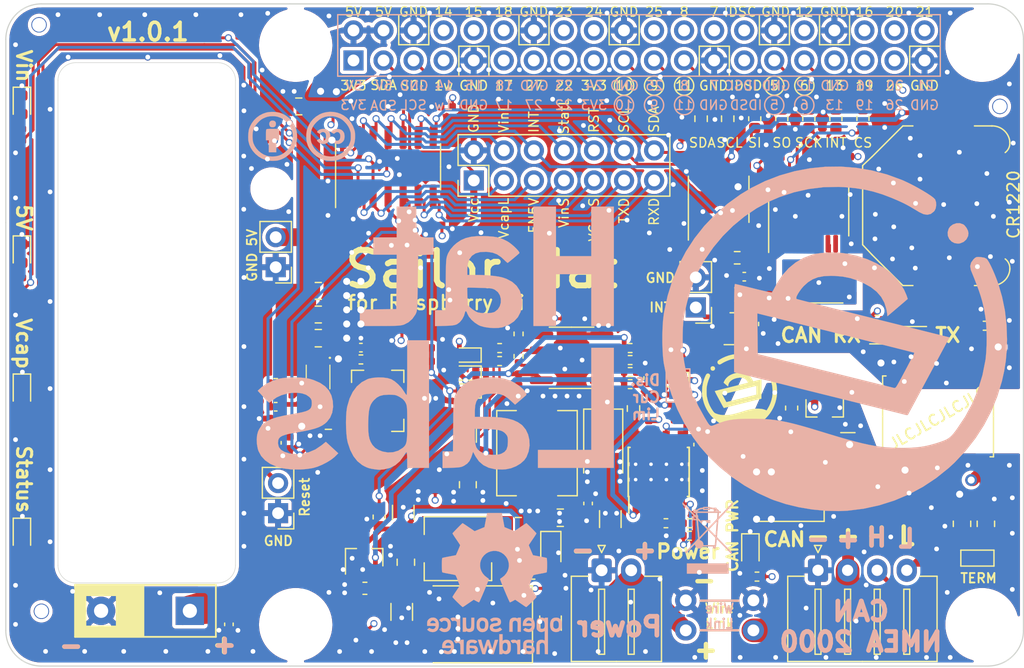
<source format=kicad_pcb>
(kicad_pcb (version 20211014) (generator pcbnew)
  (title_block (title "Sailor Hat for Raspberry Pi") (date "2021-08-19") (rev "v1.0.1") (company "Hat Labs Ltd") (comment 1 "https://creativecommons.org/licenses/by/4.0") (comment 2 "To view a copy of this license, visit") (comment 3 "Sailor Hat for Raspberry Pi is licensed under CC BY 4.0."))
  (layers (0 "F.Cu" signal) (1 "In1.Cu" power) (2 "In2.Cu" power) (31 "B.Cu" signal) (34 "B.Paste" user) (35 "F.Paste" user) (36 "B.SilkS" user "B.Silkscreen") (37 "F.SilkS" user "F.Silkscreen") (38 "B.Mask" user) (39 "F.Mask" user) (44 "Edge.Cuts" user))
  (net 0 "")
  (net 1 "GND")
  (net 2 "/SI")
  (net 3 "/SO")
  (net 4 "/SCK")
  (net 5 "/Buck converter/SW")
  (net 6 "/Boost converter/SW")
  (net 7 "/Buck converter/FB")
  (net 8 "/Boost converter/FB")
  (net 9 "/Vcap")
  (net 10 "/ATT_Vcc")
  (net 11 "/EN5V")
  (net 12 "/SCL")
  (net 13 "/SDA")
  (net 14 "/RTC/VBAT")
  (net 15 "5V")
  (net 16 "/CS0")
  (net 17 "/INT0")
  (net 18 "REG3.3V")
  (net 19 "/Protection/RP_G")
  (net 20 "/Buck converter/BS")
  (net 21 "/CANbus interface/OSC2")
  (net 22 "/CANbus interface/OSC1")
  (net 23 "/CANbus interface/CAN_TX")
  (net 24 "/CANbus interface/CAN_RX")
  (net 25 "/CANbus interface/RST")
  (net 26 "/Boost converter/ENIN")
  (net 27 "/Buck converter/Vout")
  (net 28 "/Vin_prot")
  (net 29 "/Protection/Vin_fused")
  (net 30 "/CANbus interface/CAN12V_fused")
  (net 31 "/CANbus interface/CAN0_GND")
  (net 32 "/CANbus interface/CAN12V_prot")
  (net 33 "/CANbus interface/CAN_5V")
  (net 34 "Net-(D701-Pad2)")
  (net 35 "Net-(D702-Pad2)")
  (net 36 "Net-(D703-Pad2)")
  (net 37 "Net-(D704-Pad2)")
  (net 38 "/Protection/Vin")
  (net 39 "Net-(F801-Pad1)")
  (net 40 "/CANbus interface/CAN0_12V")
  (net 41 "/Control MCU/RESET")
  (net 42 "/Control MCU/VcapS")
  (net 43 "/I/O/GPIO10")
  (net 44 "/I/O/GPIO9")
  (net 45 "/I/O/GPIO11")
  (net 46 "/I/O/GPIO5")
  (net 47 "/I/O/GPIO6")
  (net 48 "/CANbus interface/CAN0_H")
  (net 49 "/CANbus interface/CAN0_L")
  (net 50 "Net-(JP801-Pad2)")
  (net 51 "+3V3")
  (net 52 "/Control MCU/VinS")
  (net 53 "/RTC_INT")
  (net 54 "/Control MCU/PB0_CONN")
  (net 55 "Net-(C604-Pad1)")
  (net 56 "Net-(D803-Pad2)")
  (net 57 "Net-(D804-Pad2)")
  (net 58 "Net-(D805-Pad2)")
  (net 59 "/ATT_LED_VCAP")
  (net 60 "/ATT_LED_VIN")
  (net 61 "/ATT_LED_STATUS")
  (net 62 "/Control MCU/TXD")
  (net 63 "/Control MCU/RXD")
  (net 64 "Net-(R301-Pad2)")
  (net 65 "/Buck converter/COMP_OUT")
  (net 66 "Net-(R308-Pad1)")
  (net 67 "Net-(R311-Pad1)")
  (net 68 "/Buck converter/EN")
  (net 69 "Net-(C304-Pad1)")
  (net 70 "/Protection/Vin_EMI")
  (net 71 "Net-(C301-Pad2)")
  (net 72 "Net-(R305-Pad2)")
  (net 73 "Net-(R307-Pad1)")
  (net 74 "Net-(C308-Pad1)")
  (net 75 "/I/O/GPIO2")
  (net 76 "/I/O/GPIO3")
  (net 77 "Net-(C205-Pad2)")
  (net 78 "Net-(C208-Pad2)")
  (net 79 "Net-(D302-Pad1)")
  (footprint "RPi_Hat:RPi_Hat_Mounting_Hole" (layer "F.Cu") (at 101.491 33.8292)
    (fp_text reference "" hide)
    (fp_text value "" hide)
  )
  (footprint "RPi_Hat:RPi_Hat_Mounting_Hole" (layer "F.Cu") (at 43.491 33.8292)
    (fp_text reference "" hide)
    (fp_text value "" hide)
  )
  (footprint "RPi_Hat:RPi_Hat_Mounting_Hole" (layer "F.Cu") (at 43.491 82.8292)
    (fp_text reference "" hide)
    (fp_text value "" hide)
  )
  (footprint "RPi_Hat:RPi_Hat_Mounting_Hole" (layer "F.Cu") (at 101.491 82.8292)
    (fp_text reference "" hide)
    (fp_text value "" hide)
  )
  (footprint "Capacitor_SMD:C_0805_2012Metric" (layer "F.Cu") (at 46.25 65.6 180)
    (fp_text reference "C201" hide)
    (fp_text value "47uF/6.3V" hide)
  )
  (footprint "Capacitor_SMD:C_0805_2012Metric" (layer "F.Cu") (at 45.4 56.6)
    (fp_text reference "C202" hide)
    (fp_text value "22uF/25V" hide)
  )
  (footprint "Capacitor_SMD:C_0805_2012Metric" (layer "F.Cu") (at 43.75 39 180)
    (fp_text reference "C203" hide)
    (fp_text value "22uF/25V" hide)
  )
  (footprint "Capacitor_SMD:C_0805_2012Metric" (layer "F.Cu") (at 45.4 54.6)
    (fp_text reference "C204" hide)
    (fp_text value "22uF/25V" hide)
  )
  (footprint "Capacitor_SMD:C_0402_1005Metric" (layer "F.Cu") (at 76.4 51.1 180)
    (fp_text reference "C401" hide)
    (fp_text value "100nF" hide)
  )
  (footprint "Capacitor_SMD:C_0402_1005Metric" (layer "F.Cu") (at 86.988 69.152)
    (fp_text reference "C801" hide)
    (fp_text value "10nF/50V" hide)
  )
  (footprint "Capacitor_SMD:C_1206_3216Metric" (layer "F.Cu") (at 90.154 67.5)
    (fp_text reference "C802" hide)
    (fp_text value "2.2uF/50V" hide)
  )
  (footprint "Capacitor_SMD:C_0603_1608Metric" (layer "F.Cu") (at 85.402 64.508 -90)
    (fp_text reference "C805" hide)
    (fp_text value "2.2uF/16V" hide)
  )
  (footprint "Capacitor_SMD:C_0402_1005Metric" (layer "F.Cu") (at 82.7793 45.0819 -90)
    (fp_text reference "C806" hide)
    (fp_text value "100nF" hide)
  )
  (footprint "Capacitor_SMD:C_0402_1005Metric" (layer "F.Cu") (at 101.076 58.61 180)
    (fp_text reference "C807" hide)
    (fp_text value "100nF" hide)
  )
  (footprint "Capacitor_SMD:C_0402_1005Metric" (layer "F.Cu") (at 101.1 71.8 180)
    (fp_text reference "C808" hide)
    (fp_text value "100nF" hide)
  )
  (footprint "Diode_SMD:D_SMC" (layer "F.Cu") (at 58.7 82.8 180)
    (fp_text reference "D501" hide)
    (fp_text value "5.0SMDJ33CA" hide)
  )
  (footprint "Diode_SMD:D_SOD-523" (layer "F.Cu") (at 58.02 63.069 180)
    (fp_text reference "D601" hide)
    (fp_text value "1N4148WT" hide)
  )
  (footprint "LED_SMD:LED_0603_1608Metric" (layer "F.Cu") (at 20.352 38.862 -90)
    (fp_text reference "D701" hide)
    (fp_text value "GLED" hide)
  )
  (footprint "LED_SMD:LED_0603_1608Metric" (layer "F.Cu") (at 20.352 51.435 -90)
    (fp_text reference "D702" hide)
    (fp_text value "RLED" hide)
  )
  (footprint "LED_SMD:LED_0603_1608Metric" (layer "F.Cu") (at 20.352 75.311 -90)
    (fp_text reference "D704" hide)
    (fp_text value "RLED" hide)
  )
  (footprint "Diode_SMD:D_SMB" (layer "F.Cu") (at 84.598 71.946 180)
    (fp_text reference "D801" hide)
    (fp_text value "SMBJ33CA" hide)
  )
  (footprint "Diode_SMD:D_SOD-123F" (layer "F.Cu") (at 85.328 67.5 180)
    (fp_text reference "D802" hide)
    (fp_text value "SM4007PL" hide)
  )
  (footprint "Inductor_SMD:L_0805_2012Metric" (layer "F.Cu") (at 89.408 71.438 90)
    (fp_text reference "FB801" hide)
    (fp_text value "GZ2012D601TF" hide)
  )
  (footprint "SH-RPi:PinHeader_2x07_P2.54mm_Vertical_CounterClockwise" (layer "F.Cu") (at 58.54 45.26 90)
    (fp_text reference "J601" hide)
    (fp_text value "Conn_02x07_Counter_Clockwise" hide)
  )
  (footprint "SH-RPi:PinHeader_RPi-GPIO" (layer "F.Cu") (at 48.373 35.1124 90)
    (fp_text reference "J702" hide)
    (fp_text value "Raspberry_Pi_2_3" hide)
  )
  (footprint "SH-RPi:Boomelec_XH-4AW_1x04_P2.50mm_Horizontal" (layer "F.Cu") (at 87.63 78.232)
    (fp_text reference "J801" hide)
    (fp_text value "JST XH horiz" hide)
  )
  (footprint "SH-RPi:SolderJumper-2_P1.3mm_Open_TrianglePad_Narrow" (layer "F.Cu") (at 101.1 77.2)
    (fp_text reference "JP801" hide)
    (fp_text value "Term" hide)
  )
  (footprint "SH-RPi:L_MWSA0402" (layer "F.Cu") (at 50.419 63.9 90)
    (fp_text reference "L201" hide)
    (fp_text value "MWSA0402S-1R0MT" hide)
  )
  (footprint "Resistor_SMD:R_0402_1005Metric" (layer "F.Cu") (at 40.823 67.486 -90)
    (fp_text reference "R201" hide)
    (fp_text value "10k" hide)
  )
  (footprint "Resistor_SMD:R_0402_1005Metric" (layer "F.Cu") (at 43 67.45 -90)
    (fp_text reference "R202" hide)
    (fp_text value "100k" hide)
  )
  (footprint "Resistor_SMD:R_0402_1005Metric" (layer "F.Cu") (at 41.8 63.4)
    (fp_text reference "R203" hide)
    (fp_text value "750k" hide)
  )
  (footprint "Resistor_SMD:R_0402_1005Metric" (layer "F.Cu") (at 41.8 65.4 180)
    (fp_text reference "R204" hide)
    (fp_text value "100k" hide)
  )
  (footprint "Resistor_SMD:R_0402_1005Metric" (layer "F.Cu") (at 53.086 38.989 180)
    (fp_text reference "R603" hide)
    (fp_text value "10k" hide)
  )
  (footprint "Resistor_SMD:R_0402_1005Metric" (layer "F.Cu") (at 45.123 67.978 180)
    (fp_text reference "R604" hide)
    (fp_text value "300k" hide)
  )
  (footprint "Resistor_SMD:R_0402_1005Metric" (layer "F.Cu") (at 45.123 69.121)
    (fp_text reference "R605" hide)
    (fp_text value "200k" hide)
  )
  (footprint "Resistor_SMD:R_0402_1005Metric" (layer "F.Cu") (at 20.393 41.402 90)
    (fp_text reference "R701" hide)
    (fp_text value "2.2k" hide)
  )
  (footprint "Resistor_SMD:R_0402_1005Metric" (layer "F.Cu") (at 20.393 53.975 90)
    (fp_text reference "R702" hide)
    (fp_text value "2.2k" hide)
  )
  (footprint "Resistor_SMD:R_0402_1005Metric" (layer "F.Cu") (at 20.393 65.659 90)
    (fp_text reference "R703" hide)
    (fp_text value "2.2k" hide)
  )
  (footprint "Resistor_SMD:R_0402_1005Metric" (layer "F.Cu") (at 20.393 77.851 90)
    (fp_text reference "R704" hide)
    (fp_text value "2.2k" hide)
  )
  (footprint "Resistor_SMD:R_0603_1608Metric" (layer "F.Cu") (at 82.284 40.04 90)
    (fp_text reference "R705" hide)
    (fp_text value "0" hide)
  )
  (footprint "Resistor_SMD:R_0603_1608Metric" (layer "F.Cu") (at 84.57 40.04 90)
    (fp_text reference "R706" hide)
    (fp_text value "0" hide)
  )
  (footprint "Resistor_SMD:R_0603_1608Metric" (layer "F.Cu") (at 86.856 40.04 90)
    (fp_text reference "R707" hide)
    (fp_text value "0" hide)
  )
  (footprint "Resistor_SMD:R_0603_1608Metric" (layer "F.Cu") (at 91.428 40.0145 90)
    (fp_text reference "R708" hide)
    (fp_text value "0" hide)
  )
  (footprint "Resistor_SMD:R_0603_1608Metric" (layer "F.Cu") (at 89.142 40.04 90)
    (fp_text reference "R709" hide)
    (fp_text value "0" hide)
  )
  (footprint "Resistor_SMD:R_0805_2012Metric" (layer "F.Cu") (at 101.816 74.3 90)
    (fp_text reference "R801" hide)
    (fp_text value "240R" hide)
  )
  (footprint "Resistor_SMD:R_0402_1005Metric" (layer "F.Cu") (at 84.0263 43.3039)
    (fp_text reference "R802" hide)
    (fp_text value "10k" hide)
  )
  (footprint "Connector_PinHeader_2.54mm:PinHeader_1x02_P2.54mm_Vertical" (layer "F.Cu") (at 42 73.4 180)
    (fp_text reference "SW201" hide)
    (fp_text value "SW_SPST" hide)
  )
  (footprint "SH-RPi:TPS61022RWUR" (layer "F.Cu") (at 45.38 61.882 -90)
    (fp_text reference "U201" hide)
    (fp_text value "TPS61022" hide)
  )
  (footprint "Package_SO:SOIC-8_3.9x4.9mm_P1.27mm" (layer "F.Cu") (at 79.234001 46.852999 90)
    (fp_text reference "U401" hide)
    (fp_text value "DS3231MZ" hide)
  )
  (footprint "Package_SO:SOIC-14_3.9x8.7mm_P1.27mm" (layer "F.Cu") (at 51.296 44.104 90)
    (fp_text reference "U601" hide)
    (fp_text value "ATtiny1614-SSNR" hide)
  )
  (footprint "Package_TO_SOT_SMD:SOT-23" (layer "F.Cu") (at 88.196 64.508 -90)
    (fp_text reference "U802" hide)
    (fp_text value "H7550-H#" hide)
  )
  (footprint "Package_SO:SOP-8_6.62x9.15mm_P2.54mm" (layer "F.Cu") (at 97.774 65.214 -90)
    (fp_text reference "U804" hide)
    (fp_text value "ISO1050DUB" hide)
  )
  (footprint "Crystal:Crystal_SMD_3225-4Pin_3.2x2.5mm" (layer "F.Cu") (at 87.7323 53.9719)
    (fp_text reference "Y801" hide)
    (fp_text value "X322516MLB4SI" hide)
  )
  (footprint "Fuse:Fuse_1206_3216Metric" (layer "F.Cu") (at 91.694 71.16 -90)
    (fp_text reference "F801" hide)
    (fp_text value "SMD1206P010TF" hide)
  )
  (footprint "Capacitor_SMD:C_0402_1005Metric" (layer "F.Cu") (at 85.1 53.975 -90)
    (fp_text reference "C803" hide)
    (fp_text value "22pF" hide)
  )
  (footprint "Capacitor_SMD:C_0402_1005Metric" (layer "F.Cu") (at 90.4 53.5909 90)
    (fp_text reference "C804" hide)
    (fp_text value "22pF" hide)
  )
  (footprint "Capacitor_SMD:C_0603_1608Metric" (layer "F.Cu") (at 49.3395 79.756 180)
    (fp_text reference "C303" hide)
    (fp_text value "2.2uF/16V" hide)
  )
  (footprint "Capacitor_SMD:C_1206_3216Metric" (layer "F.Cu") (at 52.578 73.3395 90)
    (fp_text reference "C302" hide)
    (fp_text value "2.2uF/50V" hide)
  )
  (footprint "Capacitor_SMD:C_0402_1005Metric" (layer "F.Cu") (at 62.324 62.103 90)
    (fp_text reference "C307" hide)
    (fp_text value "100nF" hide)
  )
  (footprint "Capacitor_SMD:C_0805_2012Metric" (layer "F.Cu") (at 58.039 70.993 -90)
    (fp_text reference "C305" hide)
    (fp_text value "47uF/6.3V" hide)
  )
  (footprint "SH-RPi:L_MWSA0603S" (layer "F.Cu") (at 63.881 68.326 -90)
    (fp_text reference "L301" hide)
    (fp_text value "MHCI06040-3R3M-R8" hide)
  )
  (footprint "Resistor_SMD:R_0603_1608Metric" (layer "F.Cu") (at 50.546 73.7235 90)
    (fp_text reference "R601" hide)
    (fp_text value "62k" hide)
  )
  (footprint "Package_TO_SOT_SMD:SOT-23" (layer "F.Cu") (at 49.276 77.1525 90)
    (fp_text reference "U301" hide)
    (fp_text value "H7533-H#" hide)
  )
  (footprint "Capacitor_SMD:C_0402_1005Metric" (layer "F.Cu") (at 51.984 57.912 180)
    (fp_text reference "C901" hide)
    (fp_text value "100nF" hide)
  )
  (footprint "Capacitor_SMD:C_0402_1005Metric" (layer "F.Cu") (at 55.2825 71.014 90)
    (fp_text reference "C903" hide)
    (fp_text value "100nF" hide)
  )
  (footprint "Capacitor_SMD:C_0402_1005Metric" (layer "F.Cu") (at 47.1304 39.659)
    (fp_text reference "C904" hide)
    (fp_text value "100nF" hide)
  )
  (footprint "Capacitor_SMD:C_0402_1005Metric" (layer "F.Cu") (at 55.36 49.057 180)
    (fp_text reference "C905" hide)
    (fp_text value "100nF" hide)
  )
  (footprint "Capacitor_SMD:C_0402_1005Metric" (layer "F.Cu") (at 89.9058 43.242 180)
    (fp_text reference "C906" hide)
    (fp_text value "100nF" hide)
  )
  (footprint "Capacitor_SMD:C_0402_1005Metric" (layer "F.Cu") (at 54.8225 62.938)
    (fp_text reference "C907" hide)
    (fp_text value "100nF" hide)
  )
  (footprint "Capacitor_SMD:C_0402_1005Metric" (layer "F.Cu") (at 65.073 79.758)
    (fp_text reference "C908" hide)
    (fp_text value "100nF" hide)
  )
  (footprint "Capacitor_SMD:C_0402_1005Metric" (layer "F.Cu") (at 56.249 39.024 180)
    (fp_text reference "C910" hide)
    (fp_text value "100nF" hide)
  )
  (footprint "Capacitor_SMD:C_0402_1005Metric" (layer "F.Cu") (at 40.916 41.388 90)
    (fp_text reference "C912" hide)
    (fp_text value "100nF" hide)
  )
  (footprint "Capacitor_SMD:C_0402_1005Metric" (layer "F.Cu") (at 66.6445 56.958)
    (fp_text reference "C914" hide)
    (fp_text value "100nF" hide)
  )
  (footprint "Package_SO:TSSOP-20_4.4x6.5mm_P0.65mm" (layer "F.Cu") (at 86.8433 47.7489 90)
    (fp_text reference "U803" hide)
    (fp_text value "MCP2515-xST" hide)
  )
  (footprint "Capacitor_SMD:C_0402_1005Metric" (layer "F.Cu") (at 76.1245 41.183 90)
    (fp_text reference "C909" hide)
    (fp_text value "100nF" hide)
  )
  (footprint "SH-RPi:BatteryHolder_Myoung_MY-1220-03" (layer "F.Cu") (at 98.25 47.4 90)
    (fp_text reference "BT401" hide)
    (fp_text value "CR1220/3V" hide)
  )
  (footprint "Capacitor_SMD:C_0402_1005Metric" (layer "F.Cu") (at 46.1652 46.898 -90)
    (fp_text reference "C602" hide)
    (fp_text value "100nF" hide)
  )
  (footprint "LED_SMD:LED_0603_1608Metric" (layer "F.Cu") (at 20.352 63.119 -90)
    (fp_text reference "D703" hide)
    (fp_text value "GLED" hide)
  )
  (footprint "SH-RPi:CP_Radial_D18.0mm_P7.50mm_flat" (layer "F.Cu") (at 34.544 81.661 180)
    (fp_text reference "C309" hide)
    (fp_text value "CXHP2R7606R-TW" hide)
  )
  (footprint "Capacitor_SMD:C_0402_1005Metric" (layer "F.Cu") (at 37.846 82.804 -90)
    (fp_text reference "C310" hide)
    (fp_text value "100nF" hide)
  )
  (footprint "Capacitor_SMD:C_0402_1005Metric" (layer "F.Cu") (at 41.8 64.4 180)
    (fp_text reference "C205" hide)
    (fp_text value "100pF" hide)
  )
  (footprint "SH-RPi:Boomelec_XH-2AW_1x02_P2.50mm_Horiz" (layer "F.Cu") (at 69.342 78.232)
    (fp_text reference "J501" hide)
    (fp_text value "JST XH horiz" hide)
  )
  (footprint "SH-RPi:WireLink_1x02_P2.54mm" (layer "F.Cu") (at 76.454 80.772)
    (fp_text reference "J502" hide)
    (fp_text value "Wire Link" hide)
  )
  (footprint "SH-RPi:WireLink_1x02_P2.54mm" (layer "F.Cu") (at 82.169 80.772)
    (fp_text reference "J802" hide)
    (fp_text value "Wire Link" hide)
  )
  (footprint "Resistor_SMD:R_1206_3216Metric" (layer "F.Cu") (at 57.8485 66.802 -90)
    (fp_text reference "R304" hide)
    (fp_text value "10m" hide)
  )
  (footprint "Resistor_SMD:R_0603_1608Metric" (layer "F.Cu") (at 77.75 40.04 90)
    (fp_text reference "R710" hide)
    (fp_text value "0" hide)
  )
  (footprint "Resistor_SMD:R_0603_1608Metric" (layer "F.Cu") (at 80 40.04 90)
    (fp_text reference "R711" hide)
    (fp_text value "0" hide)
  )
  (footprint "Capacitor_SMD:C_0603_1608Metric" (layer "F.Cu") (at 82.1 57.4 -90)
    (fp_text reference "C603" hide)
    (fp_text value "33pF/50V" hide)
  )
  (footprint "Capacitor_SMD:C_0402_1005Metric" (layer "F.Cu") (at 81.4 53.4)
    (fp_text reference "C604" hide)
    (fp_text value "33pF" hide)
  )
  (footprint "Package_DFN_QFN:Diodes_UDFN-10_1.0x2.5mm_P0.5mm" (layer "F.Cu") (at 80.2 57.8)
    (fp_text reference "U602" hide)
    (fp_text value "RCLAMP0524P-N" hide)
  )
  (footprint "Inductor_SMD:L_0805_2012Metric" (layer "F.Cu") (at 81 54.9)
    (fp_text reference "FB601" hide)
    (fp_text value "GZ2012D101TF" hide)
  )
  (footprint "Capacitor_SMD:C_0402_1005Metric" (layer "F.Cu") (at 83.519 53.981 90)
    (fp_text reference "C911" hide)
    (fp_text value "100nF" hide)
  )
  (footprint "Resistor_SMD:R_0603_1608Metric" (layer "F.Cu") (at 80.8 51.8)
    (fp_text reference "R606" hide)
    (fp_text value "100R" hide)
  )
  (footprint "Capacitor_SMD:C_0402_1005Metric" (layer "F.Cu") (at 41.9 67.45 -90)
    (fp_text reference "C206" hide)
    (fp_text value "1uF" hide)
  )
  (footprint "Resistor_SMD:R_0805_2012Metric" (layer "F.Cu") (at 99.8 74.3 90)
    (fp_text reference "R803" hide)
    (fp_text value "240R" hide)
  )
  (footprint "LED_SMD:LED_0603_1608Metric" (layer "F.Cu") (at 81.915 76.6318 -90)
    (fp_text reference "D803" hide)
    (fp_text value "RLED" hide)
  )
  (footprint "LED_SMD:LED_0603_1608Metric" (layer "F.Cu") (at 92.8 58.35 180)
    (fp_text reference "D804" hide)
    (fp_text value "GLED" hide)
  )
  (footprint "LED_SMD:LED_0603_1608Metric" (layer "F.Cu") (at 96 58.35)
    (fp_text reference "D805" hide)
    (fp_text value "GLED" hide)
  )
  (footprint "Resistor_SMD:R_0402_1005Metric" (layer "F.Cu") (at 82.4738 78.7654 180)
    (fp_text reference "R804" hide)
    (fp_text value "2.2k" hide)
  )
  (footprint "Resistor_SMD:R_0402_1005Metric" (layer "F.Cu") (at 92.6 57.05)
    (fp_text reference "R805" hide)
    (fp_text value "2.2k" hide)
  )
  (footprint "Resistor_SMD:R_0402_1005Metric" (layer "F.Cu") (at 101.75 57.55 180)
    (fp_text reference "R806" hide)
    (fp_text value "2.2k" hide)
  )
  (footprint "Diode_SMD:D_SOD-523" (layer "F.Cu") (at 58.013 61.553 180)
    (fp_text reference "D602" hide)
    (fp_text value "MSK4005" hide)
  )
  (footprint "Diode_SMD:D_SOD-523" (layer "F.Cu") (at 58.013 60.029 180)
    (fp_text reference "D603" hide)
    (fp_text value "MSK4005" hide)
  )
  (footprint "Capacitor_SMD:C_0402_1005Metric" (layer "F.Cu") (at 68.199 72.5805 90)
    (fp_text reference "C316" hide)
    (fp_text value "1uF" hide)
  )
  (footprint "Fuse:Fuse_1206_3216Metric" (layer "F.Cu") (at 65.025 82.7 90)
    (fp_text reference "F501" hide)
    (fp_text value "12H1250C" hide)
  )
  (footprint "Resistor_SMD:R_0402_1005Metric" (layer "F.Cu") (at 60.724 59.438)
    (fp_text reference "R301" hide)
    (fp_text value "22k" hide)
  )
  (footprint "Resistor_SMD:R_0402_1005Metric" (layer "F.Cu") (at 62.324 58.238 90)
    (fp_text reference "R306" hide)
    (fp_text value "1M" hide)
  )
  (footprint "Resistor_SMD:R_0402_1005Metric" (layer "F.Cu") (at 60.724 60.538 180)
    (fp_text reference "R307" hide)
    (fp_text value "22k" hide)
  )
  (footprint "Resistor_SMD:R_0402_1005Metric" (layer "F.Cu") (at 62.324 60.138 90)
    (fp_text reference "R308" hide)
    (fp_text value "1M" hide)
  )
  (footprint "Package_SO:SOP-8_3.76x4.96mm_P1.27mm" (layer "F.Cu") (at 66.802 60.2615 180)
    (fp_text reference "U303" hide)
    (fp_text value "MD1322" hide)
  )
  (footprint "Resistor_SMD:R_0402_1005Metric" (layer "F.Cu") (at 55.449001 59.421001)
    (fp_text reference "R602" hide)
    (fp_text value "2.2k" hide)
  )
  (footprint "Capacitor_SMD:C_0402_1005Metric" (layer "F.Cu") (at 55.449001 60.557)
    (fp_text reference "C601" hide)
    (fp_text value "100nF" hide)
  )
  (footprint "Capacitor_SMD:C_1206_3216Metric" (layer "F.Cu") (at 52.45 81.75 -90)
    (fp_text reference "C501" hide)
    (fp_text value "4.7uF/50V" hide)
  )
  (footprint "Capacitor_SMD:C_0805_2012Metric" (layer "F.Cu") (at 52.8 77.55 90)
    (fp_text reference "C502" hide)
    (fp_text value "0.22uF/50V" hide)
  )
  (footprint "Capacitor_SMD:C_0805_2012Metric" (layer "F.Cu") (at 62.3 74.5)
    (fp_text reference "C503" hide)
    (fp_text value "0.22uF/50V" hide)
  )
  (footprint "SH-RPi:L_PCD0503" (layer "F.Cu") (at 57.2 76.4)
    (fp_text reference "L501" hide)
    (fp_text value "PCD0503KT120" hide)
  )
  (footprint "Package_TO_SOT_SMD:SOT-23" (layer "F.Cu") (at 62.3 77.4 180)
    (fp_text reference "Q501" hide)
    (fp_text value "5P40" hide)
  )
  (footprint "Resistor_SMD:R_0402_1005Metric" (layer "F.Cu") (at 65.05 78.65)
    (fp_text reference "R501" hide)
    (fp_text value "100k" hide)
  )
  (footprint "Diode_SMD:D_SOD-323" (layer "F.Cu") (at 65.05 76.45 -90)
    (fp_text reference "D502" hide)
    (fp_text value "MM3Z8V2" hide)
  )
  (footprint "SH-RPi:MountingHole_3.2mm_no_pad" (layer "F.Cu") (at 41.45 45.95)
    (fp_text reference "H901" hide)
    (fp_text value "MountingHole" hide)
  )
  (footprint "SH-RPi:JlcpcbToolingHole" (layer "F.Cu") (at 21.8 32.1)
    (fp_text reference "H902" hide)
    (fp_text value "MountingHole" hide)
  )
  (footprint "SH-RPi:JlcpcbToolingHole" (layer "F.Cu") (at 103 39)
    (fp_text reference "H903" hide)
    (fp_text value "MountingHole" hide)
  )
  (footprint "SH-RPi:JlcpcbToolingHole" (layer "F.Cu") (at 22 81.7)
    (fp_text reference "H904" hide)
    (fp_text value "MountingHole" hide)
  )
  (footprint "Capacitor_SMD:C_0402_1005Metric" (layer "F.Cu") (at 77.5 67.6 -90)
    (fp_text reference "C308" hide)
    (fp_text value "10nF" hide)
  )
  (footprint "Connector_PinHeader_2.54mm:PinHeader_1x02_P2.54mm_Vertical" (layer "F.Cu") (at 77.3 56 180)
    (fp_text reference "J602" hide)
    (fp_text value "Conn_01x02" hide)
  )
  (footprint "Resistor_SMD:R_0402_1005Metric" (layer "F.Cu") (at 75.968 64.486)
    (fp_text reference "R302" hide)
    (fp_text value "300k" hide)
  )
  (footprint "Resistor_SMD:R_0402_1005Metric" (layer "F.Cu") (at 75.946 63.373 180)
    (fp_text reference "R303" hide)
    (fp_text value "120k" hide)
  )
  (footprint "Capacitor_SMD:C_0402_1005Metric" (layer "F.Cu") (at 75.686 60.356 180)
    (fp_text reference "C913" hide)
    (fp_text value "100nF" hide)
  )
  (footprint "Capacitor_SMD:C_0402_1005Metric" (layer "F.Cu") (at 49.0345 83.3335 180)
    (fp_text reference "C902" hide)
    (fp_text value "100nF" hide)
  )
  (footprint "Capacitor_SMD:C_0402_1005Metric" (layer "F.Cu") (at 75.968 65.502)
    (fp_text reference "C306" hide)
    (fp_text value "10nF" hide)
  )
  (footprint "Capacitor_SMD:C_0402_1005Metric" (layer "F.Cu") (at 73.328 65.1 -90)
    (fp_text reference "C304" hide)
    (fp_text value "100nF" hide)
  )
  (footprint "Capacitor_SMD:C_0402_1005Metric" (layer "F.Cu") (at 73.279 61.976 -90)
    (fp_text reference "C301" hide)
    (fp_text value "1nF" hide)
  )
  (footprint "Resistor_SMD:R_0402_1005Metric" (layer "F.Cu") (at 71.755 61.468)
    (fp_text reference "R305" hide)
    (fp_text value "300k" hide)
  )
  (footprint "Diode_SMD:D_SOD-523" (layer "F.Cu") (at 75.565 62.103 180)
    (fp_text reference "D302" hide)
    (fp_text value "1N4148WT" hide)
  )
  (footprint "Resistor_SMD:R_0402_1005Metric" (layer "F.Cu") (at 74.778 74.25)
    (fp_text reference "R313" hide)
    (fp_text value "150k" hide)
  )
  (footprint "Resistor_SMD:R_0402_1005Metric" (layer "F.Cu") (at 76.778 74.25)
    (fp_text reference "R314" hide)
    (fp_text value "24k" hide)
  )
  (footprint "Resistor_SMD:R_0402_1005Metric" (layer "F.Cu") (at 71.755 59.436)
    (fp_text reference "R309" hide)
    (fp_text value "10k" hide)
  )
  (footprint "Resistor_SMD:R_0402_1005Metric" (layer "F.Cu") (at 71.755 60.452)
    (fp_text reference "R310" hide)
    (fp_text value "7.5k" hide)
  )
  (footprint "Resistor_SMD:R_0603_1608Metric" (layer "F.Cu") (at 72.038 64.55 90)
    (fp_text reference "R315" hide)
    (fp_text value "5.1R" hide)
  )
  (footprint "Resistor_SMD:R_0402_1005Metric" (layer "F.Cu") (at 76.7715 75.311)
    (fp_text reference "R311" hide)
    (fp_text value "39k" hide)
  )
  (footprint "Diode_SMD:D_SMA" (layer "F.Cu") (at 69.478 68 -90)
    (fp_text reference "D301" hide)
    (fp_text value "SS54" hide)
  )
  (footprint "Capacitor_SMD:C_1206_3216Metric" (layer "F.Cu") (at 70.078 73.9 90)
    (fp_text reference "C314" hide)
    (fp_text value "10uF/50V" hide)
  )
  (footprint "Resistor_SMD:R_0402_1005Metric" (layer "F.Cu") (at 71.755 62.484 180)
    (fp_text reference "R312" hide)
    (fp_text value "150k" hide)
  )
  (footprint "Package_SO:Texas_HSOP-8-1EP_3.9x4.9mm_P1.27mm_ThermalVias" (layer "F.Cu") (at 74.168 69.9135 90)
    (fp_text reference "U302" hide)
    (fp_text value "LMR14050SDDA" hide)
  )
  (footprint "Capacitor_SMD:C_0805_2012Metric" (layer "F.Cu") (at 65.8495 73.787 180)
    (fp_text reference "C311" hide)
    (fp_text value "47uF/6.3V" hide)
  )
  (footprint "SH-RPi:HL_pictogram_6.3mm" (layer "F.Cu") (at 81 63.1)
    (fp_text reference "G***" hide)
    (fp_text value "LOGO" hide)
  )
  (footprint "Connector_PinHeader_2.54mm:PinHeader_1x02_P2.54mm_Vertical" (layer "F.Cu") (at 41.8 52.6 180)
    (fp_text reference "J701" hide)
    (fp_text value "Conn_01x02" hide)
  )
  (footprint "Capacitor_SMD:C_0805_2012Metric" (layer "F.Cu") (at 45.4 58.6)
    (fp_text reference "C207" hide)
    (fp_text value "22uF/25V" hide)
  )
  (footprint "Capacitor_SMD:C_0402_1005Metric" (layer "F.Cu") (at 49 59.4)
    (fp_text reference "C208" hide)
    (fp_text value "100pF" hide)
  )
  (footprint "Resistor_SMD:R_0402_1005Metric" (layer "F.Cu") (at 41.8 62.4 180)
    (fp_text reference "R205" hide)
    (fp_text value "49.9" hide)
  )
  (footprint "Resistor_SMD:R_0402_1005Metric" (layer "F.Cu") (at 49 60.4 180)
    (fp_text reference "R206" hide)
    (fp_text value "10.0R" hide)
  )
  (footprint "Symbol:OSHW-Logo_11.4x12mm_SilkScreen" (layer "B.Cu") (at 60.3 79.35 180)
    (fp_text reference "REF**" hide)
    (fp_text value "OSHW-Logo_11.4x12mm_SilkScreen" hide)
  )
  (footprint "SH-RPi:Hat_Labs_63.5mm" (layer "B.Cu") (at 71.9 58.65 180)
    (fp_text reference "G***" hide)
    (fp_text value "LOGO" hide)
  )
  (footprint "Symbol:WEEE-Logo_4.2x6mm_SilkScreen" (layer "B.Cu") (at 78.3 75.5 180)
    (fp_text reference "REF**" hide)
    (fp_text value "WEEE-Logo_4.2x6mm_SilkScreen" hide)
  )
  (footprint "Jumper:SolderJumper-2_P1.3mm_Bridged_Pad1.0x1.5mm" (layer "B.Cu") (at 75.8 62.6 -90)
    (fp_text reference "JP301" hide)
    (fp_text value "Bridged" hide)
  )
  (footprint "SH-RPi:cc-by_5mm" (layer "B.Cu") (at 44 41.6 180)
    (fp_text reference "G***" hide)
    (fp_text value "LOGO" hide)
  )
  (gr_circle (center 86.472 38.8904) (end 87.107 39.3984) (layer "B.SilkS") (width 0.12) (fill none))
  (gr_circle (center 83.932 38.8904) (end 84.567 39.3984) (layer "B.SilkS") (width 0.12) (fill none))
  (gr_circle (center 76.312 38.8904) (end 76.947 39.3984) (layer "B.SilkS") (width 0.12) (fill none))
  (gr_circle (center 73.772 38.8904) (end 74.407 39.3984) (layer "B.SilkS") (width 0.12) (fill none))
  (gr_circle (center 71.232 38.8904) (end 71.867 39.3984) (layer "B.SilkS") (width 0.12) (fill none))
  (gr_line (start 80.9 83.3) (end 77.7 83.3) (layer "B.SilkS") (width 0.2))
  (gr_line (start 80.9 80.8) (end 77.7 80.8) (layer "B.SilkS") (width 0.2))
  (gr_circle (center 86.475 37.242) (end 87.11 36.734) (layer "F.SilkS") (width 0.12) (fill none))
  (gr_line (start 54.737 33.782) (end 54.737 31.242) (layer "F.SilkS") (width 0.12))
  (gr_line (start 77.597 33.909) (end 80.137 33.909) (layer "F.SilkS") (width 0.12))
  (gr_line (start 85.217 31.369) (end 85.217 33.782) (layer "F.SilkS") (width 0.12))
  (gr_line (start 52.197 31.242) (end 52.197 33.782) (layer "F.SilkS") (width 0.12))
  (gr_circle (center 83.935 37.242) (end 84.57 36.734) (layer "F.SilkS") (width 0.12) (fill none))
  (gr_circle (center 76.315 37.242) (end 76.95 36.734) (layer "F.SilkS") (width 0.12) (fill none))
  (gr_line (start 69.977 33.782) (end 72.517 33.782) (layer "F.SilkS") (width 0.12))
  (gr_line (start 87.757 31.242) (end 87.757 33.782) (layer "F.SilkS") (width 0.12))
  (gr_line (start 95.377 36.449) (end 95.377 33.909) (layer "F.SilkS") (width 0.12))
  (gr_line (start 64.897 33.782) (end 62.357 33.782) (layer "F.SilkS") (width 0.12))
  (gr_line (start 57.277 36.449) (end 57.277 33.909) (layer "F.SilkS") (width 0.12))
  (gr_line (start 77.7 83.3) (end 80.9 83.3) (layer "F.SilkS") (width 0.2))
  (gr_line (start 64.897 31.242) (end 64.897 33.782) (layer "F.SilkS") (width 0.12))
  (gr_line (start 82.677 33.782) (end 82.677 31.242) (layer "F.SilkS") (width 0.12))
  (gr_line (start 77.7 80.8) (end 80.9 80.8) (layer "F.SilkS") (width 0.2))
  (gr_line (start 62.357 33.782) (end 62.357 31.242) (layer "F.SilkS") (width 0.12))
  (gr_line (start 69.977 31.242) (end 69.977 33.782) (layer "F.SilkS") (width 0.12))
  (gr_line (start 85.217 33.782) (end 82.677 33.782) (layer "F.SilkS") (width 0.12))
  (gr_line (start 52.197 33.782) (end 54.737 33.782) (layer "F.SilkS") (width 0.12))
  (gr_circle (center 73.775 37.242) (end 74.41 36.734) (layer "F.SilkS") (width 0.12) (fill none))
  (gr_line (start 87.757 33.782) (end 90.297 33.782) (layer "F.SilkS") (width 0.12))
  (gr_line (start 77.597 36.449) (end 77.597 33.909) (layer "F.SilkS") (width 0.12))
  (gr_line (start 95.377 33.909) (end 97.917 33.909) (layer "F.SilkS") (width 0.12))
  (gr_line (start 90.297 33.782) (end 90.297 31.242) (layer "F.SilkS") (width 0.12))
  (gr_circle (center 71.235 37.242) (end 71.87 36.734) (layer "F.SilkS") (width 0.12) (fill none))
  (gr_line (start 80.137 33.909) (end 80.137 36.449) (layer "F.SilkS") (width 0.12))
  (gr_line (start 72.517 33.782) (end 72.517 31.242) (layer "F.SilkS") (width 0.12))
  (gr_line (start 57.277 33.909) (end 59.817 33.909) (layer "F.SilkS") (width 0.12))
  (gr_line (start 59.817 33.909) (end 59.817 36.449) (layer "F.SilkS") (width 0.12))
  (gr_arc (start 21.991 86.3292) (mid 19.86968 85.45052) (end 18.991 83.3292) (layer "Edge.Cuts") (width 0.1))
  (gr_arc (start 104.991 83.3292) (mid 104.11232 85.45052) (end 101.991 86.3292) (layer "Edge.Cuts") (width 0.1))
  (gr_arc (start 18.991 33.3292) (mid 19.86968 31.20788) (end 21.991 30.3292) (layer "Edge.Cuts") (width 0.1))
  (gr_line (start 42.991 30.3292) (end 101.991 30.3292) (layer "Edge.Cuts") (width 0.1))
  (gr_arc (start 101.991 30.3292) (mid 104.11232 31.20788) (end 104.991 33.3292) (layer "Edge.Cuts") (width 0.1))
  (gr_line (start 104.991 33.3292) (end 104.991 83.3292) (layer "Edge.Cuts") (width 0.1))
  (gr_line (start 18.991 48.8292) (end 18.991 83.3292) (layer "Edge.Cuts") (width 0.1))
  (gr_line (start 42.991 86.3292) (end 101.991 86.3292) (layer "Edge.Cuts") (width 0.1))
  (gr_line (start 42.991 30.3292) (end 21.991 30.3292) (layer "Edge.Cuts") (width 0.1))
  (gr_line (start 42.991 86.3292) (end 21.991 86.3292) (layer "Edge.Cuts") (width 0.1))
  (gr_line (start 23.4 36.8) (end 23.4 77.8) (layer "Edge.Cuts") (width 0.05))
  (gr_arc (start 24.9 79.3) (mid 23.83934 78.86066) (end 23.4 77.8) (layer "Edge.Cuts") (width 0.05))
  (gr_line (start 24.9 79.3) (end 36.9 79.3) (layer "Edge.Cuts") (width 0.05))
  (gr_arc (start 38.4 77.8) (mid 37.96066 78.86066) (end 36.9 79.3) (layer "Edge.Cuts") (width 0.05))
  (gr_arc (start 36.9 35.3) (mid 37.96066 35.73934) (end 38.4 36.8) (layer "Edge.Cuts") (width 0.05))
  (gr_line (start 38.4 77.8) (end 38.4 36.8) (layer "Edge.Cuts") (width 0.05))
  (gr_line (start 36.9 35.3) (end 24.9 35.3) (layer "Edge.Cuts") (width 0.05))
  (gr_line (start 18.991 33.3292) (end 18.991 48.8292) (layer "Edge.Cuts") (width 0.1))
  (gr_arc (start 23.4 36.8) (mid 23.83934 35.73934) (end 24.9 35.3) (layer "Edge.Cuts") (width 0.05))
  (gr_text "+" (at 37.6 84.6 270) (layer "B.SilkS") (effects (font (size 1.5 1.5) (thickness 0.375)) (justify mirror)))
  (gr_text "-" (at 24.511 84.582) (layer "B.SilkS") (effects (font (size 1.5 1.5) (thickness 0.375)) (justify mirror)))
  (gr_text "Power" (at 70.85 83) (layer "B.SilkS") (effects (font (size 1.6 1.6) (thickness 0.4)) (justify mirror)))
  (gr_text "GND" (at 96.632 38.8904) (layer "B.SilkS") (effects (font (size 0.8 0.8) (thickness 0.12)) (justify mirror)))
  (gr_text "6" (at 86.472 38.8904) (layer "B.SilkS") (effects (font (size 0.8 0.8) (thickness 0.12)) (justify mirror)))
  (gr_text "5" (at 83.932 38.8904) (layer "B.SilkS") (effects (font (size 0.8 0.8) (thickness 0.12)) (justify mirror)))
  (gr_text "26" (at 94.092 38.8904) (layer "B.SilkS") (effects (font (size 0.8 0.8) (thickness 0.12)) (justify mirror)))
  (gr_text "19" (at 91.552 38.8904) (layer "B.SilkS") (effects (font (size 0.8 0.8) (thickness 0.12)) (justify mirror)))
  (gr_text "13" (at 89.012 38.8904) (layer "B.SilkS") (effects (font (size 0.8 0.8) (thickness 0.12)) (justify mirror)))
  (gr_text "IDSD" (at 81.547 38.8904) (layer "B.SilkS") (effects (font (size 0.8 0.8) (thickness 0.12)) (justify mirror)))
  (gr_text "GND" (at 78.797 38.8904) (layer "B.SilkS") (effects (font (size 0.8 0.8) (thickness 0.12)) (justify mirror)))
  (gr_text "27" (at 63.612 38.8904) (layer "B.SilkS") (effects (font (size 0.8 0.8) (thickness 0.12)) (justify mirror)))
  (gr_text "SCL" (at 53.452 38.8904) (layer "B.SilkS") (effects (font (size 0.8 0.8) (thickness 0.12)) (justify mirror)))
  (gr_text "GND" (at 58.532 38.8904) (layer "B.SilkS") (effects (font (size 0.8 0.8) (thickness 0.12)) (justify mirror)))
  (gr_text "1w" (at 55.992 38.8904) (layer "B.SilkS") (effects (font (size 0.8 0.8) (thickness 0.12)) (justify mirror)))
  (gr_text "22" (at 66.152 38.8904) (layer "B.SilkS") (effects (font (size 0.8 0.8) (thickness 0.12)) (justify mirror)))
  (gr_text "17" (at 61.072 38.8904) (layer "B.SilkS") (effects (font (size 0.8 0.8) (thickness 0.12)) (justify mirror)))
  (gr_text "3V3" (at 68.692 38.8904) (layer "B.SilkS") (effects (font (size 0.8 0.8) (thickness 0.12)) (justify mirror)))
  (gr_text "9" (at 73.772 38.8904) (layer "B.SilkS") (effects (font (size 0.8 0.8) (thickness 0.12)) (justify mirror)))
  (gr_text "3V3" (at 48.372 38.8904) (layer "B.SilkS") (effects (font (size 0.8 0.8) (thickness 0.12)) (justify mirror)))
  (gr_text "SDA" (at 50.912 38.9324) (layer "B.SilkS") (effects (font (size 0.8 0.8) (thickness 0.12)) (justify mirror)))
  (gr_text "11" (at 76.312 38.8904) (layer "B.SilkS") (effects (font (size 0.8 0.8) (thickness 0.12)) (justify mirror)))
  (gr_text "10" (at 71.232 38.8904) (layer "B.SilkS") (effects (font (size 0.8 0.8) (thickness 0.12)) (justify mirror)))
  (gr_text "7" (at 78.892 37.2464) (layer "B.SilkS") (effects (font (size 0.8 0.8) (thickness 0.12)) (justify mirror)))
  (gr_text "8" (at 76.352 37.2464) (layer "B.SilkS") (effects (font (size 0.8 0.8) (thickness 0.12)) (justify mirror)))
  (gr_text "GND" (at 71.272 37.2464) (layer "B.SilkS") (effects (font (size 0.8 0.8) (thickness 0.12)) (justify mirror)))
  (gr_text "24" (at 68.732 37.2464) (layer "B.SilkS") (effects (font (size 0.8 0.8) (thickness 0.12)) (justify mirror)))
  (gr_text "25" (at 73.812 37.2464) (layer "B.SilkS") (effects (font (size 0.8 0.8) (thickness 0.12)) (justify mirror)))
  (gr_text "12" (at 86.512 37.2464) (layer "B.SilkS") (effects (font (size 0.8 0.8) (thickness 0.12)) (justify mirror)))
  (gr_text "20" (at 94.132 37.2464) (layer "B.SilkS") (effects (font (size 0.8 0.8) (thickness 0.12)) (justify mirror)))
  (gr_text "GND" (at 89.052 37.2464) (layer "B.SilkS") (effects (font (size 0.8 0.8) (thickness 0.12)) (justify mirror)))
  (gr_text "IDSC" (at 81.087 37.2464) (layer "B.SilkS") (effects (font (size 0.8 0.8) (thickness 0.12)) (justify mirror)))
  (gr_text "GND" (at 84.087 37.2464) (layer "B.SilkS") (effects (font (size 0.8 0.8) (thickness 0.12)) (justify mirror)))
  (gr_text "16" (at 91.592 37.2464) (layer "B.SilkS") (effects (font (size 0.8 0.8) (thickness 0.12)) (justify mirror)))
  (gr_text "21" (at 96.672 37.2464) (layer "B.SilkS") (effects (font (size 0.8 0.8) (thickness 0.12)) (justify mirror)))
  (gr_text "23" (at 66.192 37.2464) (layer "B.SilkS") (effects (font (size 0.8 0.8) (thickness 0.12)) (justify mirror)))
  (gr_text "5V" (at 50.952 37.2464) (layer "B.SilkS") (effects (font (size 0.8 0.8) (thickness 0.12)) (justify mirror)))
  (gr_text "5V" (at 48.412 37.2464) (layer "B.SilkS") (effects (font (size 0.8 0.8) (thickness 0.12)) (justify mirror)))
  (gr_text "15" (at 58.572 37.2464) (layer "B.SilkS") (effects (font (size 0.8 0.8) (thickness 0.12)) (justify mirror)))
  (gr_text "GND" (at 53.492 37.2464) (layer "B.SilkS") (effects (font (size 0.8 0.8) (thickness 0.12)) (justify mirror)))
  (gr_text "14" (at 56.032 37.2464) (layer "B.SilkS") (effects (font (size 0.8 0.8) (thickness 0.12)) (justify mirror)))
  (gr_text "GND" (at 63.652 37.2464) (layer "B.SilkS") (effects (font (size 0.8 0.8) (thickness 0.12)) (justify mirror)))
  (gr_text "18" (at 61.112 37.2464) (layer "B.SilkS") (effects (font (size 0.8 0.8) (thickness 0.12)) (justify mirror)))
  (gr_text "+" (at 90.17 75.589) (layer "B.SilkS") (effects (font (size 1.5 1.5) (thickness 0.375)) (justify mirror)))
  (gr_text "L" (at 95.123 75.55) (layer "B.SilkS") (effects (font (size 1.5 1.5) (thickness 0.375)) (justify mirror)))
  (gr_text "-" (at 87.63 75.55) (layer "B.SilkS") (effects (font (size 1.5 1.5) (thickness 0.375)) (justify mirror)))
  (gr_text "H" (at 92.583 75.462) (layer "B.SilkS") (effects (font (size 1.5 1.5) (thickness 0.375)) (justify mirror)))
  (gr_text "-" (at 67.7545 76.6825 180) (layer "B.SilkS") (effects (font (size 1.5 1.5) (thickness 0.375)) (justify mirror)))
  (gr_text "+" (at 72.898 76.619 90) (layer "B.SilkS") (effects (font (size 1.5 1.5) (thickness 0.375)) (justify mirror)))
  (gr_text "Wire\nLink" (at 79.3 82.1) (layer "B.SilkS") (effects (font (size 0.8 0.8) (thickness 0.153)) (justify mirror)))
  (gr_text "Dis.\nCur\nLim" (at 74.4 63.6) (layer "B.SilkS") (effects (font (size 0.9 0.9) (thickness 0.2)) (justify left mirror)))
  (gr_text "CAN\nNMEA 2000" (at 91.25 83) (layer "B.SilkS") (effects (font (size 1.6 1.6) (thickness 0.4)) (justify mirror)))
  (gr_text "Sailor Hat\n" (at 47.375 52.775) (layer "F.SilkS") (effects (font (size 3 3) (thickness 0.5)) (justify left)))
  (gr_text "Status" (at 20.52 73.533 -90) (layer "F.SilkS") (effects (font (size 1.2 1.2) (thickness 0.25)) (justify right)))
  (gr_text "-" (at 87.63 75.35) (layer "F.SilkS") (effects (font (size 1.5 1.5) (thickness 0.375))))
  (gr_text "+" (at 90.17 75.311) (layer "F.SilkS") (effects (font (size 1.5 1.5) (thickness 0.375))))
  (gr_text "H" (at 92.583 75.438) (layer "F.SilkS") (effects (font (size 1.5 1.5) (thickness 0.375))))
  (gr_text "v1.0.1" (at 31 32.7) (layer "F.SilkS") (effects (font (size 1.5 1.5) (thickness 0.3))))
  (gr_text "+" (at 72.898 76.581 90) (layer "F.SilkS") (effects (font (size 1.5 1.5) (thickness 0.375))))
  (gr_text "L" (at 95.123 75.35) (layer "F.SilkS") (effects (font (size 1.5 1.5) (thickness 0.375))))
  (gr_text "-" (at 67.7545 76.5175) (layer "F.SilkS") (effects (font (size 1.5 1.5) (thickness 0.375))))
  (gr_text "Reset" (at 44.25 72.05 90) (layer "F.SilkS") (effects (font (size 0.8 0.8) (thickness 0.153))))
  (gr_text "CAN" (at 84.7852 75.6158) (layer "F.SilkS") (effects (font (size 1.2 1.2) (thickness 0.25))))
  (gr_text "5V" (at 48.375 30.996) (layer "F.SilkS") (effects (font (size 0.8 0.8) (thickness 0.12))))
  (gr_text "GND" (at 58.535 41.31 90) (layer "F.SilkS") (effects (font (size 0.8 0.8) (thickness 0.12)) (justify left)))
  (gr_text "SDA" (at 73.775 41.31 90) (layer "F.SilkS") (effects (font (size 0.8 0.8) (thickness 0.12)) (justify left)))
  (gr_text "Vcc" (at 58.535 46.644 90) (layer "F.SilkS") (effects (font (size 0.8 0.8) (thickness 0.12)) (justify right)))
  (gr_text "RXD" (at 73.775 46.644 90) (layer "F.SilkS") (effects (font (size 0.8 0.8) (thickness 0.12)) (justify right)))
  (gr_text "SI" (at 82.284 42.072) (layer "F.SilkS") (effects (font (size 0.8 0.8) (thickness 0.12))))
  (gr_text "CS" (at 91.428 42.072) (layer "F.SilkS") (effects (font (size 0.8 0.8) (thickness 0.12))))
  (gr_text "TERM" (at 101.2 78.9) (layer "F.SilkS") (effects (font (size 0.8 0.8) (thickness 0.153))))
  (gr_text "5V" (at 20.52 49.657 -90) (layer "F.SilkS") (effects (font (size 1.2 1.2) (thickness 0.25)) (justify right)))
  (gr_text "Vcap" (at 20.5 61.341 -90) (layer "F.SilkS") (effects (font (size 1.2 1.2) (thickness 0.25)) (justify right)))
  (gr_text "SDA" (at 77.85 42.072) (layer "F.SilkS") (effects (font (size 0.8 0.8) (thickness 0.12))))
  (gr_text "SCL" (at 80.15 42.072) (layer "F.SilkS") (effects (font (size 0.8 0.8) (thickness 0.12))))
  (gr_text "+" (at 78.055 85.038 90) (layer "F.SilkS") (effects (font (size 1.5 1.5) (thickness 0.375))))
  (gr_text "-" (at 78.015 79.05) (layer "F.SilkS") (effects (font (size 1.5 1.5) (thickness 0.375))))
  (gr_text "INT" (at 74.3 56) (layer "F.SilkS") (effects (font (size 0.8 0.8) (thickness 0.153))))
  (gr_text "GND" (at 74.3 53.5) (layer "F.SilkS") (effects (font (size 0.8 0.8) (thickness 0.153))))
  (gr_text "GND" (at 42.025 75.75) (layer "F.SilkS") (effects (font (size 0.8 0.8) (thickness 0.153))))
  (gr_text "for Raspberry Pi" (at 47.75 55.6) (layer "F.SilkS") (effects (font (size 1.2 1.2) (thickness 0.2)) (justify left)))
  (gr_text "CAN PWR" (at 80.4 72.1 90) (layer "F.SilkS") (effects (font (size 0.9 0.9) (thickness 0.2)) (justify right)))
  (gr_text "Power" (at 76.6445 76.6445) (layer "F.SilkS") (effects (font (size 1.2 1.2) (thickness 0.25))))
  (gr_text "GND" (at 39.8 52.6 90) (layer "F.SilkS") (effects (font (size 0.8 0.8) (thickness 0.153))))
  (gr_text "5V" (at 39.8 50.1 90) (layer "F.SilkS") (effects (font (size 0.8 0.8) (thickness 0.153))))
  (gr_text "-" (at 24.511 84.582) (layer "F.SilkS") (effects (font (size 1.5 1.5) (thickness 0.375))))
  (gr_text "+" (at 37.338 84.582 90) (layer "F.SilkS") (effects (font (size 1.5 1.5) (thickness 0.375))))
  (gr_text "SO" (at 84.57 42.072) (layer "F.SilkS") (effects (font (size 0.8 0.8) (thickness 0.12))))
  (gr_text "VinL" (at 61.075 41.31 90) (layer "F.SilkS") (effects (font (size 0.8 0.8) (thickness 0.12)) (justify left)))
  (gr_text "RST" (at 68.695 41.31 90) (layer "F.SilkS") (effects (font (size 0.8 0.8) (thickness 0.12)) (justify left)))
  (gr_text "VcapL" (at 61.075 46.644 90) (layer "F.SilkS") (effects (font (size 0.8 0.8) (thickness 0.12)) (justify right)))
  (gr_text "26" (at 94.095 37.242) (layer "F.SilkS") (effects (font (size 0.8 0.8) (thickness 0.12))))
  (gr_text "GND" (at 71.235 30.996) (layer "F.SilkS") (effects (font (size 0.8 0.8) (thickness 0.12))))
  (gr_text "14" (at 55.995 30.996) (layer "F.SilkS") (effects (font (size 0.8 0.8) (thickness 0.12))))
  (gr_text "18" (at 61.075 30.996) (layer "F.SilkS") (effects (font (size 0.8 0.8) (thickness 0.12))))
  (gr_text "GND" (at 96.635 37.242) (layer "F.SilkS") (effects (font (size 0.8 0.8) (thickness 0.12))))
  (gr_text "GND" (at 58.535 37.242) (layer "F.SilkS") (effects (font (size 0.8 0.8) (thickness 0.12))))
  (gr_text "1w" (at 55.995 37.242) (layer "F.SilkS") (effects (font (size 0.8 0.8) (thickness 0.12))))
  (gr_text "VinS" (at 66.155 46.644 90) (layer "F.SilkS") (effects (font (size 0.8 0.8) (thickness 0.12)) (justify right)))
  (gr_text "SCL" (at 71.235 41.31 90) (layer "F.SilkS") (effects (font (size 0.8 0.8) (thickness 0.12)) (justify left)))
  (gr_text "StatL" (at 66.155 41.437 90) (layer "F.SilkS") (effects (font (size 0.8 0.8) (thickness 0.12)) (justify left)))
  (gr_text "10" (at 71.235 37.242) (layer "F.SilkS") (effects (font (size 0.8 0.8) (thickness 0.12))))
  (gr_text "11" (at 76.315 37.242) (layer "F.SilkS") (effects (font (size 0.8 0.8) (thickness 0.12))))
  (gr_text "20" (at 94.095 30.996) (layer "F.SilkS") (effects (font (size 0.8 0.8) (thickness 0.12))))
  (gr_text "19" (at 91.555 37.242) (layer "F.SilkS") (effects (font (size 0.8 0.8) (thickness 0.12))))
  (gr_text "JLCJLCJLCJLC" (at 97.79 65.3415 30) (layer "F.SilkS") (effects (font (size 0.9 0.9))))
  (gr_text "9" (at 73.775 37.242) (layer "F.SilkS") (effects (font (size 0.8 0.8) (thickness 0.12))))
  (gr_text "SDA" (at 50.915 37.2) (layer "F.SilkS") (effects (font (size 0.8 0.8) (thickness 0.12))))
  (gr_text "CR1220" (at 104.15 47.3 90) (layer "F.SilkS") (effects (font (size 1 1))))
  (gr_text "6" (at 86.475 37.242) (layer "F.SilkS") (effects (font (size 0.8 0.8) (thickness 0.12))))
  (gr_text "GND" (at 63.615 30.996) (layer "F.SilkS") (effects (font (size 0.8 0.8) (thickness 0.12))))
  (gr_text "21" (at 96.635 30.996) (layer "F.SilkS") (effects (font (size 0.8 0.8) (thickness 0.12))))
  (gr_text "16" (at 91.555 30.996) (layer "F.SilkS") (effects (font (size 0.8 0.8) (thickness 0.12))))
  (gr_text "3V3" (at 68.695 37.242) (layer "F.SilkS") (effects (font (size 0.8 0.8) (thickness 0.12))))
  (gr_text "5" (at 83.935 37.242) (layer "F.SilkS") (effects (font (size 0.8 0.8) (thickness 0.12))))
  (gr_text "24" (at 68.695 30.996) (layer "F.SilkS") (effects (font (size 0.8 0.8) (thickness 0.12))))
  (gr_text "INT" (at 63.615 41.31 90) (layer "F.SilkS") (effects (font (size 0.8 0.8) (thickness 0.12)) (justify left)))
  (gr_text "17" (at 61.075 37.242) (layer "F.SilkS") (effects (font (size 0.8 0.8) (thickness 0.12))))
  (gr_text "13" (at 89.015 37.242) (layer "F.SilkS") (effects (font (size 0.8 0.8) (thickness 0.12))))
  (gr_text "27" (at 63.615 37.242) (layer "F.SilkS") (effects (font (size 0.8 0.8) (thickness 0.12))))
  (gr_text "IDSC" (at 81.05 30.996) (layer "F.SilkS") (effects (font (size 0.8 0.8) (thickness 0.12))))
  (gr_text "GND" (at 53.455 30.996) (layer "F.SilkS") (effects (font (size 0.8 0.8) (thickness 0.12))))
  (gr_text "25" (at 73.775 30.996) (layer "F.SilkS") (effects (font (size 0.8 0.8) (thickness 0.12))))
  (gr_text "22" (at 66.155 37.242) (layer "F.SilkS") (effects (font (size 0.8 0.8) (thickness 0.12))))
  (gr_text "12" (at 86.475 30.996) (layer "F.SilkS") (effects (font (size 0.8 0.8) (thickness 0.12))))
  (gr_text "5V" (at 50.915 30.996) (layer "F.SilkS") (effects (font (size 0.8 0.8) (thickness 0.12))))
  (gr_text "3V3" (at 48.375 37.242) (layer "F.SilkS") (effects (font (size 0.8 0.8) (thickness 0.12))))
  (gr_text "8" (at 76.315 30.996) (layer "F.SilkS") (effects (font (size 0.8 0.8) (thickness 0.12))))
  (gr_text "EN5V" (at 63.615 46.644 90) (layer "F.SilkS") (effects (font (size 0.8 0.8) (thickness 0.12)) (justify right)))
  (gr_text "GND" (at 84.05 30.996) (layer "F.SilkS") (effects (font (size 0.8 0.8) (thickness 0.12))))
  (gr_text "TX" (at 98.6 58.35) (layer "F.SilkS") (effects (font (size 1.2 1.2) (thickness 0.25))))
  (gr_text "CAN RX" (at 91.4 58.35) (layer "F.SilkS") (effects (font (size 1.2 1.2) (thickness 0.25)) (justify right)))
  (gr_text "Wire\nLink" (at 79.3 82.1) (layer "F.SilkS") (effects (font (size 0.8 0.8) (thickness 0.153))))
  (gr_text "15" (at 58.535 30.996) (layer "F.SilkS") (effects (font (size 0.8 0.8) (thickness 0.12))))
  (gr_text "TXD" (at 71.235 46.644 90) (layer "F.SilkS") (effects (font (size 0.8 0.8) (thickness 0.12)) (justify right)))
  (gr_text "INT" (at 89.142 42.072) (layer "F.SilkS") (effects (font (size 0.8 0.8) (thickness 0.12))))
  (gr_text "23" (at 66.155 30.996) (layer "F.SilkS") (effects (font (size 0.8 0.8) (thickness 0.12))))
  (gr_text "GND" (at 78.8 37.242) (layer "F.SilkS") (effects (font (size 0.8 0.8) (thickness 0.12))))
  (gr_text "VCapS" (at 68.695 46.644 90) (layer "F.SilkS") (effects (font (size 0.8 0.8) (thickness 0.12)) (justify right)))
  (gr_text "SCL" (at 53.455 37.242) (layer "F.SilkS") (effects (font (size 0.8 0.8) (thickness 0.12))))
  (gr_text "SCK" (at 86.856 42.072) (layer "F.SilkS") (effects (font (size 0.8 0.8) (thickness 0.12))))
  (gr_text "GND" (at 89.015 30.996) (layer "F.SilkS") (effects (font (size 0.8 0.8) (thickness 0.12))))
  (gr_text "Vin" (at 20.52 37.084 -90) (layer "F.SilkS") (effects (font (size 1.2 1.2) (thickness 0.25)) (justify right)))
  (gr_text "IDSD" (at 81.55 37.242) (layer "F.SilkS") (effects (font (size 0.8 0.8) (thickness 0.12))))
  (gr_text "7" (at 78.855 30.996) (layer "F.SilkS") (effects (font (size 0.8 0.8) (thickness 0.12))))
  (via (at 94.7935 37.627) (size 0.6) (drill 0.4) (layers "F.Cu" "B.Cu") (net 0))
  (segment (start 83.519 53.496) (end 83.519 52.710998) (width 0.25) (layer "F.Cu") (net 1))
  (segment (start 44.7 66.85) (end 43.861992 66.2) (width 1) (layer "F.Cu") (net 1))
  (segment (start 72.771 60.452) (end 73.025 60.706) (width 0.4) (layer "F.Cu") (net 1))
  (segment (start 72.265 60.452) (end 72.771 60.452) (width 0.4) (layer "F.Cu") (net 1))
  (segment (start 73.543 69.185) (end 73.528 69.2) (width 1) (layer "F.Cu") (net 1))
  (segment (start 73.543 67.15) (end 73.543 69.185) (width 1.5) (layer "F.Cu") (net 1))
  (segment (start 75.493 63.50494) (end 75.493 63.35) (width 0.4) (layer "F.Cu") (net 1))
  (segment (start 73.279 60.96) (end 73.025 60.706) (width 0.4) (layer "F.Cu") (net 1))
  (segment (start 73.279 61.496) (end 73.279 60.96) (width 0.4) (layer "F.Cu") (net 1))
  (segment (start 89.7683 50.6114) (end 90.4297 50.6114) (width 0.4) (layer "F.Cu") (net 1))
  (segment (start 89.7 51.9) (end 89.7008 51.8992) (width 0.25) (layer "F.Cu") (net 1))
  (segment (start 55.934001 60.557) (end 55.934001 61.234001) (width 0.4) (layer "F.Cu") (net 1))
  (segment (start 40.153 40.903) (end 40.15 40.9) (width 0.4) (layer "F.Cu") (net 1))
  (segment (start 45.63 62.857) (end 45.63 64.037) (width 0.25) (layer "F.Cu") (net 1))
  (segment (start 86.6323 53.1219) (end 86.9219 53.1219) (width 0.25) (layer "F.Cu") (net 1))
  (segment (start 93.964 60.689) (end 92.961 60.689) (width 0.6) (layer "F.Cu") (net 1))
  (segment (start 55.764 39.024) (end 54.979 39.024) (width 0.25) (layer "F.Cu") (net 1))
  (segment (start 86.9219 53.1219) (end 87.7 53.9) (width 0.25) (layer "F.Cu") (net 1))
  (segment (start 89.7008 50.6789) (end 89.7683 50.6114) (width 0.25) (layer "F.Cu") (net 1))
  (segment (start 37.846 83.284) (end 38.58 83.284) (width 0.25) (layer "F.Cu") (net 1))
  (segment (start 93.964 60.689) (end 93.96649 60.689) (width 0.6) (layer "F.Cu") (net 1))
  (segment (start 43 67.95) (end 42.4 68.55) (width 0.25) (layer "F.Cu") (net 1))
  (segment (start 83.2624 46.05) (end 83.4 46.05) (width 0.4) (layer "F.Cu") (net 1))
  (segment (start 67.1295 56.958) (end 67.9145 56.958) (width 0.25) (layer "F.Cu") (net 1))
  (segment (start 47.486 41.629) (end 46.771 41.629) (width 0.6) (layer "F.Cu") (net 1))
  (segment (start 41.9 67.96) (end 41.9 68.05) (width 0.25) (layer "F.Cu") (net 1))
  (segment (start 88.8323 54.8219) (end 88.6219 54.8219) (width 0.25) (layer "F.Cu") (net 1))
  (segment (start 45.63 64.037) (end 45.63 64.037004) (width 0.4) (layer "F.Cu") (net 1))
  (segment (start 65.558 79.758) (end 66.317 79.758) (width 0.4) (layer "F.Cu") (net 1))
  (segment (start 20.352 62.3315) (end 20.352 61.509) (width 0.25) (layer "F.Cu") (net 1))
  (segment (start 90.4 52.8) (end 89.9 52.3) (width 0.25) (layer "F.Cu") (net 1))
  (segment (start 55.2825 70.0665) (end 55.626 69.723) (width 0.25) (layer "F.Cu") (net 1))
  (segment (start 20.352 61.509) (end 20.393 61.468) (width 0.25) (layer "F.Cu") (net 1))
  (segment (start 46.005 61.257) (end 46.912 60.35) (width 0.25) (layer "F.Cu") (net 1))
  (segment (start 75.915 51.1) (end 75.1 51.1) (width 0.4) (layer "F.Cu") (net 1))
  (segment (start 81.139001 45.528444) (end 80.871456 45.795989) (width 0.6) (layer "F.Cu") (net 1))
  (segment (start 55.3075 62.938) (end 55.3075 63.673) (width 0.4) (layer "F.Cu") (net 1))
  (segment (start 89.4208 42.8292) (end 89.75 42.5) (width 0.25) (layer "F.Cu") (net 1))
  (segment (start 46.1652 48.168) (end 46.216 48.2188) (width 0.25) (layer "F.Cu") (net 1))
  (segment (start 54.875 49.415) (end 54.471 49.819) (width 0.25) (layer "F.Cu") (net 1))
  (segment (start 20.352 73.701) (end 20.393 73.66) (width 0.25) (layer "F.Cu") (net 1))
  (segment (start 43.861992 66.2) (end 43.849996 66.188004) (width 1) (layer "F.Cu") (net 1))
  (segment (start 46.1652 47.383) (end 46.1652 48.168) (width 0.25) (layer "F.Cu") (net 1))
  (segment (start 40.916 40.903) (end 40.153 40.903) (width 0.4) (layer "F.Cu") (net 1))
  (segment (start 47.6154 39.659) (end 47.867 39.659) (width 0.25) (layer "F.Cu") (net 1))
  (segment (start 43.36701 67.935) (end 43.75201 67.55) (width 0.4) (layer "F.Cu") (net 1))
  (segment (start 100.591 58.61) (end 99.81 58.61) (width 0.4) (layer "F.Cu") (net 1))
  (segment (start 75.201 60.356) (end 75.201 59.579994) (width 0.4) (layer "F.Cu") (net 1))
  (segment (start 66.317 79.758) (end 66.325 79.75) (width 0.4) (layer "F.Cu") (net 1))
  (segment (start 43 67.935) (end 43 67.95) (width 0.25) (layer "F.Cu") (net 1))
  (segment (start 55.934001 59.421001) (end 55.934001 60.557) (width 0.4) (layer "F.Cu") (net 1))
  (segment (start 51.499 58.699004) (end 51.6 58.800004) (width 0.25) (layer "F.Cu") (net 1))
  (segment (start 93.96649 60.689) (end 94.04149 60.614) (width 0.6) (layer "F.Cu") (net 1))
  (segment (start 75.461 63.373) (end 74.622874 63.373) (width 0.4) (layer "F.Cu") (net 1))
  (segment (start 20.352 50.6475) (end 20.352 49.825) (width 0.25) (layer "F.Cu") (net 1))
  (segment (start 90.4 53.1059) (end 90.4 52.8) (width 0.25) (layer "F.Cu") (net 1))
  (segment (start 90.2723 53.1059) (end 90.2723 52.8924) (width 0.25) (layer "F.Cu") (net 1))
  (segment (start 41.9 68.05) (end 42.4 68.55) (width 0.25) (layer "F.Cu") (net 1))
  (segment (start 90.4297 50.6114) (end 90.4374 50.6191) (width 0.4) (layer "F.Cu") (net 1))
  (segment (start 82.1 58.225) (end 82.975 58.225) (width 0.4) (layer "F.Cu") (net 1))
  (segment (start 89.4208 43.242) (end 89.4208 42.8292) (width 0.25) (layer "F.Cu") (net 1))
  (segment (start 82.7793 45.5669) (end 83.2624 46.05) (width 0.4) (layer "F.Cu") (net 1))
  (segment (start 55.3075 63.673) (end 55.3225 63.688) (width 0.4) (layer "F.Cu") (net 1))
  (segment (start 20.352 38.0745) (end 20.352 37.251988) (width 0.25) (layer "F.Cu") (net 1))
  (segment (start 89.7 52.3201) (end 89.7 51.9) (width 0.25) (layer "F.Cu") (net 1))
  (segment (start 54.875 49.057) (end 54.875 49.415) (width 0.25) (layer "F.Cu") (net 1))
  (segment (start 85.1 54.46) (end 85.1 55.234996) (width 0.25) (layer "F.Cu") (net 1))
  (segment (start 80.6125 57.8) (end 78.9 57.8) (width 0.4) (layer "F.Cu") (net 1))
  (segment (start 44.9505 66.2) (end 44.7 66.85) (width 1) (layer "F.Cu") (net 1))
  (segment (start 99.81 58.61) (end 99.8 58.6) (width 0.4) (layer "F.Cu") (net 1))
  (segment (start 51.499 57.912) (end 51.499 58.699004) (width 0.25) (layer "F.Cu") (net 1))
  (segment (start 78.9 57.8) (end 78.7 57.6) (width 0.4) (layer "F.Cu") (net 1))
  (segment (start 76.1245 40.698) (end 76.1245 39.913) (width 0.25) (layer "F.Cu") (net 1))
  (segment (start 46.771 41.629) (end 46.55 41.85) (width 0.6) (layer "F.Cu") (net 1))
  (segment (start 92.961 60.689) (end 92.95 60.7) (width 0.6) (layer "F.Cu") (net 1))
  (segment (start 43 67.935) (end 43.36701 67.935) (width 0.4) (layer "F.Cu") (net 1))
  (segment (start 89.7683 50.6114) (end 89.7683 50.6739) (width 0.4) (layer "F.Cu") (net 1))
  (segment (start 20.352 49.825) (end 20.352005 49.824995) (width 0.25) (layer "F.Cu") (net 1))
  (segment (start 45.608 69.692) (end 45.35 69.95) (width 0.4) (layer "F.Cu") (net 1))
  (segment (start 48.5495 84.1095) (end 48.5775 84.1375) (width 0.25) (layer "F.Cu") (net 1))
  (segment (start 48.5495 83.3335) (end 48.5495 84.1095) (width 0.25) (layer "F.Cu") (net 1))
  (segment (start 55.2825 70.529) (end 55.2825 70.0665) (width 0.25) (layer "F.Cu") (net 1))
  (segment (start 45.608 69.121) (end 45.608 69.692) (width 0.4) (layer "F.Cu") (net 1))
  (segment (start 88.6219 54.8219) (end 87.7 53.9) (width 0.25) (layer "F.Cu") (net 1))
  (segment (start 81.139001 44.377999) (end 81.139001 45.528444) (width 0.6) (layer "F.Cu") (net 1))
  (segment (start 20.352 74.5235) (end 20.352 73.701) (width 0.25) (layer "F.Cu") (net 1))
  (segment (start 47.867 39.659) (end 48.248 40.04) (width 0.25) (layer "F.Cu") (net 1))
  (segment (start 90.2723 52.8924) (end 89.7 52.3201) (width 0.25) (layer "F.Cu") (net 1))
  (segment (start 89.7008 51.8992) (end 89.7008 50.6789) (width 0.25) (layer "F.Cu") (net 1))
  (segment (start 46.912 60.35) (end 47.1 60.35) (width 0.25) (layer "F.Cu") (net 1))
  (segment (start 38.58 83.284) (end 38.608 83.312) (width 0.25) (layer "F.Cu") (net 1))
  (segment (start 55.934001 61.234001) (end 56 61.3) (width 0.4) (layer "F.Cu") (net 1))
  (via (at 76.1245 39.913) (size 0.6) (drill 0.4) (layers "F.Cu" "B.Cu") (net 1))
  (via (at 83.519 52.710998) (size 0.6) (drill 0.4) (layers "F.Cu" "B.Cu") (net 1))
  (via (at 70.903 70.7) (size 0.6) (drill 0.4) (layers "F.Cu" "B.Cu") (net 1))
  (via (at 70.903 69.05) (size 0.6) (drill 0.4) (layers "F.Cu" "B.Cu") (net 1))
  (via (at 70.903 69.9) (size 0.6) (drill 0.4) (layers "F.Cu" "B.Cu") (net 1))
  (via (at 78.028 74.25) (size 0.6) (drill 0.4) (layers "F.Cu" "B.Cu") (net 1))
  (via (at 69.828 64) (size 0.6) (drill 0.4) (layers "F.Cu" "B.Cu") (net 1))
  (via (at 73.025 60.706) (size 0.6) (drill 0.4) (layers "F.Cu" "B.Cu") (net 1))
  (via (at 69.965 47.787) (size 0.6) (drill 0.4) (layers "F.Cu" "B.Cu") (net 1))
  (via (at 52.9 84.35) (size 0.6) (drill 0.4) (layers "F.Cu" "B.Cu") (net 1))
  (via (at 102.45 48.3) (size 0.6) (drill 0.4) (layers "F.Cu" "B.Cu") (net 1))
  (via (at 55.3225 63.688) (size 0.6) (drill 0.4) (layers "F.Cu" "B.Cu") (net 1))
  (via (at 49.55 31.1) (size 0.6) (drill 0.4) (layers "F.Cu" "B.Cu") (net 1))
  (via (at 67.4 35.9) (size 0.6) (drill 0.4) (layers "F.Cu" "B.Cu") (net 1))
  (via (at 41.1 43.45) (size 0.6) (drill 0.4) (layers "F.Cu" "B.Cu") (net 1))
  (via (at 80.1 36) (size 0.6) (drill 0.4) (layers "F.Cu" "B.Cu") (net 1))
  (via (at 49.5 73.9) (size 0.6) (drill 0.4) (layers "F.Cu" "B.Cu") (net 1))
  (via (at 48.26 77.216) (size 0.6) (drill 0.4) (layers "F.Cu" "B.Cu") (net 1))
  (via (at 79.8 31.1) (size 0.6) (drill 0.4) (layers "F.Cu" "B.Cu") (net 1))
  (via (at 101.4 56.15) (size 0.6) (drill 0.4) (layers "F.Cu" "B.Cu") (net 1))
  (via (at 75 41.425) (size 0.6) (drill 0.4) (layers "F.Cu" "B.Cu") (net 1))
  (via (at 66.25 78.65) (size 0.6) (drill 0.4) (layers "F.Cu" "B.Cu") (net 1))
  (via (at 90.4374 50.6191) (size 0.6) (drill 0.4) (layers "F.Cu" "B.Cu") (net 1))
  (via (at 100.6 59.5) (size 0.6) (drill 0.4) (layers "F.Cu" "B.Cu") (net 1))
  (via (at 20.393 61.468) (size 0.6) (drill 0.4) (layers "F.Cu" "B.Cu") (net 1))
  (via (at 68.1355 70.739) (size 0.6) (drill 0.4) (layers "F.Cu" "B.Cu") (net 1))
  (via (at 45.55 66.85) (size 0.6) (drill 0.4) (layers "F.Cu" "B.Cu") (net 1))
  (via (at 53.848 72.263) (size 0.6) (drill 0.4) (layers "F.Cu" "B.Cu") (net 1))
  (via (at 94 45.475) (size 0.6) (drill 0.4) (layers "F.Cu" "B.Cu") (net 1))
  (via (at 55.9 58.7) (size 0.6) (drill 0.4) (layers "F.Cu" "B.Cu") (net 1))
  (via (at 47.498 78.1685) (size 0.6) (drill 0.4) (layers "F.Cu" "B.Cu") (net 1))
  (via (at 61.341 64.135) (size 0.6) (drill 0.4) (layers "F.Cu" "B.Cu") (net 1))
  (via (at 75.1 51.1) (size 0.6) (drill 0.4) (layers "F.Cu" "B.Cu") (net 1))
  (via (at 43.75201 67.55) (size 0.6) (drill 0.4) (layers "F.Cu" "B.Cu") (net 1))
  (via (at 22.733 62.865) (size 0.6) (drill 0.4) (layers "F.Cu" "B.Cu") (net 1))
  (via (at 87.1 36.7) (size 0.6) (drill 0.4) (layers "F.Cu" "B.Cu") (net 1))
  (via (at 85.713 39.2145) (size 0.6) (drill 0.4) (layers "F.Cu" "B.Cu") (net 1))
  (via (at 20.352005 49.824995) (size 0.6) (drill 0.4) (layers "F.Cu" "B.Cu") (net 1))
  (via (at 77.851 71.501) (size 0.6) (drill 0.4) (layers "F.Cu" "B.Cu") (net 1))
  (via (at 42.75 43.9) (size 0.6) (drill 0.4) (layers "F.Cu" "B.Cu") (net 1))
  (via (at 58.85 79.85) (size 0.6) (drill 0.4) (layers "F.Cu" "B.Cu") (net 1))
  (via (at 64.925 49.725) (size 0.6) (drill 0.4) (layers "F.Cu" "B.Cu") (net 1))
  (via (at 39.116 76.2) (size 0.6) (drill 0.4) (layers "F.Cu" "B.Cu") (net 1))
  (via (at 48.5775 84.1375) (size 0.6) (drill 0.4) (layers "F.Cu" "B.Cu") (net 1))
  (via (at 22.733 69.723) (size 0.6) (drill 0.4) (layers "F.Cu" "B.Cu") (net 1))
  (via (at 47.8 53.8) (size 1) (drill 0.6) (layers "F.Cu" "B.Cu") (net 1))
  (via (at 22.733 46.228) (size 0.6) (drill 0.4) (layers "F.Cu" "B.Cu") (net 1))
  (via (at 59.8 31.1) (size 0.6) (drill 0.4) (layers "F.Cu" "B.Cu") (net 1))
  (via (at 48.35 48.525) (size 0.6) (drill 0.4) (layers "F.Cu" "B.Cu") (net 1))
  (via (at 22.352 85.09) (size 0.6) (drill 0.4) (layers "F.Cu" "B.Cu") (net 1))
  (via (at 69.05 85.1) (size 0.6) (drill 0.4) (layers "F.Cu" "B.Cu") (net 1))
  (via (at 90.55 31.1) (size 0.6) (drill 0.4) (layers "F.Cu" "B.Cu") (net 1))
  (via (at 90.3485 46.4535) (size 0.6) (drill 0.4) (layers "F.Cu" "B.Cu") (net 1))
  (via (at 87.5 38.2) (size 0.6) (drill 0.4) (layers "F.Cu" "B.Cu") (net 1))
  (via (at 46.216 45.3105) (size 0.6) (drill 0.4) (layers "F.Cu" "B.Cu") (net 1))
  (via (at 78.8 65.6) (size 0.6) (drill 0.4) (layers "F.Cu" "B.Cu") (net 1))
  (via (at 90.95 56.95) (size 0.6) (drill 0.4) (layers "F.Cu" "B.Cu") (net 1))
  (via (at 92.4 52.65) (size 0.6) (drill 0.4) (layers "F.Cu" "B.Cu") (net 1))
  (via (at 83.9223 57.0199) (size 0.6) (drill 0.4) (layers "F.Cu" "B.Cu") (net 1))
  (via (at 44 62.4) (size 0.6) (drill 0.4) (layers "F.Cu" "B.Cu") (net 1))
  (via (at 90.3 36) (size 0.6) (drill 0.4) (layers "F.Cu" "B.Cu") (net 1))
  (via (at 39.116 68.834) (size 0.6) (drill 0.4) (layers "F.Cu" "B.Cu") (net 1))
  (via (at 62.4 35.9) (size 0.6) (drill 0.4) (layers "F.Cu" "B.Cu") (net 1))
  (via (at 89.9 52.3) (size 0.6) (drill 0.4) (layers "F.Cu" "B.Cu") (net 1))
  (via (at 52.312 38.008) (size 0.6) (drill 0.4) (layers "F.Cu" "B.Cu") (net 1))
  (via (at 65.7105 46.9615) (size 0.6) (drill 0.4) (layers "F.Cu" "B.Cu") (net 1))
  (via (at 93.2645 38.751) (size 0.6) (drill 0.4) (layers "F.Cu" "B.Cu") (net 1))
  (via (at 79.744 41.818) (size 0.6) (drill 0.4) (layers "F.Cu" "B.Cu") (net 1))
  (via (at 36.068 85.09) (size 0.6) (drill 0.4) (layers "F.Cu" "B.Cu") (net 1))
  (via (at 49.149 78.1685) (size 0.6) (drill 0.4) (layers "F.Cu" "B.Cu") (net 1))
  (via (at 47.8 57.4) (size 1) (drill 0.6) (layers "F.Cu" "B.Cu") (net 1))
  (via (at 59.309 72.3265) (size 0.6) (drill 0.4) (layers "F.Cu" "B.Cu") (net 1))
  (via (at 23.4 31.242) (size 0.6) (drill 0.4) (layers "F.Cu" "B.Cu") (net 1))
  (via (at 70.8 76.6) (size 0.6) (drill 0.4) (layers "F.Cu" "B.Cu") (net 1))
  (via (at 104.05 52.1) (size 0.6) (drill 0.4) (layers "F.Cu" "B.Cu") (net 1))
  (via (at 80.4 38.2) (size 0.6) (drill 0.4) (layers "F.Cu" "B.Cu") (net 1))
  (via (at 38.862 31.242) (size 0.6) (drill 0.4) (layers "F.Cu" "B.Cu") (net 1))
  (via (at 77.9 47.9) (size 0.6) (drill 0.4) (layers "F.Cu" "B.Cu") (net 1))
  (via (at 44 66.05) (size 1) (drill 0.6) (layers "F.Cu" "B.Cu") (net 1))
  (via (at 85.55 31.1) (size 0.6) (drill 0.4) (layers "F.Cu" "B.Cu") (net 1))
  (via (at 92.475 48.125) (size 0.6) (drill 0.4) (layers "F.Cu" "B.Cu") (net 1))
  (via (at 89.75 42.5) (size 0.6) (drill 0.4) (layers "F.Cu" "B.Cu") (net 1))
  (via (at 40.4 65.4) (size 0.6) (drill 0.4) (layers "F.Cu" "B.Cu") (net 1))
  (via (at 19.812 33.782) (size 0.6) (drill 0.4) (layers "F.Cu" "B.Cu") (net 1))
  (via (at 82.675 53.525) (size 0.6) (drill 0.4) (layers "F.Cu" "B.Cu") (net 1))
  (via (at 49.625 52.65) (size 0.6) (drill 0.4) (layers "F.Cu" "B.Cu") (net 1))
  (via (at 56.4395 44.104) (size 0.6) (drill 0.4) (layers "F.Cu" "B.Cu") (net 1))
  (via (at 62.7 85.1) (size 0.6) (drill 0.4) (layers "F.Cu" "B.Cu") (net 1))
  (via (at 63.246 73.2155) (size 0.6) (drill 0.4) (layers "F.Cu" "B.Cu") (net 1))
  (via (at 70.0285 40.167) (size 0.6) (drill 0.4) (layers "F.Cu" "B.Cu") (net 1))
  (via (at 56.725 49.35) (size 0.6) (drill 0.4) (layers "F.Cu" "B.Cu") (net 1))
  (via (at 37 83.3) (size 0.6) (drill 0.4) (layers "F.Cu" "B.Cu") (net 1))
  (via (at 51.5 76.2) (size 0.6) (drill 0.4) (layers "F.Cu" "B.Cu") (net 1))
  (via (at 84.025 47.725) (size 0.6) (drill 0.4) (layers "F.Cu" "B.Cu") (net 1))
  (via (at 79.9 53.3) (size 0.6) (drill 0.4) (layers "F.Cu" "B.Cu") (net 1))
  (via (at 20.393 73.66) (size 0.6) (drill 0.4) (layers "F.Cu" "B.Cu") (net 1))
  (via (at 42.9 47.9) (size 0.6) (drill 0.4) (layers "F.Cu" "B.Cu") (net 1))
  (via (at 39.75 44.25) (size 0.6) (drill 0.4) (layers "F.Cu" "B.Cu") (net 1))
  (via (at 40.15 40.9) (size 0.6) (drill 0.4) (layers "F.Cu" "B.Cu") (net 1))
  (via (at 50.575 43.65) (size 0.6) (drill 0.4) (layers "F.Cu" "B.Cu") (net 1))
  (via (at 80.4 47.8) (size 0.6) (drill 0.4) (layers "F.Cu" "B.Cu") (net 1))
  (via (at 54.4 85.1) (size 0.6) (drill 0.4) (layers "F.Cu" "B.Cu") (net 1))
  (via (at 91.45 59.75) (size 0.6) (drill 0.4) (layers "F.Cu" "B.Cu") (net 1))
  (via (at 94.04149 60.614) (size 0.6) (drill 0.4) (layers "F.Cu" "B.Cu") (net 1))
  (via (at 69.9135 57.531) (size 0.6) (drill 0.4) (layers "F.Cu" "B.Cu") (net 1))
  (via (at 53.025 81.425) (size 0.6) (drill 0.4) (layers "F.Cu" "B.Cu") (net 1))
  (via (at 77.216 85.598) (size 0.6) (drill 0.4) (layers "F.Cu" "B.Cu") (net 1))
  (via (at 53.848 71.5645) (size 0.6) (drill 0.4) (layers "F.Cu" "B.Cu") (net 1))
  (via (at 39.878 85.09) (size 0.6) (drill 0.4) (layers "F.Cu" "B.Cu") (net 1))
  (via (at 47.8 55) (size 1) (drill 0.6) (layers "F.Cu" "B.Cu") (net 1))
  (via (at 19.812 79.502) (size 0.6) (drill 0.4) (layers "F.Cu" "B.Cu") (net 1))
  (via (at 60.6305 38.389) (size 0.6) (drill 0.4) (layers "F.Cu" "B.Cu") (net 1))
  (via (at 96.25 45.15) (size 0.6) (drill 0.4) (layers "F.Cu" "B.Cu") (net 1))
  (via (at 95.85 52.675) (size 0.6) (drill 0.4) (layers "F.Cu" "B.Cu") (net 1))
  (via (at 86.7925 46.517) (size 0.6) (drill 0.4) (layers "F.Cu" "B.Cu") (net 1))
  (via (at 71.489 48.6125) (size 0.6) (drill 0.4) (layers "F.Cu" "B.Cu") (net 1))
  (via (at 73.375 49.7) (size 0.6) (drill 0.4) (layers "F.Cu" "B.Cu") (net 1))
  (via (at 97.651 60.741) (size 0.6) (drill 0.4) (layers "F.Cu" "B.Cu") (net 1))
  (via (at 46.3 31.35) (size 0.6) (drill 0.4) (layers "F.Cu" "B.Cu") (net 1))
  (via (at 81.141 39.9765) (size 0.6) (drill 0.4) (layers "F.Cu" "B.Cu") (net 1))
  (via (at 98.725 51.8) (size 0.6) (drill 0.4) (layers "F.Cu" "B.Cu") (net 1))
  (via (at 65.2025 38.389) (size 0.6) (drill 0.4) (layers "F.Cu" "B.Cu") (net 1))
  (via (at 67.806 40.6115) (size 0.6) (drill 0.4) (layers "F.Cu" "B.Cu") (net 1))
  (via (at 76.3 48.9) (size 0.6) (drill 0.4) (layers "F.Cu" "B.Cu") (net 1))
  (via (at 56.8325 72.39) (size 0.6) (drill 0.4) (layers "F.Cu" "B.Cu") (net 1))
  (via (at 56.425 54.5) (size 0.6) (drill 0.4) (layers "F.Cu" "B.Cu") (net 1))
  (via (at 63.9445 73.2155) (size 0.6) (drill 0.4) (layers "F.Cu" "B.Cu") (net 1))
  (via (at 98.8 31.1) (size 0.6) (drill 0.4) (layers "F.Cu" "B.Cu") (net 1))
  (via (at 46.3 80.1) (size 0.6) (drill 0.4) (layers "F.Cu" "B.Cu") (net 1))
  (via (at 103.8 57.1) (size 0.6) (drill 0.4) (layers "F.Cu" "B.Cu") (net 1))
  (via (at 54.8 80.1) (size 0.6) (drill 0.4) (layers "F.Cu" "B.Cu") (net 1))
  (via (at 92.444 50.2) (size 0.6) (drill 0.4) (layers "F.Cu" "B.Cu") (net 1))
  (via (at 74.803 75.311) (size 0.6) (drill 0.4) (layers "F.Cu" "B.Cu") (net 1))
  (via (at 26.924 31.242) (size 0.6) (drill 0.4) (layers "F.Cu" "B.Cu") (net 1))
  (via (at 81.575 59.5) (size 0.6) (drill 0.4) (layers "F.Cu" "B.Cu") (net 1))
  (via (at 82.6142 49.0824) (size 0.6) (drill 0.4) (layers "F.Cu" "B.Cu") (net 1))
  (via (at 68.45 79.9) (size 0.6) (drill 0.4) (layers "F.Cu" "B.Cu") (net 1))
  (via (at 30.988 34.83) (size 0.6) (drill 0.4) (layers "F.Cu" "B.Cu") (net 1))
  (via (at 59.309 71.628) (size 0.6) (drill 0.4) (layers "F.Cu" "B.Cu") (net 1))
  (via (at 101.1 52.55) (size 0.6) (drill 0.4) (layers "F.Cu" "B.Cu") (net 1))
  (via (at 49.9 85.1) (size 0.6) (drill 0.4) (layers "F.Cu" "B.Cu") (net 1))
  (via (at 47.625 80.137) (size 0.6) (drill 0.4) (layers "F.Cu" "B.Cu") (net 1))
  (via (at 52.45 82.25) (size 0.6) (drill 0.4) (layers "F.Cu" "B.Cu") (net 1))
  (via (at 99.575 42.875) (size 0.6) (drill 0.4) (layers "F.Cu" "B.Cu") (net 1))
  (via (at 61.399 57.738) (size 0.6) (drill 0.4) (layers "F.Cu" "B.Cu") (net 1))
  (via (at 28.956 85.09) (size 0.6) (drill 0.4) (layers "F.Cu" "B.Cu") (net 1))
  (via (at 39.116 39.37) (size 0.6) (drill 0.4) (layers "F.Cu" "B.Cu") (net 1))
  (via (at 74.3 36.5) (size 0.6) (drill 0.4) (layers "F.Cu" "B.Cu") (net 1))
  (via (at 55.626 69.723) (size 0.6) (drill 0.4) (layers "F.Cu" "B.Cu") (net 1))
  (via (at 95.4285 41.691) (size 0.6) (drill 0.4) (layers "F.Cu" "B.Cu") (net 1))
  (via (at 54.979 39.024) (size 0.6) (drill 0.4) (layers "F.Cu" "B.Cu") (net 1))
  (via (at 95.6 57.2) (size 0.6) (drill 0.4) (layers "F.Cu" "B.Cu") (net 1))
  (via (at 98.25 47.3) (size 0.6) (drill 0.4) (layers "F.Cu" "B.Cu") (net 1))
  (via (at 19.812 67.183) (size 0.6) (drill 0.4) (layers "F.Cu" "B.Cu") (net 1))
  (via (at 61.2775 72.5805) (size 0.6) (drill 0.4) (layers "F.Cu" "B.Cu") (net 1))
  (via (at 75.201 59.579994) (size 0.6) (drill 0.4) (layers "F.Cu" "B.Cu") (net 1))
  (via (at 83.427 39.786) (size 0.6) (drill 0.4) (layers "F.Cu" "B.Cu") (net 1))
  (via (at 68.834 71.755) (size 0.6) (drill 0.4) (layers "F.Cu" "B.Cu") (net 1))
  (via (at 65.7 76.75) (size 0.6) (drill 0.4) (layers "F.Cu" "B.Cu") (net 1))
  (via (at 80.871456 45.795989) (size 1) (drill 0.6) (layers "F.Cu" "B.Cu") (net 1))
  (via (at 84.2518 59.055) (size 0.6) (drill 0.4) (layers "F.Cu" "B.Cu") (net 1))
  (via (at 67.9145 56.958) (size 0.6) (drill 0.4) (layers "F.Cu" "B.Cu") (net 1))
  (via (at 78.3 66.5) (size 0.6) (drill 0.4) (layers "F.Cu" "B.Cu") (net 1))
  (via (at 19.812 46.736) (size 0.6) (drill 0.4) (layers "F.Cu" "B.Cu") (net 1))
  (via (at 48.225 51.35) (size 0.6) (drill 0.4) (layers "F.Cu" "B.Cu") (net 1))
  (via (at 22.733 75.819) (size 0.6) (drill 0.4) (layers "F.Cu" "B.Cu") (net 1))
  (via (at 78.7 57.6) (size 0.6) (drill 0.4) (layers "F.Cu" "B.Cu") (net 1))
  (via (at 75.4 45.6) (size 0.6) (drill 0.4) (layers "F.Cu" "B.Cu") (net 1))
  (via (at 56.261 68.3895) (size 0.6) (drill 0.4) (layers "F.Cu" "B.Cu") (net 1))
  (via (at 66.421 63.5) (size 0.6) (drill 0.4) (layers "F.Cu" "B.Cu") (net 1))
  (via (at 64.125 82.575) (size 0.6) (drill 0.4) (layers "F.Cu" "B.Cu") (net 1))
  (via (at 46.216 48.2188) (size 0.6) (drill 0.4) (layers "F.Cu" "B.Cu") (net 1))
  (via (at 66.325 79.75) (size 0.6) (drill 0.4) (layers "F.Cu" "B.Cu") (net 1))
  (via (at 47.8 56.2) (size 1) (drill 0.6) (layers "F.Cu" "B.Cu") (net 1))
  (via (at 104.128 42.1) (size 0.6) (drill 0.4) (layers "F.Cu" "B.Cu") (net 1))
  (via (at 70.612 73.406) (size 0.6) (drill 0.4) (layers "F.Cu" "B.Cu") (net 1))
  (via (at 59.95 85.1) (size 0.6) (drill 0.4) (layers "F.Cu" "B.Cu") (net 1))
  (via (at 51.95 84.35) (size 0.6) (drill 0.4) (layers "F.Cu" "B.Cu") (net 1))
  (via (at 82.5 38.1) (size 0.6) (drill 0.4) (layers "F.Cu" "B.Cu") (net 1))
  (via (at 88.0625 39.4685) (size 0.6) (drill 0.4) (layers "F.Cu" "B.Cu") (net 1))
  (via (at 52.075 43.4) (size 0.6) (drill 0.4) (layers "F.Cu" "B.Cu") (net 1))
  (via (at 44.7 66.85) (size 0.6) (drill 0.4) (layers "F.Cu" "B.Cu") (net 1))
  (via (at 51 83.25) (size 0.6) (drill 0.4) (layers "F.Cu" "B.Cu") (net 1))
  (via (at 77.6 78.4) (size 0.6) (drill 0.4) (layers "F.Cu" "B.Cu") (net 1))
  (via (at 20.352 37.251988) (size 0.6) (drill 0.4) (layers "F.Cu" "B.Cu") (net 1))
  (via (at 83.25 42.25) (size 0.6) (drill 0.4) (layers "F.Cu" "B.Cu") (net 1))
  (via (at 73.4 38.675) (size 0.6) (drill 0.4) (layers "F.Cu" "B.Cu") (net 1))
  (via (at 95.3 31.1) (size 0.6) (drill 0.4) (layers "F.Cu" "B.Cu") (net 1))
  (via (at 56 61.3) (size 0.6) (drill 0.4) (layers "F.Cu" "B.Cu") (net 1))
  (via (at 59.8 35.9) (size 0.6) (drill 0.4) (layers "F.Cu" "B.Cu") (net 1))
  (via (at 75.6 76.55) (size 0.6) (drill 0.4) (layers "F.Cu" "B.Cu") (net 1))
  (via (at 71.8 80.925) (size 0.6) (drill 0.4) (layers "F.Cu" "B.Cu") (net 1))
  (via (at 48.248 40.04) (size 0.6) (drill 0.4) (layers "F.Cu" "B.Cu") (net 1))
  (via (at 67.691 60.452) (size 0.6) (drill 0.4) (layers "F.Cu" "B.Cu") (net 1))
  (via (at 51.5 76.95) (size 0.6) (drill 0.4) (layers "F.Cu" "B.Cu") (net 1))
  (via (at 54.8 31.1) (size 0.6) (drill 0.4) (layers "F.Cu" "B.Cu") (net 1))
  (via (at 87.7 53.9) (size 0.6) (drill 0.4) (layers "F.Cu" "B.Cu") (net 1))
  (via (at 74.275 78.975) (size 0.6) (drill 0.4) (layers "F.Cu" "B.Cu") (net 1))
  (via (at 90.2723 55.1149) (size 0.6) (drill 0.4) (layers "F.Cu" "B.Cu") (net 1))
  (via (at 63.0555 63.0555) (size 0.6) (drill 0.4) (layers "F.Cu" "B.Cu") (net 1))
  (via (at 98.55 36.1) (size 0.6) (drill 0.4) (layers "F.Cu" "B.Cu") (net 1))
  (via (at 93.2645 40.783) (size 0.6) (drill 0.4) (layers "F.Cu" "B.Cu") (net 1))
  (via (at 65.786 73.406) (size 0.6) (drill 0.4) (layers "F.Cu" "B.Cu") (net 1))
  (via (at 30.734 31.242) (size 0.6) (drill 0.4) (layers "F.Cu" "B.Cu") (net 1))
  (via (at 57.3 35.9) (size 0.6) (drill 0.4) (layers "F.Cu" "B.Cu") (net 1))
  (via (at 37.084 34.703) (size 0.6) (drill 0.4) (layers "F.Cu" "B.Cu") (net 1))
  (via (at 52.25 44.775) (size 0.6) (drill 0.4) (layers "F.Cu" "B.Cu") (net 1))
  (via (at 66.2305 61.214) (size 0.6) (drill 0.4) (layers "F.Cu" "B.Cu") (net 1))
  (via (at 52.578 72.898) (size 0.6) (drill 0.4) (layers "F.Cu" "B.Cu") (net 1))
  (via (at 53.582 48.6125) (size 0.6) (drill 0.4) (layers "F.Cu" "B.Cu") (net 1))
  (via (at 65.405 63.5) (size 0.6) (drill 0.4) (layers "F.Cu" "B.Cu") (net 1))
  (via (at 76.5 44.5) (size 0.6) (drill 0.4) (layers "F.Cu" "B.Cu") (net 1))
  (via (at 67.4885 38.516) (size 0.6) (drill 0.4) (layers "F.Cu" "B.Cu") (net 1))
  (via (at 56.9 85.1) (size 0.6) (drill 0.4) (layers "F.Cu" "B.Cu") (net 1))
  (via (at 78.9 52) (size 0.6) (drill 0.4) (layers "F.Cu" "B.Cu") (net 1))
  (via (at 60.15 81) (size 0.6) (drill 0.4) (layers "F.Cu" "B.Cu") (net 1))
  (via (at 41.125 31.125) (size 0.6) (drill 0.4) (layers "F.Cu" "B.Cu") (net 1))
  (via (at 94.0315 49.184) (size 0.6) (drill 0.4) (layers "F.Cu" "B.Cu") (net 1))
  (via (at 39.116 53.467) (size 0.6) (drill 0.4) (layers "F.Cu" "B.Cu") (net 1))
  (via (at 45.35 69.95) (size 0.6) (drill 0.4) (layers "F.Cu" "B.Cu") (net 1))
  (via (at 57.2 84.05) (size 0.6) (drill 0.4) (layers "F.Cu" "B.Cu") (net 1))
  (via (at 39.116 64.389) (size 0.6) (drill 0.4) (layers "F.Cu" "B.Cu") (net 1))
  (via (at 51.575 50.75) (size 0.6) (drill 0.4) (layers "F.Cu" "B.Cu") (net 1))
  (via (at 43.36 37.73) (size 0.6) (drill 0.4) (layers "F.Cu" "B.Cu") (net 1))
  (via (at 92.7615 44.2945) (size 0.6) (drill 0.4) (layers "F.Cu" "B.Cu") (net 1))
  (via (at 24.638 80.01) (size 0.6) (drill 0.4) (layers "F.Cu" "B.Cu") (net 1))
  (via (at 39.116 73.406) (size 0.6) (drill 0.4) (layers "F.Cu" "B.Cu") (net 1))
  (via (at 39.1 43.2) (size 0.6) (drill 0.4) (layers "F.Cu" "B.Cu") (net 1))
  (via (at 38.608 83.312) (size 0.6) (drill 0.4) (layers "F.Cu" "B.Cu") (net 1))
  (via (at 55.8 85.125) (size 0.6) (drill 0.4) (layers "F.Cu" "B.Cu") (net 1))
  (via (at 98.4765 62.392) (size 0.6) (drill 0.4) (layers "F.Cu" "B.Cu") (net 1))
  (via (at 57.35 51.375) (size 0.6) (drill 0.4) (layers "F.Cu" "B.Cu") (net 1))
  (via (at 48.15 38.55) (size 0.6) (drill 0.4) (layers "F.Cu" "B.Cu") (net 1))
  (via (at 45.55 64.4) (size 0.6) (drill 0.4) (layers "F.Cu" "B.Cu") (net 1))
  (via (at 46.55 41.85) (size 1) (drill 0.6) (layers "F.Cu" "B.Cu") (net 1))
  (via (at 68.1355 69.9135) (size 0.6) (drill 0.4) (layers "F.Cu" "B.Cu") (net 1))
  (via (at 75.05 31.1) (size 0.6) (drill 0.4) (layers "F.Cu" "B.Cu") (net 1))
  (via (at 85.713 48.295) (size 0.6) (drill 0.4) (layers "F.Cu" "B.Cu") (net 1))
  (via (at 74.622874 63.373) (size 0.6) (drill 0.4) (layers "F.Cu" "B.Cu") (net 1))
  (via (at 32.004 80.137) (size 0.6) (drill 0.4) (layers "F.Cu" "B.Cu") (net 1))
  (via (at 19.812 56.642) (size 0.6) (drill 0.4) (layers "F.Cu" "B.Cu") (net 1))
  (via (at 62.5475 73.2155) (size 0.6) (drill 0.4) (layers "F.Cu" "B.Cu") (net 1))
  (via (at 56.8325 71.628) (size 0.6) (drill 0.4) (layers "F.Cu" "B.Cu") (net 1))
  (via (at 92.95 60.7) (size 1) (drill 0.6) (layers "F.Cu" "B.Cu") (net 1))
  (via (at 67.437 63.5) (size 0.6) (drill 0.4) (layers "F.Cu" "B.Cu") (net 1))
  (via (at 51.4 36.5) (size 0.6) (drill 0.4) (layers "F.Cu" "B.Cu") (net 1))
  (via (at 103.8 61.1) (size 0.6) (drill 0.4) (layers "F.Cu" "B.Cu") (net 1))
  (via (at 59.15 49.675) (size 0.6) (drill 0.4) (layers "F.Cu" "B.Cu") (net 1))
  (via (at 68.1355 69.0245) (size 0.6) (drill 0.4) (layers "F.Cu" "B.Cu") (net 1))
  (via (at 22.733 39.243) (size 0.6) (drill 0.4) (layers "F.Cu" "B.Cu") (net 1))
  (via (at 42.41 37.73) (size 0.6) (drill 0.4) (layers "F.Cu" "B.Cu") (net 1))
  (via (at 35.052 31.242) (size 0.6) (drill 0.4) (layers "F.Cu" "B.Cu") (net 1))
  (via (at 47.2 85.1) (size 0.6) (drill 0.4) (layers "F.Cu" "B.Cu") (net 1))
  (via (at 95.5555 50.962) (size 0.6) (drill 0.4) (layers "F.Cu" "B.Cu") (net 1))
  (via (at 25.654 85.09) (size 0.6) (drill 0.4) (layers "F.Cu" "B.Cu") (net 1))
  (via (at 22.733 55.499) (size 0.6) (drill 0.4) (layers "F.Cu" "B.Cu") (net 1))
  (via (at 64.9 35.9) (size 0.6) (drill 0.4) (layers "F.Cu" "B.Cu") (net 1))
  (via (at 24.257 34.83) (size 0.6) (drill 0.4) (layers "F.Cu" "B.Cu") (net 1))
  (via (at 51.6 58.800004) (size 0.6) (drill 0.4) (layers "F.Cu" "B.Cu") (net 1))
  (via (at 49 57.4) (size 1) (drill 0.6) (layers "F.Cu" "B.Cu") (net 1))
  (via (at 103.8 37.1) (size 0.6) (drill 0.4) (layers "F.Cu" "B.Cu") (net 1))
  (via (at 94.9205 62.265) (size 0.6) (drill 0.4) (layers "F.Cu" "B.Cu") (net 1))
  (via (at 40.65 35.925) (size 0.6) (drill 0.4) (layers "F.Cu" "B.Cu") (net 1))
  (via (at 55.6 80.65) (size 0.6) (drill 0.4) (layers "F.Cu" "B.Cu") (net 1))
  (via (at 65.774 41.056) (size 0.6) (drill 0.4) (layers "F.Cu" "B.Cu") (net 1))
  (via (at 47.625 79.4385) (size 0.6) (drill 0.4) (layers "F.Cu" "B.Cu") (net 1))
  (via (at 70 35.9) (size 0.6) (drill 0.4) (layers "F.Cu" "B.Cu") (net 1))
  (via (at 82.7 36) (size 0.6) (drill 0.4) (layers "F.Cu" "B.Cu") (net 1))
  (via (at 52.9 50.725) (size 0.6) (drill 0.4) (layers "F.Cu" "B.Cu") (net 1))
  (via (at 62.4 77.4) (size 0.6) (drill 0.4) (layers "F.Cu" "B.Cu") (net 1))
  (via (at 85 38.1) (size 0.6) (drill 0.4) (layers "F.Cu" "B.Cu") (net 1))
  (via (at 69.6595 73.406) (size 0.6) (drill 0.4) (layers "F.Cu" "B.Cu") (net 1))
  (via (at 83.4 46.05) (size 0.6) (drill 0.4) (layers "F.Cu" "B.Cu") (net 1))
  (via (at 81.025 54.925) (size 0.6) (drill 0.4) (layers "F.Cu" "B.Cu") (net 1))
  (via (at 77.851 69.7865) (size 0.6) (drill 0.4) (layers "F.Cu" "B.Cu") (net 1))
  (via (at 103.8 47.1) (size 0.6) (drill 0.4) (layers "F.Cu" "B.Cu") (net 1))
  (via (at 79.756 63.246) (size 0.6) (drill 0.4) (layers "F.Cu" "B.Cu") (net 1))
  (via (at 32.512 85.09) (size 0.6) (drill 0.4) (layers "F.Cu" "B.Cu") (net 1))
  (via (at 51.3 39) (size 0.6) (drill 0.4) (layers "F.Cu" "B.Cu") (net 1))
  (via (at 73.05 85.1) (size 0.6) (drill 0.4) (layers "F.Cu" "B.Cu") (net 1))
  (via (at 69.7745 38.516) (size 0.6) (drill 0.4) (layers "F.Cu" "B.Cu") (net 1))
  (via (at 49 55) (size 1) (drill 0.6) (layers "F.Cu" "B.Cu") (net 1))
  (via (at 64.389 63.5) (size 0.6) (drill 0.4) (layers "F.Cu" "B.Cu") (net 1))
  (via (at 84.7605 46.263) (size 0.6) (drill 0.4) (layers "F.Cu" "B.Cu") (net 1))
  (via (at 49.65 49.725) (size 0.6) (drill 0.4) (layers "F.Cu" "B.Cu") (net 1))
  (via (at 49 58.6) (size 0.6) (drill 0.4) (layers "F.Cu" "B.Cu") (net 1))
  (via (at 95.875 47.2) (size 0.6) (drill 0.4) (layers "F.Cu" "B.Cu") (net 1))
  (via (at 49 53.8) (size 1) (drill 0.6) (layers "F.Cu" "B.Cu") (net 1))
  (via (at 96.25 43.15) (size 0.6) (drill 0.4) (layers "F.Cu" "B.Cu") (net 1))
  (via (at 54.05 52.65) (size 0.6) (drill 0.4) (layers "F.Cu" "B.Cu") (net 1))
  (via (at 78.9185 40.1035) (size 0.6) (drill 0.4) (layers "F.Cu" "B.Cu") (net 1))
  (via (at 67.7425 47.406) (size 0.6) (drill 0.4) (layers "F.Cu" "B.Cu") (net 1))
  (via (at 39.1 47.7) (size 0.6) (drill 0.4) (layers "F.Cu" "B.Cu") (net 1))
  (via (at 85.713 40.929) (size 0.6) (drill 0.4) (layers "F.Cu" "B.Cu") (net 1))
  (via (at 65.786 74.1045) (size 0.6) (drill 0.4) (layers "F.Cu" "B.Cu") (net 1))
  (via (at 57.2 82.175) (size 0.6) (drill 0.4) (layers "F.Cu" "B.Cu") (net 1))
  (via (at 69.8 31.1) (size 0.6) (drill 0.4) (layers "F.Cu" "B.Cu") (net 1))
  (via (at 102.2 51.7) (size 0.6) (drill 0.4) (layers "F.Cu" "B.Cu") (net 1))
  (via (at 42.4 68.55) (size 0.6) (drill 0.4) (layers "F.Cu" "B.Cu") (net 1))
  (via (at 89.65 48.295) (size 0.6) (drill 0.4) (layers "F.Cu" "B.Cu") (net 1))
  (via (at 101.05 47.225) (size 0.6) (drill 0.4) (layers "F.Cu" "B.Cu") (net 1))
  (via (at 56.525 55.382) (size 0.6) (drill 0.4) (layers "F.Cu" "B.Cu") (net 1))
  (via (at 85.1 55.234996) (size 0.6) (drill 0.4) (layers "F.Cu" "B.Cu") (net 1))
  (via (at 65.05 31.1) (size 0.6) (drill 0.4) (layers "F.Cu" "B.Cu") (net 1))
  (via (at 47.1 60.35) (size 1) (drill 0.6) (layers "F.Cu" "B.Cu") (net 1))
  (via (at 68.072 74.041) (size 0.6) (drill 0.4) (layers "F.Cu" "B.Cu") (net 1))
  (via (at 54.471 49.819) (size 0.6) (drill 0.4) (layers "F.Cu" "B.Cu") (net 1))
  (via (at 95.492 60.1695) (size 0.6) (drill 0.4) (layers "F.Cu" "B.Cu") (net 1))
  (via (at 19.812 42.926) (size 0.6) (drill 0.4) (layers "F.Cu" "B.Cu") (net 1))
  (via (at 39.116 59.309) (size 0.6) (drill 0.4) (layers "F.Cu" "B.Cu") (net 1))
  (via (at 93.925 51.9) (size 0.6) (drill 0.4) (layers "F.Cu" "B.Cu") (net 1))
  (via (at 86.9 43.5) (size 0.6) (drill 0.4) (layers "F.Cu" "B.Cu") (net 1))
  (via (at 39.1 37.2) (size 0.6) (drill 0.4) (layers "F.Cu" "B.Cu") (net 1))
  (via (at 57.2 83.15) (size 0.6) (drill 0.4) (layers "F.Cu" "B.Cu") (net 1))
  (via (at 62.2935 63.5) (size 0.6) (drill 0.4) (layers "F.Cu" "B.Cu") (net 1))
  (via (at 49 56.2) (size 1) (drill 0.6) (layers "F.Cu" "B.Cu") (net 1))
  (via (at 65.8495 59.436) (size 0.6) (drill 0.4) (layers "F.Cu" "B.Cu") (net 1))
  (via (at 62.775 80.35) (size 0.6) (drill 0.4) (layers "F.Cu" "B.Cu") (net 1))
  (via (at 19.812 82.804) (size 0.6) (drill 0.4) (layers "F.Cu" "B.Cu") (net 1))
  (via (at 83 58.2) (size 0.6) (drill 0.4) (layers "F.Cu" "B.Cu") (net 1))
  (via (at 101.9 44.675) (size 0.6) (drill 0.4) (layers "F.Cu" "B.Cu") (net 1))
  (via (at 69.088 57.531) (size 0.6) (drill 0.4) (layers "F.Cu" "B.Cu") (net 1))
  (via (at 65.375 85.275) (size 0.6) (drill 0.4) (layers "F.Cu" "B.Cu") (net 1))
  (via (at 47.8 58.6) (size 1) (drill 0.6) (layers "F.Cu" "B.Cu") (net 1))
  (segment (start 81.8395 43.43173) (end 82 43.27123) (width 0.25) (layer "F.Cu") (net 2))
  (segment (start 82 41) (end 82.1725 40.8275) (width 0.25) (layer "F.Cu") (net 2))
  (segment (start 82.4 46.9) (end 81.8395 46.3395) (width 0.25) (layer "F.Cu") (net 2))
  (segment (start 85.2422 46.9) (end 82.4 46.9) (width 0.25) (layer "F.Cu") (net 2))
  (segment (start 86.5183 44.8864) (end 86.5183 45.6239) (width 0.25) (layer "F.Cu") (net 2))
  (segment (start 81.8395 46.3395) (end 81.8395 43.43173) (width 0.25) (layer "F.Cu") (net 2))
  (segment (start 82.1725 40.8275) (end 82.284 40.8275) (width 0.25) (layer "F.Cu") (net 2))
  (segment (start 86.5183 45.6239) (end 85.2422 46.9) (width 0.25) (layer "F.Cu") (net 2))
  (segment (start 82 43.27123) (end 82 41) (width 0.25) (layer "F.Cu") (net 2))
  (segment (start 85.8683 42.1258) (end 84.57 40.8275) (width 0.25) (layer "F.Cu") (net 3))
  (segment (start 85.8683 44.8864) (end 85.826276 44.844376) (width 0.25) (layer "F.Cu") (net 3))
  (segment (start 85.8683 44.8864) (end 85.8683 42.1258) (width 0.25) (layer "F.Cu") (net 3))
  (segment (start 87.8183 41.7898) (end 86.856 40.8275) (width 0.25) (layer "F.Cu") (net 4))
  (segment (start 87.8183 44.8864) (end 87.8183 41.7898) (width 0.25) (layer "F.Cu") (net 4))
  (segment (start 71.868 65.555) (end 71.868 66.745) (width 0.4) (layer "F.Cu") (net 5))
  (segment (start 72.278 67.145) (end 72.273 67.15) (width 0.4) (layer "F.Cu") (net 5))
  (segment (start 71.868 66.745) (end 72.273 67.15) (width 0.4) (layer "F.Cu") (net 5))
  (segment (start 45.38 61.107) (end 45.38 61.865602) (width 0.2) (layer "F.Cu") (net 6))
  (segment (start 49.025 62.375) (end 50.65 62.375) (width 0.2) (layer "F.Cu") (net 6))
  (segment (start 48.49 61.84) (end 49.025 62.375) (width 0.4) (layer "F.Cu") (net 6))
  (segment (start 48.49 60.4) (end 48.49 61.84) (width 0.4) (layer "F.Cu") (net 6))
  (segment (start 45.889398 62.375) (end 49.025 62.375) (width 0.2) (layer "F.Cu") (net 6))
  (segment (start 45.38 61.865602) (end 45.889398 62.375) (width 0.2) (layer "F.Cu") (net 6))
  (segment (start 76.453 63.36) (end 76.463 63.35) (width 0.4) (layer "F.Cu") (net 7))
  (segment (start 76.453 64.486) (end 76.453 64.46494) (width 0.4) (layer "F.Cu") (net 7))
  (segment (start 76.453 65.502) (end 76.453 66.78) (width 0.4) (layer "F.Cu") (net 7))
  (segment (start 76.453 66.78) (end 76.083 67.15) (width 0.4) (layer "F.Cu") (net 7))
  (segment (start 76.453 65.502) (end 76.453 64.486) (width 0.4) (layer "F.Cu") (net 7))
  (segment (start 76.453 63.395) (end 76.431 63.373) (width 0.4) (layer "F.Cu") (net 7))
  (segment (start 76.453 64.486) (end 76.453 63.395) (width 0.4) (layer "F.Cu") (net 7))
  (segment (start 76.458 63.4) (end 76.431 63.373) (width 0.4) (layer "F.Cu") (net 7))
  (segment (start 77.2 63.4) (end 76.458 63.4) (width 0.4) (layer "F.Cu") (net 7))
  (via (at 77.2 63.4) (size 0.6) (drill 0.4) (layers "F.Cu" "B.Cu") (net 7))
  (segment (start 75.8 63.25) (end 77.05 63.25) (width 0.4) (layer "B.Cu") (net 7))
  (segment (start 77.05 63.25) (end 77.2 63.4) (width 0.4) (layer "B.Cu") (net 7))
  (segment (start 42.309 65.376) (end 42.309 63.526) (width 0.4) (layer "F.Cu") (net 8))
  (segment (start 42.285 65.4) (end 42.309 65.376) (width 0.4) (layer "F.Cu") (net 8))
  (segment (start 44.63 63.157) (end 44.613 63.14) (width 0.25) (layer "F.Cu") (net 8))
  (segment (start 43.587 64.2) (end 42.48 64.2) (width 0.4) (layer "F.Cu") (net 8))
  (segment (start 44.63 63.157) (end 43.587 64.2) (width 0.4) (layer "F.Cu") (net 8))
  (segment (start 42.48 64.2) (end 42.28 64.4) (width 0.4) (layer "F.Cu") (net 8))
  (segment (start 58.166 66.421) (end 58.9915 66.421) (width 0.2) (layer "F.Cu") (net 9))
  (segment (start 45.608 67.978) (end 45.872 67.978) (width 0.4) (layer "F.Cu") (net 9))
  (segment (start 57.8485 65.402) (end 57.8485 66.1035) (width 0.2) (layer "F.Cu") (net 9))
  (segment (start 59.436 65.9765) (end 59.436 63.3095) (width 0.2) (layer "F.Cu") (net 9))
  (segment (start 59.436 63.3095) (end 60.214 62.5315) (width 0.2) (layer "F.Cu") (net 9))
  (segment (start 46.8255 67.0245) (end 46.8255 66.2) (width 0.4) (layer "F.Cu") (net 9))
  (segment (start 60.214 62.5315) (end 60.214 60.538) (width 0.2) (layer "F.Cu") (net 9))
  (segment (start 57.8485 66.1035) (end 58.166 66.421) (width 0.2) (layer "F.Cu") (net 9))
  (segment (start 45.872 67.978) (end 46.8255 67.0245) (width 0.4) (layer "F.Cu") (net 9))
  (segment (start 58.9915 66.421) (end 59.436 65.9765) (width 0.2) (layer "F.Cu") (net 9))
  (segment (start 47.498 46.591) (end 47.486 46.579) (width 0.6) (layer "F.Cu") (net 10))
  (segment (start 58.54 45.26) (end 58.54 48.544) (width 0.6) (layer "F.Cu") (net 10))
  (segment (start 76.885 51.1) (end 76.896 51.089) (width 0.6) (layer "F.Cu") (net 10))
  (segment (start 57.392 49.692) (end 57.392 49.858) (width 0.6) (layer "F.Cu") (net 10))
  (segment (start 56.1 51.15) (end 56.075 51.15) (width 0.6) (layer "F.Cu") (net 10))
  (segment (start 56.075 51.15) (end 55.65 51.575) (width 0.6) (layer "F.Cu") (net 10))
  (segment (start 74.372999 50.751039) (end 74.751039 50.372999) (width 0.6) (layer "F.Cu") (net 10))
  (segment (start 53.39701 42.85601) (end 53.11801 42.57701) (width 0.25) (layer "F.Cu") (net 10))
  (segment (start 58.54 48.544) (end 57.392 49.692) (width 0.6) (layer "F.Cu") (net 10))
  (segment (start 55.65 51.575) (end 50.2 51.575) (width 0.6) (layer "F.Cu") (net 10))
  (segment (start 53.11801 39.44199) (end 53.571 38.989) (width 0.25) (layer "F.Cu") (net 10))
  (segment (start 57.392 49.858) (end 56.1 51.15) (width 0.6) (layer "F.Cu") (net 10))
  (segment (start 50.2 51.575) (end 47.498 48.873) (width 0.6) (layer "F.Cu") (net 10))
  (segment (start 47.498 48.873) (end 47.498 46.591) (width 0.6) (layer "F.Cu") (net 10))
  (segment (start 78.624 51.089) (end 78.624 49.352998) (width 0.6) (layer "F.Cu") (net 10))
  (segment (start 76.63701 50.68953) (end 76.63701 50.88953) (width 0.6) (layer "F.Cu") (net 10))
  (segment (start 58.69 62.4045) (end 58.69 60.4745) (width 0.2) (layer "F.Cu") (net 10))
  (segment (start 58.713 60.029) (end 58.713 54.388) (width 0.6) (layer "F.Cu") (net 10))
  (segment (start 76.30047 50.35299) (end 76.63701 50.68953) (width 0.6) (layer "F.Cu") (net 10))
  (segment (start 76.896 51.089) (end 77.839 51.089) (width 0.6) (layer "F.Cu") (net 10))
  (segment (start 58.72 63.069) (end 58.72 61.56) (width 0.6) (layer "F.Cu") (net 10))
  (segment (start 58.713 61.553) (end 58.713 60.029) (width 0.6) (layer "F.Cu") (net 10))
  (segment (start 75.448961 50.372999) (end 75.479241 50.403279) (width 0.6) (layer "F.Cu") (net 10))
  (segment (start 76.63701 50.88953) (end 76.83701 50.68953) (width 0.6) (layer "F.Cu") (net 10))
  (segment (start 78.624 51.089) (end 77.839 51.089) (width 0.6) (layer "F.Cu") (net 10))
  (segment (start 57.392 49.692) (end 58.675 50.975) (width 0.6) (layer "F.Cu") (net 10))
  (segment (start 76.83701 50.68953) (end 76.83701 51.05201) (width 0.6) (layer "F.Cu") (net 10))
  (segment (start 46.3312 46.579) (end 46.1652 46.413) (width 0.6) (layer "F.Cu") (net 10))
  (segment (start 58.713 54.388) (end 55.792 51.467) (width 0.6) (layer "F.Cu") (net 10))
  (segment (start 56.82601 42.85601) (end 53.39701 42.85601) (width 0.25) (layer "F.Cu") (net 10))
  (segment (start 75.52953 50.35299) (end 76.30047 50.35299) (width 0.6) (layer "F.Cu") (net 10))
  (segment (start 75.479241 50.403279) (end 75.52953 50.35299) (width 0.6) (layer "F.Cu") (net 10))
  (segment (start 58.54 44.57) (end 56.82601 42.85601) (width 0.25) (layer "F.Cu") (net 10))
  (segment (start 47.486 46.579) (end 46.3312 46.579) (width 0.6) (layer "F.Cu") (net 10))
  (segment (start 74.751039 50.372999) (end 75.448961 50.372999) (width 0.6) (layer "F.Cu") (net 10))
  (segment (start 58.54 45.26) (end 58.54 44.57) (width 0.25) (layer "F.Cu") (net 10))
  (segment (start 74.372999 50.975) (end 74.372999 50.751039) (width 0.6) (layer "F.Cu") (net 10))
  (segment (start 78.624 49.352998) (end 78.599001 49.327999) (width 0.6) (layer "F.Cu") (net 10))
  (segment (start 53.11801 42.57701) (end 53.11801 39.44199) (width 0.25) (layer "F.Cu") (net 10))
  (segment (start 76.83701 51.05201) (end 76.885 51.1) (width 0.6) (layer "F.Cu") (net 10))
  (segment (start 58.72 61.56) (end 58.713 61.553) (width 0.4) (layer "F.Cu") (net 10))
  (segment (start 58.675 50.975) (end 74.372999 50.975) (width 0.6) (layer "F.Cu") (net 10))
  (via (at 77.839 51.089) (size 0.6) (drill 0.4) (layers "F.Cu" "B.Cu") (net 10))
  (segment (start 50.706246 48.030857) (end 50.026 47.350611) (width 0.25) (layer "F.Cu") (net 11))
  (segment (start 50.026 46.579) (end 50.026 43.803) (width 0.25) (layer "F.Cu") (net 11))
  (segment (start 50.026 46.579) (end 50.026 45.75201) (width 0.25) (layer "F.Cu") (net 11))
  (segment (start 40.8 66.978) (end 40.823 67.001) (width 0.25) (layer "F.Cu") (net 11))
  (segment (start 20.513 54.46) (end 21.0865 53.8865) (width 0.25) (layer "F.Cu") (net 11))
  (segment (start 50.026 43.803) (end 49.657 43.434) (width 0.25) (layer "F.Cu") (net 11))
  (segment (start 40.884 66.94) (end 40.823 67.001) (width 0.25) (layer "F.Cu") (net 11))
  (segment (start 20.393 54.46) (end 20.513 54.46) (width 0.25) (layer "F.Cu") (net 11))
  (segment (start 41.15 66.674) (end 40.823 67.001) (width 0.25) (layer "F.Cu") (net 11))
  (segment (start 41.15 66.225) (end 41.15 66.674) (width 0.25) (layer "F.Cu") (net 11))
  (segment (start 50.026 47.350611) (end 50.026 46.579) (width 0.25) (layer "F.Cu") (net 11))
  (via (at 50.706246 48.030857) (size 0.6) (drill 0.4) (layers "F.Cu" "B.Cu") (net 11))
  (via (at 42.95 40.4) (size 0.6) (drill 0.4) (layers "F.Cu" "B.Cu") (net 11))
  (via (at 21.0865 53.8865) (size 0.6) (drill 0.4) (layers "F.Cu" "B.Cu") (net 11))
  (via (at 41.15 66.225) (size 0.6) (drill 0.4) (layers "F.Cu" "B.Cu") (net 11))
  (via (at 49.657 43.434) (size 0.6) (drill 0.4) (layers "F.Cu" "B.Cu") (net 11))
  (segment (start 43.7 43.65) (end 42.352001 42.302001) (width 0.25) (layer "B.Cu") (net 11))
  (segment (start 46.099999 43.549999) (end 42.95 40.4) (width 0.25) (layer "B.Cu") (net 11))
  (segment (start 38.17896 34.000001) (end 39.522989 35.34403) (width 0.25) (layer "B.Cu") (net 11))
  (segment (start 42.352001 42.302001) (end 42.352001 40.997999) (width 0.25) (layer "B.Cu") (net 11))
  (segment (start 54.050787 46.642976) (end 52.094127 46.642976) (width 0.25) (layer "B.Cu") (net 11))
  (segment (start 42.352001 40.997999) (end 42.95 40.4) (width 0.25) (layer "B.Cu") (net 11))
  (segment (start 56.473202 46.192965) (end 54.500798 46.192965) (width 0.25) (layer "B.Cu") (net 11))
  (segment (start 39.522989 35.34403) (end 39.522989 36.548725) (width 0.25) (layer "B.Cu") (net 11))
  (segment (start 63.62 45.26) (end 61.994988 46.885012) (width 0.25) (layer "B.Cu") (net 11))
  (segment (start 57.165249 46.885012) (end 56.473202 46.192965) (width 0.25) (layer "B.Cu") (net 11))
  (segment (start 41.15 66.225) (end 41.15 56.95) (width 0.25) (layer "B.Cu") (net 11))
  (segment (start 42.95 39.975736) (end 42.95 40.4) (width 0.25) (layer "B.Cu") (net 11))
  (segment (start 49.657 43.434) (end 49.541001 43.549999) (width 0.25) (layer "B.Cu") (net 11))
  (segment (start 43.7 54.4) (end 43.7 43.65) (width 0.25) (layer "B.Cu") (net 11))
  (segment (start 23.499999 34.000001) (end 38.17896 34.000001) (width 0.25) (layer "B.Cu") (net 11))
  (segment (start 61.994988 46.885012) (end 57.165249 46.885012) (width 0.25) (layer "B.Cu") (net 11))
  (segment (start 21.0865 36.4135) (end 23.499999 34.000001) (width 0.25) (layer "B.Cu") (net 11))
  (segment (start 39.522989 36.548725) (end 42.95 39.975736) (width 0.25) (layer "B.Cu") (net 11))
  (segment (start 49.541001 43.549999) (end 46.099999 43.549999) (width 0.25) (layer "B.Cu") (net 11))
  (segment (start 21.0865 53.8865) (end 21.0865 36.4135) (width 0.25) (layer "B.Cu") (net 11))
  (segment (start 54.500798 46.192965) (end 54.050787 46.642976) (width 0.25) (layer "B.Cu") (net 11))
  (segment (start 52.094127 46.642976) (end 50.706246 48.030857) (width 0.25) (layer "B.Cu") (net 11))
  (segment (start 41.15 56.95) (end 43.7 54.4) (width 0.25) (layer "B.Cu") (net 11))
  (segment (start 77.329001 45.352999) (end 77.726002 45.75) (width 0.25) (layer "F.Cu") (net 12))
  (segment (start 72.415001 43.895001) (end 76.846003 43.895001) (width 0.25) (layer "F.Cu") (net 12))
  (segment (start 77.329001 44.377999) (end 77.329001 45.352999) (width 0.25) (layer "F.Cu") (net 12))
  (segment (start 76.846003 43.895001) (end 77.329001 44.377999) (width 0.25) (layer "F.Cu") (net 12))
  (segment (start 77.726002 45.75) (end 78.770528 45.75) (width 0.25) (layer "F.Cu") (net 12))
  (segment (start 79.635 40.865) (end 80 40.865) (width 0.25) (layer "F.Cu") (net 12))
  (segment (start 54.09 40.04) (end 54.09 41.375) (width 0.25) (layer "F.Cu") (net 12))
  (segment (start 79.191999 41.308001) (end 79.635 40.865) (width 0.25) (layer "F.Cu") (net 12))
  (segment (start 78.770528 45.75) (end 79.191999 45.328529) (width 0.25) (layer "F.Cu") (net 12))
  (segment (start 79.191999 45.328529) (end 79.191999 41.308001) (width 0.25) (layer "F.Cu") (net 12))
  (segment (start 54.09 41.375) (end 53.836 41.629) (width 0.25) (layer "F.Cu") (net 12))
  (segment (start 71.24 42.72) (end 72.415001 43.895001) (width 0.25) (layer "F.Cu") (net 12))
  (via (at 54.09 40.04) (size 0.6) (drill 0.4) (layers "F.Cu" "B.Cu") (net 12))
  (segment (start 55.660002 40.665002) (end 55.059998 40.665002) (width 0.25) (layer "B.Cu") (net 12))
  (segment (start 56.580047 39.744957) (end 55.660002 40.665002) (width 0.25) (layer "B.Cu") (net 12))
  (segment (start 55.059998 40.665002) (end 54.434996 40.04) (width 0.25) (layer "B.Cu") (net 12))
  (segment (start 54.434996 40.04) (end 54.09 40.04) (width 0.25) (layer "B.Cu") (net 12))
  (segment (start 68.264957 39.744957) (end 56.580047 39.744957) (width 0.25) (layer "B.Cu") (net 12))
  (segment (start 71.24 42.72) (end 68.264957 39.744957) (width 0.25) (layer "B.Cu") (net 12))
  (segment (start 55.36 40.04) (end 55.36 41.375) (width 0.25) (layer "F.Cu") (net 13))
  (segment (start 77.816884 42.891884) (end 77.816884 40.931884) (width 0.25) (layer "F.Cu") (net 13))
  (segment (start 77.816884 40.931884) (end 77.75 40.865) (width 0.25) (layer "F.Cu") (net 13))
  (segment (start 73.951884 42.891884) (end 73.78 42.72) (width 0.25) (layer "F.Cu") (net 13))
  (segment (start 78.599001 44.377999) (end 78.599001 43.674001) (width 0.25) (layer "F.Cu") (net 13))
  (segment (start 77.816884 42.891884) (end 73.951884 42.891884) (width 0.25) (layer "F.Cu") (net 13))
  (segment (start 78.599001 43.674001) (end 77.816884 42.891884) (width 0.25) (layer "F.Cu") (net 13))
  (segment (start 55.36 41.375) (end 55.106 41.629) (width 0.25) (layer "F.Cu") (net 13))
  (via (at 55.36 40.04) (size 0.6) (drill 0.4) (layers "F.Cu" "B.Cu") (net 13))
  (segment (start 70.354945 39.294946) (end 56.105054 39.294946) (width 0.25) (layer "B.Cu") (net 13))
  (segment (start 73.78 42.72) (end 70.354945 39.294946) (width 0.25) (layer "B.Cu") (net 13))
  (segment (start 56.105054 39.294946) (end 55.36 40.04) (width 0.25) (layer "B.Cu") (net 13))
  (segment (start 79.869001 44.377999) (end 79.869001 43.661499) (width 0.4) (layer "F.Cu") (net 14))
  (segment (start 94.73 39.532) (end 98.1925 39.532) (width 0.4) (layer "F.Cu") (net 14))
  (segment (start 79.869001 43.661499) (end 80.3155 43.215) (width 0.4) (layer "F.Cu") (net 14))
  (segment (start 98.1925 39.532) (end 98.2225 39.502) (width 0.4) (layer "F.Cu") (net 14))
  (via (at 94.73 39.532) (size 0.6) (drill 0.4) (layers "F.Cu" "B.Cu") (net 14))
  (via (at 80.3155 43.215) (size 0.6) (drill 0.4) (layers "F.Cu" "B.Cu") (net 14))
  (segment (start 80.3155 42.6435) (end 82.2205 40.7385) (width 0.4) (layer "B.Cu") (net 14))
  (segment (start 83.653502 40.7385) (end 84.288502 40.1035) (width 0.4) (layer "B.Cu") (net 14))
  (segment (start 94.1585 40.1035) (end 94.73 39.532) (width 0.4) (layer "B.Cu") (net 14))
  (segment (start 84.288502 40.1035) (end 94.1585 40.1035) (width 0.4) (layer "B.Cu") (net 14))
  (segment (start 80.3155 43.215) (end 80.3155 42.6435) (width 0.4) (layer "B.Cu") (net 14))
  (segment (start 82.2205 40.7385) (end 83.653502 40.7385) (width 0.4) (layer "B.Cu") (net 14))
  (segment (start 45.593 37.719) (end 46.046 37.754) (width 2) (layer "F.Cu") (net 15))
  (segment (start 44.55 54.5125) (end 44.55 50.05) (width 2) (layer "F.Cu") (net 15))
  (segment (start 44.55 50.05) (end 44.55 39.25) (width 2) (layer "F.Cu") (net 15))
  (segment (start 43.9285 56.6) (end 44.4625 56.6) (width 0.4) (layer "F.Cu") (net 15))
  (segment (start 44.45 58.6) (end 44.4625 58.5875) (width 1.5) (layer "F.Cu") (net 15))
  (segment (start 44.55 39.25) (end 45.593 37.719) (width 2) (layer "F.Cu") (net 15))
  (segment (start 42 50.06) (end 44.54 50.06) (width 1.5) (layer "F.Cu") (net 15))
  (segment (start 44.4625 58.5875) (end 44.4625 56.6) (width 1.5) (layer "F.Cu") (net 15))
  (segment (start 44.4625 56.6) (end 44.4625 54.6) (width 1.5) (layer "F.Cu") (net 15))
  (segment (start 46.046 37.754) (end 46.724 37.754) (width 2) (layer "F.Cu") (net 15))
  (segment (start 44.54 50.06) (end 44.55 50.05) (width 1.5) (layer "F.Cu") (net 15))
  (segment (start 42.31 62.4) (end 42.31 61.49) (width 0.4) (layer "F.Cu") (net 15))
  (segment (start 44.4625 54.6) (end 44.55 54.5125) (width 2) (layer "F.Cu") (net 15))
  (via (at 46.9265 37.754) (size 1) (drill 0.6) (layers "F.Cu" "B.Cu") (net 15))
  (via (at 45.593 37.719) (size 1) (drill 0.6) (layers "F.Cu" "B.Cu") (net 15))
  (segment (start 90.5 41.25) (end 90.98 41.25) (width 0.25) (layer "F.Cu") (net 16))
  (segment (start 90.98 41.25) (end 91.428 40.802) (width 0.25) (layer "F.Cu") (net 16))
  (segment (start 85.2183 43.591866) (end 85.31629 43.493876) (width 0.25) (layer "F.Cu") (net 16))
  (segment (start 85.2183 44.8864) (end 85.2183 43.591866) (width 0.25) (layer "F.Cu") (net 16))
  (via (at 85.31629 43.493876) (size 0.6) (drill 0.4) (layers "F.Cu" "B.Cu") (net 16))
  (via (at 90.5 41.25) (size 0.6) (drill 0.4) (layers "F.Cu" "B.Cu") (net 16))
  (segment (start 90.5 41.25) (end 87.560166 41.25) (width 0.25) (layer "B.Cu") (net 16))
  (segment (start 87.560166 41.25) (end 85.31629 43.493876) (width 0.25) (layer "B.Cu") (net 16))
  (segment (start 88.4683 41.5012) (end 89.142 40.8275) (width 0.25) (layer "F.Cu") (net 17))
  (segment (start 88.4683 44.8864) (end 88.4683 41.5012) (width 0.25) (layer "F.Cu") (net 17))
  (segment (start 71.247 59.434) (end 71.245 59.436) (width 0.4) (layer "F.Cu") (net 18))
  (segment (start 71.247 58.547) (end 71.247 59.434) (width 0.4) (layer "F.Cu") (net 18))
  (segment (start 50.226 77.155) (end 50.2285 77.1525) (width 0.4) (layer "F.Cu") (net 18))
  (segment (start 61.490994 61.618) (end 61.468 61.595006) (width 0.4) (layer "F.Cu") (net 18))
  (segment (start 63.716 61.618) (end 64.2645 62.1665) (width 0.4) (layer "F.Cu") (net 18))
  (segment (start 50.226 78.1525) (end 50.226 77.155) (width 0.4) (layer "F.Cu") (net 18))
  (segment (start 50.127 78.2515) (end 50.226 78.1525) (width 0.4) (layer "F.Cu") (net 18))
  (segment (start 62.324 61.618) (end 63.716 61.618) (width 0.4) (layer "F.Cu") (net 18))
  (segment (start 50.127 79.756) (end 50.127 78.2515) (width 0.4) (layer "F.Cu") (net 18))
  (segment (start 57.8485 62.0885) (end 57.8485 62.166502) (width 0.4) (layer "F.Cu") (net 18))
  (segment (start 62.324 61.618) (end 61.490994 61.618) (width 0.4) (layer "F.Cu") (net 18))
  (segment (start 57.313 61.553) (end 57.8485 62.0885) (width 0.4) (layer "F.Cu") (net 18))
  (via (at 71.247 58.547) (size 0.6) (drill 0.4) (layers "F.Cu" "B.Cu") (net 18))
  (via (at 57.8485 62.166502) (size 0.6) (drill 0.4) (layers "F.Cu" "B.Cu") (net 18))
  (via (at 50.2285 77.1525) (size 0.6) (drill 0.4) (layers "F.Cu" "B.Cu") (net 18))
  (via (at 61.468 61.595006) (size 0.6) (drill 0.4) (layers "F.Cu" "B.Cu") (net 18))
  (segment (start 51.562 73.7235) (end 50.2285 75.057) (width 0.4) (layer "B.Cu") (net 18))
  (segment (start 61.467994 61.595) (end 61.468 61.595006) (width 0.4) (layer "B.Cu") (net 18))
  (segment (start 57.8485 65.405) (end 57.8485 62.166502) (width 0.4) (layer "B.Cu") (net 18))
  (segment (start 58.419996 61.595006) (end 57.8485 62.166502) (width 0.4) (layer "B.Cu") (net 18))
  (segment (start 61.468 61.595006) (end 64.516006 58.547) (width 0.4) (layer "B.Cu") (net 18))
  (segment (start 64.516006 58.547) (end 71.247 58.547) (width 0.4) (layer "B.Cu") (net 18))
  (segment (start 50.2285 75.057) (end 50.2285 77.1525) (width 0.4) (layer "B.Cu") (net 18))
  (segment (start 61.468 61.595006) (end 58.419996 61.595006) (width 0.4) (layer "B.Cu") (net 18))
  (segment (start 51.562 73.7235) (end 51.562 71.6915) (width 0.4) (layer "B.Cu") (net 18))
  (segment (start 51.562 71.6915) (end 57.8485 65.405) (width 0.4) (layer "B.Cu") (net 18))
  (segment (start 64.265 78.35) (end 64.565 78.65) (width 0.6) (layer "F.Cu") (net 19))
  (segment (start 63.3 78.35) (end 64.265 78.35) (width 0.6) (layer "F.Cu") (net 19))
  (segment (start 64.565 77.985) (end 64.565 78.65) (width 0.6) (layer "F.Cu") (net 19))
  (segment (start 65.05 77.5) (end 64.565 77.985) (width 0.6) (layer "F.Cu") (net 19))
  (segment (start 72.273 73.305456) (end 72.003227 73.575229) (width 0.4) (layer "F.Cu") (net 20))
  (segment (start 72.273 72.55) (end 72.273 73.305456) (width 0.4) (layer "F.Cu") (net 20))
  (segment (start 73.328 65.585) (end 74.051498 65.585) (width 0.4) (layer "F.Cu") (net 20))
  (segment (start 74.051498 65.585) (end 74.167998 65.4685) (width 0.4) (layer "F.Cu") (net 20))
  (via (at 74.167998 65.4685) (size 0.6) (drill 0.4) (layers "F.Cu" "B.Cu") (net 20))
  (via (at 72.003227 73.575229) (size 0.6) (drill 0.4) (layers "F.Cu" "B.Cu") (net 20))
  (segment (start 70.275999 71.848001) (end 70.275999 68.102001) (width 0.4) (layer "B.Cu") (net 20))
  (segment (start 70.275999 68.102001) (end 72.9095 65.4685) (width 0.4) (layer "B.Cu") (net 20))
  (segment (start 72.003227 73.575229) (end 70.275999 71.848001) (width 0.4) (layer "B.Cu") (net 20))
  (segment (start 72.9095 65.4685) (end 74.167998 65.4685) (width 0.4) (layer "B.Cu") (net 20))
  (segment (start 85.1 53.49) (end 85.3004 53.49) (width 0.25) (layer "F.Cu") (net 21))
  (segment (start 88.6 50.7431) (end 88.6 51.9) (width 0.25) (layer "F.Cu") (net 21))
  (segment (start 85.8 52.2) (end 85.1 52.9) (width 0.25) (layer "F.Cu") (net 21))
  (segment (start 88.3 52.2) (end 85.8 52.2) (width 0.25) (layer "F.Cu") (net 21))
  (segment (start 88.4683 50.6114) (end 88.6 50.7431) (width 0.25) (layer "F.Cu") (net 21))
  (segment (start 88.6 51.9) (end 88.3 52.2) (width 0.25) (layer "F.Cu") (net 21))
  (segment (start 86.8823 54.6719) (end 86.8823 55.0719) (width 0.25) (layer "F.Cu") (net 21))
  (segment (start 85.1 52.9) (end 85.1 53.49) (width 0.25) (layer "F.Cu") (net 21))
  (segment (start 85.3004 53.49) (end 86.6323 54.8219) (width 0.25) (layer "F.Cu") (net 21))
  (segment (start 89.1183 52.8359) (end 88.8323 53.1219) (width 0.25) (layer "F.Cu") (net 22))
  (segment (start 88.8323 53.1219) (end 89.446 53.1219) (width 0.25) (layer "F.Cu") (net 22))
  (segment (start 88.5823 52.8719) (end 88.5823 52.9719) (width 0.25) (layer "F.Cu") (net 22))
  (segment (start 89.1183 50.6114) (end 89.1183 52.8359) (width 0.25) (layer "F.Cu") (net 22))
  (segment (start 89.446 53.1219) (end 90.4 54.0759) (width 0.25) (layer "F.Cu") (net 22))
  (segment (start 94.857 55.557) (end 94.857 55.793) (width 0.25) (layer "F.Cu") (net 23))
  (segment (start 94.764 55.65) (end 94.857 55.557) (width 0.25) (layer "F.Cu") (net 23))
  (segment (start 90.793 47.66) (end 94.857 51.724) (width 0.25) (layer "F.Cu") (net 23))
  (segment (start 94.857 51.724) (end 94.857 55.557) (width 0.25) (layer "F.Cu") (net 23))
  (segment (start 85.332 47.66) (end 90.793 47.66) (width 0.25) (layer "F.Cu") (net 23))
  (segment (start 83.9183 50.6114) (end 83.9183 49.0737) (width 0.25) (layer "F.Cu") (net 23))
  (segment (start 83.9183 49.0737) (end 85.332 47.66) (width 0.25) (layer "F.Cu") (net 23))
  (segment (start 94.857 58.074) (end 96.504 59.721) (width 0.25) (layer "F.Cu") (net 23))
  (segment (start 94.857 55.793) (end 94.857 57.4414) (width 0.25) (layer "F.Cu") (net 23))
  (segment (start 94.857 57.4414) (end 94.857 58.074) (width 0.25) (layer "F.Cu") (net 23))
  (segment (start 96.504 59.721) (end 96.504 60.689) (width 0.25) (layer "F.Cu") (net 23))
  (segment (start 93.75 53.75) (end 94 54) (width 0.25) (layer "F.Cu") (net 24))
  (segment (start 94 54.65) (end 93.75 54.9) (width 0.25) (layer "F.Cu") (net 24))
  (segment (start 84.5683 49.8739) (end 85.2422 49.2) (width 0.25) (layer "F.Cu") (net 24))
  (segment (start 96.215556 62.265) (end 97.468 62.265) (width 0.25) (layer "F.Cu") (net 24))
  (segment (start 93.75 58.571411) (end 94.724489 59.5459) (width 0.25) (layer "F.Cu") (net 24))
  (segment (start 84.5683 50.6114) (end 84.5683 49.8739) (width 0.25) (layer "F.Cu") (net 24))
  (segment (start 85.2422 49.2) (end 90.174 49.2) (width 0.25) (layer "F.Cu") (net 24))
  (segment (start 90.174 49.2) (end 93.75 52.776) (width 0.25) (layer "F.Cu") (net 24))
  (segment (start 94.724489 59.5459) (end 94.724489 60.773933) (width 0.25) (layer "F.Cu") (net 24))
  (segment (start 93.75 52.776) (end 93.75 53.75) (width 0.25) (layer "F.Cu") (net 24))
  (segment (start 94.724489 60.773933) (end 96.215556 62.265) (width 0.25) (layer "F.Cu") (net 24))
  (segment (start 94 54) (end 94 54.65) (width 0.25) (layer "F.Cu") (net 24))
  (segment (start 93.75 54.9) (end 93.75 58.571411) (width 0.25) (layer "F.Cu") (net 24))
  (segment (start 97.468 62.265) (end 99.044 60.689) (width 0.25) (layer "F.Cu") (net 24))
  (segment (start 84.5683 44.8864) (end 84.5683 43.3609) (width 0.25) (layer "F.Cu") (net 25))
  (segment (start 84.5683 43.3609) (end 84.5113 43.3039) (width 0.25) (layer "F.Cu") (net 25))
  (segment (start 40.823 69.683) (end 42 70.86) (width 0.4) (layer "F.Cu") (net 26))
  (segment (start 41.9 66.97) (end 41.84506 66.97) (width 0.4) (layer "F.Cu") (net 26))
  (segment (start 41.925 66.965) (end 41.9 66.94) (width 0.25) (layer "F.Cu") (net 26))
  (segment (start 41.966 66.874) (end 41.9 66.94) (width 0.25) (layer "F.Cu") (net 26))
  (segment (start 43 66.965) (end 41.925 66.965) (width 0.25) (layer "F.Cu") (net 26))
  (segment (start 41.916 66.974602) (end 45.13 63.760602) (width 0.25) (layer "F.Cu") (net 26))
  (segment (start 40.823 67.971) (end 40.823 69.683) (width 0.4) (layer "F.Cu") (net 26))
  (segment (start 41.84506 66.97) (end 40.84406 67.971) (width 0.4) (layer "F.Cu") (net 26))
  (segment (start 40.84406 67.971) (end 40.823 67.971) (width 0.4) (layer "F.Cu") (net 26))
  (segment (start 45.13 63.760602) (end 45.13 63.157) (width 0.25) (layer "F.Cu") (net 26))
  (segment (start 75.483 64.486) (end 75.483 65.502) (width 0.4) (layer "F.Cu") (net 27))
  (segment (start 75.259 64.262) (end 75.483 64.486) (width 0.4) (layer "F.Cu") (net 27))
  (segment (start 74.676 64.262) (end 75.259 64.262) (width 0.4) (layer "F.Cu") (net 27))
  (segment (start 67.8535 73.0605) (end 66.144 71.351) (width 0.6) (layer "F.Cu") (net 27))
  (segment (start 58.166 66.929) (end 57.8485 67.2465) (width 0.2) (layer "F.Cu") (net 27))
  (segment (start 59.1185 66.929) (end 58.166 66.929) (width 0.2) (layer "F.Cu") (net 27))
  (segment (start 59.8775 66.17) (end 59.1185 66.929) (width 0.2) (layer "F.Cu") (net 27))
  (segment (start 65.0885 71.351) (end 63.881 71.351) (width 1) (layer "F.Cu") (net 27))
  (segment (start 66.7995 73.062) (end 65.0885 71.351) (width 1) (layer "F.Cu") (net 27))
  (segment (start 68.199 73.0605) (end 67.526 73.0605) (width 1) (layer "F.Cu") (net 27))
  (segment (start 68.199 73.0605) (end 67.8535 73.0605) (width 0.6) (layer "F.Cu") (net 27))
  (segment (start 60.71101 62.85999) (end 60.71101 59.93501) (width 0.2) (layer "F.Cu") (net 27))
  (segment (start 59.8805 66.17) (end 59.8775 66.17) (width 0.2) (layer "F.Cu") (net 27))
  (segment (start 67.526 73.0605) (end 66.7995 73.787) (width 1) (layer "F.Cu") (net 27))
  (segment (start 66.7995 73.787) (end 66.7995 73.062) (width 1) (layer "F.Cu") (net 27))
  (segment (start 60.2615 59.3905) (end 60.214 59.438) (width 0.4) (layer "F.Cu") (net 27))
  (segment (start 60.71101 59.93501) (end 60.214 59.438) (width 0.2) (layer "F.Cu") (net 27))
  (segment (start 59.8805 63.6905) (end 60.71101 62.85999) (width 0.2) (layer "F.Cu") (net 27))
  (segment (start 66.144 71.351) (end 63.881 71.351) (width 0.6) (layer "F.Cu") (net 27))
  (segment (start 59.8805 66.17) (end 59.8805 63.6905) (width 0.2) (layer "F.Cu") (net 27))
  (segment (start 57.8485 67.2465) (end 57.8485 68.202) (width 0.2) (layer "F.Cu") (net 27))
  (via (at 74.676 64.262) (size 0.6) (drill 0.4) (layers "F.Cu" "B.Cu") (net 27))
  (via (at 59.563 68.326) (size 0.6) (drill 0.4) (layers "F.Cu" "B.Cu") (net 27))
  (segment (start 74.251736 64.262) (end 72.092736 62.103) (width 0.4) (layer "B.Cu") (net 27))
  (segment (start 59.563 67.901736) (end 59.563 68.326) (width 0.4) (layer "B.Cu") (net 27))
  (segment (start 62.0395 62.103) (end 59.563 64.5795) (width 0.4) (layer "B.Cu") (net 27))
  (segment (start 59.563 64.5795) (end 59.563 67.901736) (width 0.4) (layer "B.Cu") (net 27))
  (segment (start 72.092736 62.103) (end 62.0395 62.103) (width 0.4) (layer "B.Cu") (net 27))
  (segment (start 74.676 64.262) (end 74.251736 64.262) (width 0.4) (layer "B.Cu") (net 27))
  (segment (start 73.568 74.31) (end 73.568 72.575) (width 1.5) (layer "F.Cu") (net 28))
  (segment (start 73.568 72.575) (end 73.543 72.55) (width 1.5) (layer "F.Cu") (net 28))
  (segment (start 73.603 72.61) (end 73.543 72.55) (width 1.5) (layer "F.Cu") (net 28))
  (segment (start 73.568 74.15) (end 73.568 74.31) (width 1.5) (layer "F.Cu") (net 28))
  (segment (start 73.478 74.4) (end 73.478 72.615) (width 1.5) (layer "F.Cu") (net 28))
  (segment (start 73.478 72.615) (end 73.543 72.55) (width 1.5) (layer "F.Cu") (net 28))
  (segment (start 68.3 75.375) (end 70.725 75.375) (width 1.5) (layer "F.Cu") (net 28))
  (segment (start 65.630334 75.375) (end 66.068666 75.375) (width 1.5) (layer "F.Cu") (net 28))
  (segment (start 65.05 75.4) (end 65.06099 75.38901) (width 1.5) (layer "F.Cu") (net 28))
  (segment (start 53.2765 73.66) (end 53.2765 74.041) (width 0.4) (layer "F.Cu") (net 28))
  (segment (start 50.546 74.511) (end 50.546 74.8825) (width 0.4) (layer "F.Cu") (net 28))
  (segment (start 66.082676 75.38901) (end 67.516324 75.38901) (width 1.5) (layer "F.Cu") (net 28))
  (segment (start 72.136 75.375) (end 73.201 74.31) (width 1.5) (layer "F.Cu") (net 28))
  (segment (start 63.3 76.45) (end 62.234 76.45) (width 0.4) (layer "F.Cu") (net 28))
  (segment (start 73.201 74.31) (end 73.568 74.31) (width 1.5) (layer "F.Cu") (net 28))
  (segment (start 53.2765 74.041) (end 52.578 74.7395) (width 0.4) (layer "F.Cu") (net 28))
  (segment (start 62.234 76.45) (end 62.23 76.454) (width 0.4) (layer "F.Cu") (net 28))
  (segment (start 67.847834 75.375) (end 68.3 75.375) (width 1.5) (layer "F.Cu") (net 28))
  (segment (start 64 76.45) (end 65.05 75.4) (width 1.5) (layer "F.Cu") (net 28))
  (segment (start 66.068666 75.375) (end 66.082676 75.38901) (width 1.5) (layer "F.Cu") (net 28))
  (segment (start 67.530334 75.375) (end 67.847834 75.375) (width 1.5) (layer "F.Cu") (net 28))
  (segment (start 65.06099 75.38901) (end 65.616324 75.38901) (width 1.5) (layer "F.Cu") (net 28))
  (segment (start 72.136 75.375) (end 70.078 75.375) (width 1.5) (layer "F.Cu") (net 28))
  (segment (start 63.3 76.45) (end 64 76.45) (width 1.5) (layer "F.Cu") (net 28))
  (segment (start 67.833824 75.38901) (end 67.847834 75.375) (width 1.5) (layer "F.Cu") (net 28))
  (segment (start 52.578 74.7395) (end 50.7745 74.7395) (width 0.4) (layer "F.Cu") (net 28))
  (segment (start 50.546 74.8825) (end 49.276 76.1525) (width 0.4) (layer "F.Cu") (net 28))
  (segment (start 50.7745 74.7395) (end 50.546 74.511) (width 0.4) (layer "F.Cu") (net 28))
  (segment (start 65.616324 75.38901) (end 65.630334 75.375) (width 1.5) (layer "F.Cu") (net 28))
  (segment (start 67.516324 75.38901) (end 67.530334 75.375) (width 1.5) (layer "F.Cu") (net 28))
  (via (at 62.23 76.454) (size 0.6) (drill 0.4) (layers "F.Cu" "B.Cu") (net 28))
  (via (at 53.2765 73.66) (size 0.6) (drill 0.4) (layers "F.Cu" "B.Cu") (net 28))
  (segment (start 62.23 73.787) (end 61.6585 73.2155) (width 0.4) (layer "B.Cu") (net 28))
  (segment (start 61.6585 73.2155) (end 53.721 73.2155) (width 0.4) (layer "B.Cu") (net 28))
  (segment (start 53.721 73.2155) (end 53.2765 73.66) (width 0.4) (layer "B.Cu") (net 28))
  (segment (start 62.23 76.454) (end 62.23 73.787) (width 0.4) (layer "B.Cu") (net 28))
  (segment (start 59.7 82.8) (end 55.25 78.35) (width 1.5) (layer "F.Cu") (net 29))
  (segment (start 55.25 78.35) (end 55.25 76.4) (width 1.5) (layer "F.Cu") (net 29))
  (segment (start 53.525 78.5) (end 52.8 78.5) (width 1.5) (layer "F.Cu") (net 29))
  (segment (start 62.1 82.8) (end 59.7 82.8) (width 1.5) (layer "F.Cu") (net 29))
  (segment (start 52.8 78.5) (end 52.8 79.925) (width 1.5) (layer "F.Cu") (net 29))
  (segment (start 65.025 84.1) (end 63.4 84.1) (width 1.5) (layer "F.Cu") (net 29))
  (segment (start 52.45 80.275) (end 55.25 77.475) (width 1.5) (layer "F.Cu") (net 29))
  (segment (start 55.25 76.4) (end 55.25 76.775) (width 1.5) (layer "F.Cu") (net 29))
  (segment (start 55.25 76.775) (end 53.525 78.5) (width 1.5) (layer "F.Cu") (net 29))
  (segment (start 62.1 82.8) (end 61.9 82.8) (width 1.5) (layer "F.Cu") (net 29))
  (segment (start 52.8 79.925) (end 52.45 80.275) (width 1.5) (layer "F.Cu") (net 29))
  (segment (start 63.4 84.1) (end 62.1 82.8) (width 1.5) (layer "F.Cu") (net 29))
  (segment (start 55.25 77.475) (end 55.25 76.4) (width 1.5) (layer "F.Cu") (net 29))
  (segment (start 89.408 72.3755) (end 87.1775 72.3755) (width 1) (layer "F.Cu") (net 30))
  (segment (start 86.748 71.946) (end 86.748 70.619) (width 1) (layer "F.Cu") (net 30))
  (segment (start 83.928 67.799) (end 83.928 67.5) (width 1) (layer "F.Cu") (net 30))
  (segment (start 86.748 70.619) (end 83.928 67.799) (width 1) (layer "F.Cu") (net 30))
  (segment (start 87.1775 72.3755) (end 86.748 71.946) (width 1) (layer "F.Cu") (net 30))
  (segment (start 86.503 69.152) (end 85.701 69.152) (width 0.4) (layer "F.Cu") (net 30))
  (segment (start 90.4 67.5) (end 90.3 67.6) (width 1) (layer "F.Cu") (net 31))
  (segment (start 89.146 64.156) (end 89.47 64.48) (width 0.6) (layer "F.Cu") (net 31))
  (segment (start 82.448 72.672) (end 83.686 73.91) (width 1) (layer "F.Cu") (net 31))
  (segment (start 84.4635 65.2955) (end 84.39 65.369) (width 0.6) (layer "F.Cu") (net 31))
  (segment (start 89.146 63.508) (end 89.146 64.156) (width 0.6) (layer "F.Cu") (net 31))
  (segment (start 85.402 65.2955) (end 84.4635 65.2955) (width 0.6) (layer "F.Cu") (net 31))
  (segment (start 82.448 69.922) (end 82.436 69.91) (width 1) (layer "F.Cu") (net 31))
  (segment (start 82.448 71.946) (end 82.448 73.898) (width 1) (layer "F.Cu") (net 31))
  (segment (start 82.448 73.898) (end 82.436 73.91) (width 1) (layer "F.Cu") (net 31))
  (segment (start 81.915 74.964998) (end 81.9 74.949998) (width 0.25) (layer "F.Cu") (net 31))
  (segment (start 82.448 71.148) (end 83.686 69.91) (width 1) (layer "F.Cu") (net 31))
  (segment (start 87.473 69.152) (end 88.198 69.152) (width 0.6) (layer "F.Cu") (net 31))
  (segment (start 82.448 71.946) (end 82.448 69.922) (width 1) (layer "F.Cu") (net 31))
  (segment (start 94.965 69.739) (end 94.984 69.758) (width 1) (layer "F.Cu") (net 31))
  (segment (start 82.448 71.946) (end 82.448 72.672) (width 1) (layer "F.Cu") (net 31))
  (segment (start 100.615 71.8) (end 99.600004 71.8) (width 0.6) (layer "F.Cu") (net 31))
  (segment (start 81.915 75.8443) (end 81.915 74.964998) (width 0.25) (layer "F.Cu") (net 31))
  (segment (start 91.554 67.5) (end 90.4 67.5) (width 1) (layer "F.Cu") (net 31))
  (segment (start 82.448 71.946) (end 82.448 71.148) (width 1) (layer "F.Cu") (net 31))
  (segment (start 88.198 69.152) (end 88.250002 69.099998) (width 0.6) (layer "F.Cu") (net 31))
  (segment (start 93.964 69.739) (end 94.965 69.739) (width 1) (layer "F.Cu") (net 31))
  (via (at 81.026 82.042) (size 0.6) (drill 0.4) (layers "F.Cu" "B.Cu") (net 31))
  (via (at 90.3 67.6) (size 1) (drill 0.6) (layers "F.Cu" "B.Cu") (net 31))
  (via (at 91.525 76.675) (size 0.6) (drill 0.4) (layers "F.Cu" "B.Cu") (net 31))
  (via (at 96.8 85.6) (size 0.6) (drill 0.4) (layers "F.Cu" "B.Cu") (net 31))
  (via (at 104.05 75.1) (size 0.6) (drill 0.4) (layers "F.Cu" "B.Cu") (net 31))
  (via (at 81.3 68.6) (size 0.6) (drill 0.4) (layers "F.Cu" "B.Cu") (net 31))
  (via (at 92.686 71.16) (size 0.6) (drill 0.4) (layers "F.Cu" "B.Cu") (net 31))
  (via (at 102.525 72.2) (size 0.6) (drill 0.4) (layers "F.Cu" "B.Cu") (net 31))
  (via (at 89.47 64.48) (size 0.6) (drill 0.4) (layers "F.Cu" "B.Cu") (net 31))
  (via (at 98.8 85.6) (size 0.6) (drill 0.4) (layers "F.Cu" "B.Cu") (net 31))
  (via (at 97.651 76.4255) (size 0.6) (drill 0.4) (layers "F.Cu" "B.Cu") (net 31))
  (via (at 92.55 85.6) (size 0.6) (drill 0.4) (layers "F.Cu" "B.Cu") (net 31))
  (via (at 89.94 65.88) (size 0.6) (drill 0.4) (layers "F.Cu" "B.Cu") (net 31))
  (via (at 82.436 69.91) (size 1) (drill 0.6) (layers "F.Cu" "B.Cu") (net 31))
  (via (at 83.975 63.2) (size 0.6) (drill 0.4) (layers "F.Cu" "B.Cu") (net 31))
  (via (at 90.49 63.18) (size 0.6) (drill 0.4) (layers "F.Cu" "B.Cu") (net 31))
  (via (at 84.39 65.369) (size 0.6) (drill 0.4) (layers "F.Cu" "B.Cu") (net 31))
  (via (at 81.05 85.6) (size 0.6) (drill 0.4) (layers "F.Cu" "B.Cu") (net 31))
  (via (at 97.2065 72.933) (size 0.6) (drill 0.4) (layers "F.Cu" "B.Cu") (net 31))
  (via (at 82.436 73.91) (size 1) (drill 0.6) (layers "F.Cu" "B.Cu") (net 31))
  (via (at 86.1815 74.4505) (size 0.6) (drill 0.4) (layers "F.Cu" "B.Cu") (net 31))
  (via (at 103.8 69.35) (size 0.6) (drill 0.4) (layers "F.Cu" "B.Cu") (net 31))
  (via (at 86.625 81.425) (size 0.6) (drill 0.4) (layers "F.Cu" "B.Cu") (net 31))
  (via (at 81.026 78.486) (size 0.6) (drill 0.4) (layers "F.Cu" "B.Cu") (net 31))
  (via (at 104.05 72.1) (size 0.6) (drill 0.4) (layers "F.Cu" "B.Cu") (net 31))
  (via (at 94.984 69.758) (size 1) (drill 0.6) (layers "F.Cu" "B.Cu") (net 31))
  (via (at 95.325 71.7) (size 0.6) (drill 0.4) (layers "F.Cu" "B.Cu") (net 31))
  (via (at 85.332 66.5195) (size 0.6) (drill 0.4) (layers "F.Cu" "B.Cu") (net 31))
  (via (at 90.85 82.525) (size 0.6) (drill 0.4) (layers "F.Cu" "B.Cu") (net 31))
  (via (at 98.55 80.1) (size 0.6) (drill 0.4) (layers "F.Cu" "B.Cu") (net 31))
  (via (at 104.05 79.85) (size 0.6) (drill 0.4) (layers "F.Cu" "B.Cu") (net 31))
  (via (at 97.7145 69.5675) (size 0.6) (drill 0.4) (layers "F.Cu" "B.Cu") (net 31))
  (via (at 91.7 79.475) (size 0.6) (drill 0.4) (layers "F.Cu" "B.Cu") (net 31))
  (via (at 81.9 74.949998) (size 0.6) (drill 0.4) (layers "F.Cu" "B.Cu") (net 31))
  (via (at 84.05 85.6) (size 0.6) (drill 0.4) (layers "F.Cu" "B.Cu") (net 31))
  (via (at 83.686 69.91) (size 1) (drill 0.6) (layers "F.Cu" "B.Cu") (net 31))
  (via (at 88.250002 69.099998) (size 0.6) (drill 0.4) (layers "F.Cu" "B.Cu") (net 31))
  (via (at 88.3 85.6) (size 0.6) (drill 0.4) (layers "F.Cu" "B.Cu") (net 31))
  (via (at 88.95 73.675) (size 0.6) (drill 0.4) (layers "F.Cu" "B.Cu") (net 31))
  (via (at 99.600004 71.8) (size 1) (drill 0.6) (layers "F.Cu" "B.Cu") (net 31))
  (via (at 100.3 69.35) (size 0.6) (drill 0.4) (layers "F.Cu" "B.Cu") (net 31))
  (via (at 91.23 66.01) (size 0.6) (drill 0.4) (layers "F.Cu" "B.Cu") (net 31))
  (via (at 83.686 73.91) (size 1) (drill 0.6) (layers "F.Cu" "B.Cu") (net 31))
  (via (at 93.7775 75.4095) (size 0.6) (drill 0.4) (layers "F.Cu" "B.Cu") (net 31))
  (via (at 98.35 74.5) (size 0.6) (drill 0.4) (layers "F.Cu" "B.Cu") (net 31))
  (segment (start 86.728 67.5) (end 88.754 67.5) (width 1) (layer "F.Cu") (net 32))
  (segment (start 88.754 67.5) (end 88.754 66.066) (width 1) (layer "F.Cu") (net 32))
  (segment (start 88.754 66.066) (end 88.196 65.508) (width 1) (layer "F.Cu") (net 32))
  (segment (start 85.6145 63.508) (end 85.402 63.7205) (width 1) (layer "F.Cu") (net 33))
  (segment (start 101.585 71.8) (end 101.585 69.74) (width 0.6) (layer "F.Cu") (net 33))
  (segment (start 87.246 63.508) (end 87.35 63.612) (width 0.6) (layer "F.Cu") (net 33))
  (segment (start 100.723 70.6) (end 100.572 70.6) (width 1) (layer "F.Cu") (net 33))
  (segment (start 82.9838 78.7654) (end 83.7438 78.7654) (width 0.25) (layer "F.Cu") (net 33))
  (segment (start 87.246 63.508) (end 85.6145 63.508) (width 1) (layer "F.Cu") (net 33))
  (segment (start 87.35 63.612) (end 87.35 64.41) (width 0.6) (layer "F.Cu") (net 33))
  (segment (start 101.585 69.74) (end 101.584 69.739) (width 0.6) (layer "F.Cu") (net 33))
  (segment (start 101.584 69.739) (end 100.723 70.6) (width 1) (layer "F.Cu") (net 33))
  (via (at 87.35 64.41) (size 0.6) (drill 0.4) (layers "F.Cu" "B.Cu") (net 33))
  (via (at 83.7438 78.7654) (size 0.6) (drill 0.4) (layers "F.Cu" "B.Cu") (net 33))
  (via (at 100.572 70.6) (size 1) (drill 0.6) (layers "F.Cu" "B.Cu") (net 33))
  (segment (start 20.393 40.917) (end 20.393 39.6905) (width 0.25) (layer "F.Cu") (net 34))
  (segment (start 20.393 39.6905) (end 20.352 39.6495) (width 0.25) (layer "F.Cu") (net 34))
  (segment (start 20.352 52.2225) (end 20.352 53.449) (width 0.25) (layer "F.Cu") (net 35))
  (segment (start 20.352 53.449) (end 20.393 53.49) (width 0.25) (layer "F.Cu") (net 35))
  (segment (start 20.352 65.133) (end 20.393 65.174) (width 0.25) (layer "F.Cu") (net 36))
  (segment (start 20.352 63.9065) (end 20.352 65.133) (width 0.25) (layer "F.Cu") (net 36))
  (segment (start 20.352 76.0985) (end 20.352 77.325) (width 0.25) (layer "F.Cu") (net 37))
  (segment (start 20.352 77.325) (end 20.393 77.366) (width 0.25) (layer "F.Cu") (net 37))
  (segment (start 70.1 80.4) (end 69.1 81.4) (width 1.5) (layer "F.Cu") (net 38))
  (segment (start 71.842 78.7) (end 76.454 83.312) (width 1.5) (layer "F.Cu") (net 38))
  (segment (start 65.125 81.4) (end 65.025 81.3) (width 1.5) (layer "F.Cu") (net 38))
  (segment (start 69.1 81.4) (end 65.125 81.4) (width 1.5) (layer "F.Cu") (net 38))
  (segment (start 71.842 78.675834) (end 70.117834 80.4) (width 1.5) (layer "F.Cu") (net 38))
  (segment (start 70.117834 80.4) (end 70.1 80.4) (width 1.5) (layer "F.Cu") (net 38))
  (segment (start 71.842 78.232) (end 71.842 78.7) (width 1.5) (layer "F.Cu") (net 38))
  (segment (start 71.842 78.232) (end 71.842 78.675834) (width 1.5) (layer "F.Cu") (net 38))
  (segment (start 89.408 70.3895) (end 90.0375 69.76) (width 1) (layer "F.Cu") (net 39))
  (segment (start 90.0375 69.76) (end 91.583 69.76) (width 1) (layer "F.Cu") (net 39))
  (segment (start 89.408 70.5005) (end 89.408 70.3895) (width 1) (layer "F.Cu") (net 39))
  (segment (start 90.13 78.232) (end 90.17 78.192) (width 1) (layer "F.Cu") (net 40))
  (segment (start 87.525 83.312) (end 90.13 80.707) (width 2) (layer "F.Cu") (net 40))
  (segment (start 90.17 78.192) (end 90.17 74.354) (width 1) (layer "F.Cu") (net 40))
  (segment (start 91.694 72.83) (end 91.694 72.56) (width 1) (layer "F.Cu") (net 40))
  (segment (start 90.13 80.707) (end 90.13 78.232) (width 2) (layer "F.Cu") (net 40))
  (segment (start 90.17 74.354) (end 91.694 72.83) (width 1) (layer "F.Cu") (net 40))
  (segment (start 82.169 83.312) (end 87.525 83.312) (width 2) (layer "F.Cu") (net 40))
  (segment (start 52.601 38.989) (end 52.601 39.878186) (width 0.25) (layer "F.Cu") (net 41))
  (segment (start 52.601 39.878186) (end 52.566 39.913186) (width 0.25) (layer "F.Cu") (net 41))
  (segment (start 52.566 41.629) (end 52.566 39.913186) (width 0.25) (layer "F.Cu") (net 41))
  (via (at 52.566 39.913186) (size 0.6) (drill 0.4) (layers "F.Cu" "B.Cu") (net 41))
  (segment (start 55.846402 41.115013) (end 54.873598 41.115013) (width 0.25) (layer "B.Cu") (net 41))
  (segment (start 54.873598 41.115013) (end 54.619598 40.861013) (width 0.25) (layer "B.Cu") (net 41))
  (segment (start 68.7 42.72) (end 66.174968 40.194968) (width 0.25) (layer "B.Cu") (net 41))
  (segment (start 56.766447 40.194968) (end 55.846402 41.115013) (width 0.25) (layer "B.Cu") (net 41))
  (segment (start 54.619598 40.861013) (end 53.513827 40.861013) (width 0.25) (layer "B.Cu") (net 41))
  (segment (start 66.174968 40.194968) (end 56.766447 40.194968) (width 0.25) (layer "B.Cu") (net 41))
  (segment (start 53.513827 40.861013) (end 52.566 39.913186) (width 0.25) (layer "B.Cu") (net 41))
  (segment (start 44.638 67.978) (end 44.344 67.978) (width 0.25) (layer "F.Cu") (net 42))
  (segment (start 43.726 68.486) (end 43.836 68.486) (width 0.25) (layer "F.Cu") (net 42))
  (segment (start 53.074 47.087) (end 52.566 46.579) (width 0.25) (layer "F.Cu") (net 42))
  (segment (start 53.074 47.914) (end 53.074 47.087) (width 0.25) (layer "F.Cu") (net 42))
  (segment (start 44.638 67.978) (end 44.638 69.121) (width 0.25) (layer "F.Cu") (net 42))
  (segment (start 43.853 68.359) (end 43.726 68.486) (width 0.25) (layer "F.Cu") (net 42))
  (segment (start 44.344 67.978) (end 43.836 68.486) (width 0.25) (layer "F.Cu") (net 42))
  (via (at 53.074 47.914) (size 0.6) (drill 0.4) (layers "F.Cu" "B.Cu") (net 42))
  (via (at 43.836 68.486) (size 0.6) (drill 0.4) (layers "F.Cu" "B.Cu") (net 42))
  (segment (start 66.174966 47.785034) (end 56.792449 47.785034) (width 0.25) (layer "B.Cu") (net 42))
  (segment (start 43.167999 67.817999) (end 43.167999 57.232001) (width 0.25) (layer "B.Cu") (net 42))
  (segment (start 43.167999 57.232001) (end 50.75 49.65) (width 0.25) (layer "B.Cu") (net 42))
  (segment (start 54.873598 47.092987) (end 54.423587 47.542998) (width 0.25) (layer "B.Cu") (net 42))
  (segment (start 54.423587 47.542998) (end 53.445002 47.542998) (width 0.25) (layer "B.Cu") (net 42))
  (segment (start 53.445002 47.542998) (end 53.074 47.914) (width 0.25) (layer "B.Cu") (net 42))
  (segment (start 52.458 49.65) (end 52.774001 49.333999) (width 0.25) (layer "B.Cu") (net 42))
  (segment (start 52.774001 49.333999) (end 52.774001 48.213999) (width 0.25) (layer "B.Cu") (net 42))
  (segment (start 52.774001 48.213999) (end 53.074 47.914) (width 0.25) (layer "B.Cu") (net 42))
  (segment (start 68.7 45.26) (end 66.174966 47.785034) (width 0.25) (layer "B.Cu") (net 42))
  (segment (start 50.75 49.65) (end 52.458 49.65) (width 0.25) (layer "B.Cu") (net 42))
  (segment (start 56.792449 47.785034) (end 56.100402 47.092987) (width 0.25) (layer "B.Cu") (net 42))
  (segment (start 43.836 68.486) (end 43.167999 67.817999) (width 0.25) (layer "B.Cu") (net 42))
  (segment (start 56.100402 47.092987) (end 54.873598 47.092987) (width 0.25) (layer "B.Cu") (net 42))
  (segment (start 77.312326 37.245978) (end 77.631048 37.5647) (width 0.25) (layer "F.Cu") (net 43))
  (segment (start 71.233 35.1124) (end 73.366578 37.245978) (width 0.25) (layer "F.Cu") (net 43))
  (segment (start 82.284 38.815) (end 82.284 39.2525) (width 0.25) (layer "F.Cu") (net 43))
  (segment (start 77.631048 37.5647) (end 81.0337 37.5647) (width 0.25) (layer "F.Cu") (net 43))
  (segment (start 81.0337 37.5647) (end 82.284 38.815) (width 0.25) (layer "F.Cu") (net 43))
  (segment (start 73.366578 37.245978) (end 77.312326 37.245978) (width 0.25) (layer "F.Cu") (net 43))
  (segment (start 77.787211 37.187689) (end 82.505189 37.187689) (width 0.25) (layer "F.Cu") (net 44))
  (segment (start 82.505189 37.187689) (end 84.57 39.2525) (width 0.25) (layer "F.Cu") (net 44))
  (segment (start 75.529568 36.868968) (end 77.46849 36.868968) (width 0.25) (layer "F.Cu") (net 44))
  (segment (start 73.773 35.1124) (end 75.529568 36.868968) (width 0.25) (layer "F.Cu") (net 44))
  (segment (start 77.46849 36.868968) (end 77.787211 37.187689) (width 0.25) (layer "F.Cu") (net 44))
  (segment (start 86.856 38.606) (end 86.856 39.2525) (width 0.25) (layer "F.Cu") (net 45))
  (segment (start 79.7815 36.75) (end 85 36.75) (width 0.25) (layer "F.Cu") (net 45))
  (segment (start 85 36.75) (end 86.856 38.606) (width 0.25) (layer "F.Cu") (net 45))
  (segment (start 79.7695 36.738) (end 79.7815 36.75) (width 0.25) (layer "F.Cu") (net 45))
  (segment (start 76.313 35.1124) (end 77.9386 36.738) (width 0.25) (layer "F.Cu") (net 45))
  (segment (start 77.9386 36.738) (end 79.7695 36.738) (width 0.25) (layer "F.Cu") (net 45))
  (segment (start 83.933 35.1124) (end 86.3206 37.5) (width 0.25) (layer "F.Cu") (net 46))
  (segment (start 89.142 38.815) (end 89.142 39.2525) (width 0.25) (layer "F.Cu") (net 46))
  (segment (start 86.3206 37.5) (end 87.827 37.5) (width 0.25) (layer "F.Cu") (net 46))
  (segment (start 87.827 37.5) (end 89.142 38.815) (width 0.25) (layer "F.Cu") (net 46))
  (segment (start 88 36.75) (end 86.5 35.25) (width 0.25) (layer "F.Cu") (net 47))
  (segment (start 86.5 35.25) (end 86.5 35.1394) (width 0.25) (layer "F.Cu") (net 47))
  (segment (start 90.75 36.75) (end 91.428 37.428) (width 0.25) (layer "F.Cu") (net 47))
  (segment (start 86.5 35.1394) (end 86.473 35.1124) (width 0.25) (layer "F.Cu") (net 47))
  (segment (start 88 36.75) (end 90.75 36.75) (width 0.25) (layer "F.Cu") (net 47))
  (segment (start 91.428 37.428) (end 91.428 39.227) (width 0.25) (layer "F.Cu") (net 47))
  (segment (start 92.63 78.232) (end 92.632 78.232) (width 0.4) (layer "F.Cu") (net 48))
  (segment (start 92.63 78.232) (end 92.63 78.255) (width 0.4) (layer "F.Cu") (net 48))
  (segment (start 94.3 79.925) (end 97.225 79.925) (width 0.4) (layer "F.Cu") (net 48))
  (segment (start 103.175 74.7465) (end 101.816 73.3875) (width 0.4) (layer "F.Cu") (net 48))
  (segment (start 103.175 77.625) (end 103.175 74.7465) (width 0.4) (layer "F.Cu") (net 48))
  (segment (start 99.8 73.3875) (end 101.816 73.3875) (width 0.4) (layer "F.Cu") (net 48))
  (segment (start 99.044 69.739) (end 98.158996 70.624004) (width 0.4) (layer "F.Cu") (net 48))
  (segment (start 92.63 78.255) (end 94.3 79.925) (width 0.4) (layer "F.Cu") (net 48))
  (segment (start 98.158996 73.458998) (end 99.728502 73.458998) (width 0.4) (layer "F.Cu") (net 48))
  (segment (start 99.728502 73.458998) (end 99.8 73.3875) (width 0.4) (layer "F.Cu") (net 48))
  (segment (start 102 78.8) (end 103.175 77.625) (width 0.4) (layer "F.Cu") (net 48))
  (segment (start 97.225 79.925) (end 98.35 78.8) (width 0.4) (layer "F.Cu") (net 48))
  (segment (start 98.158996 70.624004) (end 98.158996 73.458998) (width 0.4) (layer "F.Cu") (net 48))
  (segment (start 98.35 78.8) (end 102 78.8) (width 0.4) (layer "F.Cu") (net 48))
  (segment (start 96.218 73.101) (end 96.218 77.144) (width 0.4) (layer "F.Cu") (net 49))
  (segment (start 96.218 77.144) (end 95.637001 77.724999) (width 0.4) (layer "F.Cu") (net 49))
  (segment (start 99.850001 77.724999) (end 100.375 77.2) (width 0.4) (layer "F.Cu") (net 49))
  (segment (start 96.504 72.04) (end 96.218 72.326) (width 0.4) (layer "F.Cu") (net 49))
  (segment (start 96.218 72.326) (end 96.218 73.101) (width 0.4) (layer "F.Cu") (net 49))
  (segment (start 95.637001 77.724999) (end 99.850001 77.724999) (width 0.4) (layer "F.Cu") (net 49))
  (segment (start 96.504 69.739) (end 96.504 72.04) (width 0.4) (layer "F.Cu") (net 49))
  (segment (start 101.816 77.184) (end 101.8 77.2) (width 0.4) (layer "F.Cu") (net 50))
  (segment (start 101.816 75.2125) (end 101.816 77.184) (width 0.4) (layer "F.Cu") (net 50))
  (segment (start 99.8 75.2125) (end 101.816 75.2125) (width 0.4) (layer "F.Cu") (net 50))
  (segment (start 83.519 55.181) (end 83.5 55.2) (width 0.25) (layer "F.Cu") (net 51))
  (segment (start 54.3375 62.938) (end 54.3375 63.653) (width 0.4) (layer "F.Cu") (net 51))
  (segment (start 83.6288 44.5969) (end 83.9183 44.8864) (width 0.4) (layer "F.Cu") (net 51))
  (segment (start 65.4225 56.958) (end 65.3645 56.9) (width 0.25) (layer "F.Cu") (net 51))
  (segment (start 101.561 58.61) (end 102.124 58.61) (width 0.6) (layer "F.Cu") (net 51))
  (segment (start 101.584 60.689) (end 101.584 58.633) (width 0.6) (layer "F.Cu") (net 51))
  (segment (start 57.32 58.863) (end 57.32 60.006) (width 0.4) (layer "F.Cu") (net 51))
  (segment (start 41.672998 41.873) (end 41.699998 41.9) (width 0.4) (layer "F.Cu") (net 51))
  (segment (start 102.26 57.911) (end 101.561 58.61) (width 0.4) (layer "F.Cu") (net 51))
  (segment (start 102.26 57.55) (end 102.26 57.911) (width 0.4) (layer "F.Cu") (net 51))
  (segment (start 66.1595 56.958) (end 65.4225 56.958) (width 0.25) (layer "F.Cu") (net 51))
  (segment (start 64.588 79.758) (end 63.742 79.758) (width 0.25) (layer "F.Cu") (net 51))
  (segment (start 55.2825 72.299) (end 55.2775 72.304) (width 0.25) (layer "F.Cu") (net 51))
  (segment (start 92.09 57.05) (end 92.09 56.86) (width 0.4) (layer "F.Cu") (net 51))
  (segment (start 82.7793 44.5969) (end 83.6288 44.5969) (width 0.4) (layer "F.Cu") (net 51))
  (segment (start 83.5413 43.3039) (end 83.165421 43.3039) (width 0.25) (layer "F.Cu") (net 51))
  (segment (start 90.3908 43.242) (end 91.00599 43.242) (width 0.25) (layer "F.Cu") (net 51))
  (segment (start 46.6454 39.659) (end 46.6454 40.3726) (width 0.25) (layer "F.Cu") (net 51))
  (segment (start 76.1245 42.178677) (end 75.963303 42.339874) (width 0.25) (layer "F.Cu") (net 51))
  (segment (start 56.734 39.024) (end 56.734 38.285) (width 0.25) (layer "F.Cu") (net 51))
  (segment (start 55.2825 71.499) (end 55.2825 72.299) (width 0.25) (layer "F.Cu") (net 51))
  (segment (start 40.916 41.873) (end 41.672998 41.873) (width 0.4) (layer "F.Cu") (net 51))
  (segment (start 55.845 49.057) (end 55.845 49.923) (width 0.25) (layer "F.Cu") (net 51))
  (segment (start 92.09 56.86) (end 92.65 56.3) (width 0.4) (layer "F.Cu") (net 51))
  (segment (start 54.3375 63.653) (end 54.3725 63.688) (width 0.4) (layer "F.Cu") (net 51))
  (segment (start 52.469 57.912) (end 52.469 58.730996) (width 0.25) (layer "F.Cu") (net 51))
  (segment (start 76.171 60.356) (end 76.171 59.6555) (width 0.4) (layer "F.Cu") (net 51))
  (segment (start 83.165421 43.3039) (end 82.46451 44.004811) (width 0.25) (layer "F.Cu") (net 51))
  (segment (start 102.124 58.61) (end 102.858 59.344) (width 0.6) (layer "F.Cu") (net 51))
  (segment (start 50.1015 82.7515) (end 50.1015 82.7405) (width 0.25) (layer "F.Cu") (net 51))
  (segment (start 76.171 59.6555) (end 76.2 59.6265) (width 0.4) (layer "F.Cu") (net 51))
  (segment (start 101.584 58.633) (end 101.561 58.61) (width 0.6) (layer "F.Cu") (net 51))
  (segment (start 76.1245 41.668) (end 76.1245 42.178677) (width 0.25) (layer "F.Cu") (net 51))
  (segment (start 56.734 38.285) (end 56.757 38.262) (width 0.25) (layer "F.Cu") (net 51))
  (segment (start 46.6454 40.3726) (end 46.47 40.548) (width 0.25) (layer "F.Cu") (net 51))
  (segment (start 82.7793 44.319601) (end 82.46451 44.004811) (width 0.4) (layer "F.Cu") (net 51))
  (segment (start 82.7793 44.5969) (end 82.7793 44.319601) (width 0.4) (layer "F.Cu") (net 51))
  (segment (start 49.5195 83.3335) (end 50.1015 82.7515) (width 0.25) (layer "F.Cu") (net 51))
  (segment (start 63.742 79.758) (end 63.725 79.775) (width 0.25) (layer "F.Cu") (net 51))
  (segment (start 83.519 54.466) (end 83.519 55.181) (width 0.25) (layer "F.Cu") (net 51))
  (segment (start 52.469 58.730996) (end 52.4 58.799996) (width 0.25) (layer "F.Cu") (net 51))
  (segment (start 55.845 49.923) (end 55.868 49.946) (width 0.25) (layer "F.Cu") (net 51))
  (via (at 57.32 58.863) (size 0.6) (drill 0.4) (layers "F.Cu" "B.Cu") (net 51))
  (via (at 46.47 40.548) (size 0.6) (drill 0.4) (layers "F.Cu" "B.Cu") (net 51))
  (via (at 52.4 58.799996) (size 0.6) (drill 0.4) (layers "F.Cu" "B.Cu") (net 51))
  (via (at 54.3725 63.688) (size 0.6) (drill 0.4) (layers "F.Cu" "B.Cu") (net 51))
  (via (at 76.2 59.6265) (size 0.6) (drill 0.4) (layers "F.Cu" "B.Cu") (net 51))
  (via (at 56.757 38.262) (size 0.6) (drill 0.4) (layers "F.Cu" "B.Cu") (net 51))
  (via (at 82.46451 44.004811) (size 0.6) (drill 0.4) (layers "F.Cu" "B.Cu") (net 51))
  (via (at 75.963303 42.339874) (size 0.6) (drill 0.4) (layers "F.Cu" "B.Cu") (net 51))
  (via (at 41.699998 41.9) (size 0.6) (drill 0.4) (layers "F.Cu" "B.Cu") (net 51))
  (via (at 102.858 59.344) (size 1) (drill 0.6) (layers "F.Cu" "B.Cu") (net 51))
  (via (at 91.00599 43.242) (size 0.6) (drill 0.4) (layers "F.Cu" "B.Cu") (net 51))
  (via (at 50.1015 82.7405) (size 0.6) (drill 0.4) (layers "F.Cu" "B.Cu") (net 51))
  (via (at 63.725 79.775) (size 0.6) (drill 0.4) (layers "F.Cu" "B.Cu") (net 51))
  (via (at 55.2775 72.304) (size 0.6) (drill 0.4) (layers "F.Cu" "B.Cu") (net 51))
  (via (at 55.868 49.946) (size 0.6) (drill 0.4) (layers "F.Cu" "B.Cu") (net 51))
  (via (at 65.3645 56.9) (size 0.6) (drill 0.4) (layers "F.Cu" "B.Cu") (net 51))
  (via (at 83.5 55.2) (size 0.6) (drill 0.4) (layers "F.Cu" "B.Cu") (net 51))
  (via (at 92.65 56.3) (size 0.6) (drill 0.4) (layers "F.Cu" "B.Cu") (net 51))
  (segment (start 54.98 59.405002) (end 54.964001 59.421001) (width 0.4) (layer "F.Cu") (net 52))
  (segment (start 54.964001 60.557) (end 54.964001 59.421001) (width 0.4) (layer "F.Cu") (net 52))
  (segment (start 52.197 48.877) (end 52.693 49.373) (width 0.25) (layer "F.Cu") (net 52))
  (segment (start 51.296 46.579) (end 51.296 47.775) (width 0.25) (layer "F.Cu") (net 52))
  (segment (start 56.5285 63.069) (end 56.515 63.0555) (width 0.25) (layer "F.Cu") (net 52))
  (segment (start 50.546 72.936) (end 50.546 71.9455) (width 0.25) (layer "F.Cu") (net 52))
  (segment (start 54.964001 60.557) (end 54.964001 61.491007) (width 0.4) (layer "F.Cu") (net 52))
  (segment (start 53.478987 49.373) (end 53.582 49.476013) (width 0.25) (layer "F.Cu") (net 52))
  (segment (start 52.693 49.373) (end 53.478987 49.373) (width 0.25) (layer "F.Cu") (net 52))
  (segment (start 52.197 48.676) (end 52.197 48.877) (width 0.25) (layer "F.Cu") (net 52))
  (segment (start 51.296 47.775) (end 52.197 48.676) (width 0.25) (layer "F.Cu") (net 52))
  (segment (start 57.32 63.069) (end 56.5285 63.069) (width 0.25) (layer "F.Cu") (net 52))
  (via (at 52.197 48.676) (size 0.6) (drill 0.4) (layers "F.Cu" "B.Cu") (net 52))
  (via (at 50.546 71.9455) (size 0.6) (drill 0.4) (layers "F.Cu" "B.Cu") (net 52))
  (via (at 53.582 49.476013) (size 0.6) (drill 0.4) (layers "F.Cu" "B.Cu") (net 52))
  (via (at 56.515 63.0555) (size 0.6) (drill 0.4) (layers "F.Cu" "B.Cu") (net 52))
  (via (at 54.955008 61.5) (size 0.6) (drill 0.4) (layers "F.Cu" "B.Cu") (net 52))
  (segment (start 52.197 48.008728) (end 52.197 48.676) (width 0.25) (layer "B.Cu") (net 52))
  (segment (start 66.16 45.26) (end 64.084977 47.335023) (width 0.25) (layer "B.Cu") (net 52))
  (segment (start 54.237187 47.092987) (end 53.112741 47.092987) (width 0.25) (layer "B.Cu") (net 52))
  (segment (start 53.582 49.900277) (end 54.989723 51.308) (width 0.25) (layer "B.Cu") (net 52))
  (segment (start 56.286802 46.642976) (end 54.687198 46.642976) (width 0.25) (layer "B.Cu") (net 52))
  (segment (start 54.989723 51.308) (end 54.991 51.308) (width 0.25) (layer "B.Cu") (net 52))
  (segment (start 53.112741 47.092987) (end 52.197 48.008728) (width 0.25) (layer "B.Cu") (net 52))
  (segment (start 54.989723 61.530223) (end 56.515 63.0555) (width 0.25) (layer "B.Cu") (net 52))
  (segment (start 50.546 71.9455) (end 50.546 70.485) (width 0.25) (layer "B.Cu") (net 52))
  (segment (start 64.084977 47.335023) (end 56.978849 47.335023) (width 0.25) (layer "B.Cu") (net 52))
  (segment (start 50.546 70.485) (end 56.515 64.516) (width 0.25) (layer "B.Cu") (net 52))
  (segment (start 56.978849 47.335023) (end 56.286802 46.642976) (width 0.25) (layer "B.Cu") (net 52))
  (segment (start 53.582 49.476013) (end 53.582 49.900277) (width 0.25) (layer "B.Cu") (net 52))
  (segment (start 54.989723 51.308) (end 54.989723 61.530223) (width 0.25) (layer "B.Cu") (net 52))
  (segment (start 56.515 64.516) (end 56.515 63.0555) (width 0.25) (layer "B.Cu") (net 52))
  (segment (start 54.687198 46.642976) (end 54.237187 47.092987) (width 0.25) (layer "B.Cu") (net 52))
  (segment (start 79.869001 51.894001) (end 79.975 52) (width 0.4) (layer "F.Cu") (net 53))
  (segment (start 50.28 41.375) (end 50.026 41.629) (width 0.25) (layer "F.Cu") (net 53))
  (segment (start 79.869001 49.327999) (end 79.869001 51.894001) (width 0.4) (layer "F.Cu") (net 53))
  (segment (start 50.28 40.04) (end 50.28 41.375) (width 0.25) (layer "F.Cu") (net 53))
  (segment (start 79.869001 48.469001) (end 79.4 48) (width 0.25) (layer "F.Cu") (net 53))
  (segment (start 79.869001 49.327999) (end 79.869001 48.469001) (width 0.25) (layer "F.Cu") (net 53))
  (segment (start 79.975 52) (end 79.975 51.4) (width 0.4) (layer "F.Cu") (net 53))
  (via (at 79.4 48) (size 0.6) (drill 0.4) (layers "F.Cu" "B.Cu") (net 53))
  (via (at 50.28 40.04) (size 0.6) (drill 0.4) (layers "F.Cu" "B.Cu") (net 53))
  (segment (start 57.139247 41.09499) (end 56.219202 42.015035) (width 0.25) (layer "B.Cu") (net 53))
  (segment (start 63.62 42.72) (end 65 44.1) (width 0.25) (layer "B.Cu") (net 53))
  (segment (start 65 44.1) (end 75.1 44.1) (width 0.25) (layer "B.Cu") (net 53))
  (segment (start 79 48) (end 79.4 48) (width 0.25) (layer "B.Cu") (net 53))
  (segment (start 63.62 42.72) (end 61.99499 41.09499) (width 0.25) (layer "B.Cu") (net 53))
  (segment (start 56.219202 42.015035) (end 54.500798 42.015035) (width 0.25) (layer "B.Cu") (net 53))
  (segment (start 54.500798 42.015035) (end 54.246798 41.761035) (width 0.25) (layer "B.Cu") (net 53))
  (segment (start 52.001035 41.761035) (end 50.28 40.04) (width 0.25) (layer "B.Cu") (net 53))
  (segment (start 54.246798 41.761035) (end 52.001035 41.761035) (width 0.25) (layer "B.Cu") (net 53))
  (segment (start 61.99499 41.09499) (end 57.139247 41.09499) (width 0.25) (layer "B.Cu") (net 53))
  (segment (start 75.1 44.1) (end 79 48) (width 0.25) (layer "B.Cu") (net 53))
  (segment (start 81.875 56.8) (end 82.1 56.575) (width 0.4) (layer "F.Cu") (net 54))
  (segment (start 79.8125 56.8) (end 79.8125 57.247999) (width 0.4) (layer "F.Cu") (net 54))
  (segment (start 79.8125 56.8) (end 78.1 56.8) (width 0.4) (layer "F.Cu") (net 54))
  (segment (start 80.5875 56.8) (end 79.8125 56.8) (width 0.4) (layer "F.Cu") (net 54))
  (segment (start 80.5875 56.8) (end 80.5875 57.247999) (width 0.4) (layer "F.Cu") (net 54))
  (segment (start 77.5 56.2) (end 77.3 56) (width 0.4) (layer "F.Cu") (net 54))
  (segment (start 82.0625 54.9) (end 82.0625 56.5375) (width 0.4) (layer "F.Cu") (net 54))
  (segment (start 78.1 56.8) (end 77.3 56) (width 0.4) (layer "F.Cu") (net 54))
  (segment (start 82.0625 56.5375) (end 82.1 56.575) (width 0.4) (layer "F.Cu") (net 54))
  (segment (start 80.5875 56.8) (end 81.875 56.8) (width 0.4) (layer "F.Cu") (net 54))
  (segment (start 80.92 53.9175) (end 79.9375 54.9) (width 0.4) (layer "F.Cu") (net 55))
  (segment (start 80.92 53.4) (end 80.92 53.9175) (width 0.4) (layer "F.Cu") (net 55))
  (segment (start 81.625 52) (end 80.92 52.705) (width 0.4) (layer "F.Cu") (net 55))
  (segment (start 80.92 52.705) (end 80.92 53.4) (width 0.4) (layer "F.Cu") (net 55))
  (segment (start 81.9638 78.7654) (end 81.9638 77.4681) (width 0.25) (layer "F.Cu") (net 56))
  (segment (start 81.9638 77.4681) (end 81.915 77.4193) (width 0.25) (layer "F.Cu") (net 56))
  (segment (start 92.3625 57.7975) (end 93.11 57.05) (width 0.4) (layer "F.Cu") (net 57))
  (segment (start 92.3625 58.35) (end 92.3625 57.7975) (width 0.4) (layer "F.Cu") (net 57))
  (segment (start 97.5875 57.55) (end 96.7875 58.35) (width 0.4) (layer "F.Cu") (net 58))
  (segment (start 101.24 57.55) (end 97.5875 57.55) (width 0.4) (layer "F.Cu") (net 58))
  (segment (start 21.754022 65.102978) (end 21.754022 54.035938) (width 0.25) (layer "F.Cu") (net 59))
  (segment (start 35.77399 33.773991) (end 38.507165 33.773991) (width 0.25) (layer "F.Cu") (net 59))
  (segment (start 21.754022 35.212804) (end 23.192835 33.773991) (width 0.25) (layer "F.Cu") (net 59))
  (segment (start 20.713 66.144) (end 21.754022 65.102978) (width 0.25) (layer "F.Cu") (net 59))
  (segment (start 49.264 47.087) (end 48.756 46.579) (width 0.25) (layer "F.Cu") (net 59))
  (segment (start 20.393 66.144) (end 20.713 66.144) (width 0.25) (layer "F.Cu") (net 59))
  (segment (start 38.507165 33.773991) (end 40.045012 35.311838) (width 0.25) (layer "F.Cu") (net 59))
  (segment (start 23.192835 33.773991) (end 35.77399 33.77399) (width 0.25) (layer "F.Cu") (net 59))
  (segment (start 40.045012 35.311838) (end 40.045012 38.345008) (width 0.25) (layer "F.Cu") (net 59))
  (segment (start 21.754022 54.035938) (end 21.754022 35.212804) (width 0.25) (layer "F.Cu") (net 59))
  (segment (start 48.756 46.579) (end 48.756 44.208) (width 0.25) (layer "F.Cu") (net 59))
  (segment (start 40.045012 38.345008) (end 42.950004 41.25) (width 0.25) (layer "F.Cu") (net 59))
  (segment (start 49.264 47.968998) (end 49.264 47.087) (width 0.25) (layer "F.Cu") (net 59))
  (segment (start 48.756 44.208) (end 48.768 44.196) (width 0.25) (layer "F.Cu") (net 59))
  (via (at 48.768 44.196) (size 0.6) (drill 0.4) (layers "F.Cu" "B.Cu") (net 59))
  (via (at 49.264 47.968998) (size 0.6) (drill 0.4) (layers "F.Cu" "B.Cu") (net 59))
  (via (at 42.950004 41.25) (size 0.6) (drill 0.4) (layers "F.Cu" "B.Cu") (net 59))
  (segment (start 45.962964 44.196) (end 43.016964 41.25) (width 0.25) (layer "B.Cu") (net 59))
  (segment (start 61.08 45.26) (end 59.904999 46.435001) (width 0.25) (layer "B.Cu") (net 59))
  (segment (start 51.040033 46.192965) (end 49.563999 47.668999) (width 0.25) (layer "B.Cu") (net 59))
  (segment (start 59.904999 46.435001) (end 57.351649 46.435001) (width 0.25) (layer "B.Cu") (net 59))
  (segment (start 43.016964 41.25) (end 42.950004 41.25) (width 0.25) (layer "B.Cu") (net 59))
  (segment (start 57.351649 46.435001) (end 56.659602 45.742954) (width 0.25) (layer "B.Cu") (net 59))
  (segment (start 48.768 44.196) (end 45.962964 44.196) (width 0.25) (layer "B.Cu") (net 59))
  (segment (start 49.563999 47.668999) (end 49.264 47.968998) (width 0.25) (layer "B.Cu") (net 59))
  (segment (start 54.314398 45.742954) (end 53.864387 46.192965) (width 0.25) (layer "B.Cu") (net 59))
  (segment (start 56.659602 45.742954) (end 54.314398 45.742954) (width 0.25) (layer "B.Cu") (net 59))
  (segment (start 53.864387 46.192965) (end 51.040033 46.192965) (width 0.25) (layer "B.Cu") (net 59))
  (segment (start 20.393 41.887) (end 21.3 40.98) (width 0.25) (layer "F.Cu") (net 60))
  (segment (start 49.211016 41.173984) (end 48.756 41.629) (width 0.25) (layer "F.Cu") (net 60))
  (segment (start 48.756 41.629) (end 48.756 42.303) (width 0.25) (layer "F.Cu") (net 60))
  (segment (start 49.211016 40.208978) (end 49.211016 41.173984) (width 0.25) (layer "F.Cu") (net 60))
  (segment (start 21.3 40.98) (end 21.3 35) (width 0.25) (layer "F.Cu") (net 60))
  (segment (start 23.1 33.2) (end 37.800002 33.2) (width 0.25) (layer "F.Cu") (net 60))
  (segment (start 48.756 42.303) (end 48.133 42.926) (width 0.25) (layer "F.Cu") (net 60))
  (segment (start 21.3 35) (end 23.1 33.2) (width 0.25) (layer "F.Cu") (net 60))
  (via (at 49.211016 40.208978) (size 0.6) (drill 0.4) (layers "F.Cu" "B.Cu") (net 60))
  (via (at 48.133 42.926) (size 0.6) (drill 0.4) (layers "F.Cu" "B.Cu") (net 60))
  (via (at 37.800002 33.2) (size 0.6) (drill 0.4) (layers "F.Cu" "B.Cu") (net 60))
  (segment (start 37.912133 33.2) (end 37.800002 33.2) (width 0.25) (layer "B.Cu") (net 60))
  (segment (start 46.559174 42.926) (end 39.9 36.266826) (width 0.25) (layer "B.Cu") (net 60))
  (segment (start 39.9 35.187867) (end 37.912133 33.2) (width 0.25) (layer "B.Cu") (net 60))
  (segment (start 54.060398 42.211046) (end 51.213084 42.211046) (width 0.25) (layer "B.Cu") (net 60))
  (segment (start 49.511015 40.508977) (end 49.211016 40.208978) (width 0.25) (layer "B.Cu") (net 60))
  (segment (start 48.133 42.926) (end 46.559174 42.926) (width 0.25) (layer "B.Cu") (net 60))
  (segment (start 56.405602 42.465046) (end 54.314398 42.465046) (width 0.25) (layer "B.Cu") (net 60))
  (segment (start 54.314398 42.465046) (end 54.060398 42.211046) (width 0.25) (layer "B.Cu") (net 60))
  (segment (start 57.325649 41.544999) (end 56.405602 42.465046) (width 0.25) (layer "B.Cu") (net 60))
  (segment (start 51.213084 42.211046) (end 49.511015 40.508977) (width 0.25) (layer "B.Cu") (net 60))
  (segment (start 61.08 42.72) (end 59.904999 41.544999) (width 0.25) (layer "B.Cu") (net 60))
  (segment (start 39.9 36.266826) (end 39.9 35.187867) (width 0.25) (layer "B.Cu") (net 60))
  (segment (start 59.904999 41.544999) (end 57.325649 41.544999) (width 0.25) (layer "B.Cu") (net 60))
  (segment (start 20.393 78.336) (end 22.131033 76.597967) (width 0.25) (layer "F.Cu") (net 61))
  (segment (start 23.349001 34.150999) (end 38.350999 34.150999) (width 0.25) (layer "F.Cu") (net 61))
  (segment (start 22.131033 76.597967) (end 22.131033 35.368967) (width 0.25) (layer "F.Cu") (net 61))
  (segment (start 38.350999 34.150999) (end 39.668001 35.468001) (width 0.25) (layer "F.Cu") (net 61))
  (segment (start 51.55 40.04) (end 51.55 41.375) (width 0.25) (layer "F.Cu") (net 61))
  (segment (start 22.131033 35.368967) (end 23.349001 34.150999) (width 0.25) (layer "F.Cu") (net 61))
  (segment (start 39.668001 35.468001) (end 39.668001 38.768003) (width 0.25) (layer "F.Cu") (net 61))
  (segment (start 39.668001 38.768003) (end 41.368011 40.468013) (width 0.25) (layer "F.Cu") (net 61))
  (segment (start 41.368011 40.468013) (end 42.95 42.050002) (width 0.25) (layer "F.Cu") (net 61))
  (segment (start 51.55 41.375) (end 51.296 41.629) (width 0.25) (layer "F.Cu") (net 61))
  (segment (start 51.181 41.744) (end 51.296 41.629) (width 0.25) (layer "F.Cu") (net 61))
  (segment (start 51.181 44.704) (end 51.181 41.744) (width 0.25) (layer "F.Cu") (net 61))
  (via (at 51.55 40.04) (size 0.6) (drill 0.4) (layers "F.Cu" "B.Cu") (net 61))
  (via (at 51.181 44.704) (size 0.6) (drill 0.4) (layers "F.Cu" "B.Cu") (net 61))
  (via (at 42.95 42.050002) (size 0.6) (drill 0.4) (layers "F.Cu" "B.Cu") (net 61))
  (segment (start 54.687198 41.565024) (end 54.433198 41.311024) (width 0.25) (layer "B.Cu") (net 61))
  (segment (start 66.16 42.72) (end 64.084979 40.644979) (width 0.25) (layer "B.Cu") (net 61))
  (segment (start 51.181 44.704) (end 51.135 44.75) (width 0.25) (layer "B.Cu") (net 61))
  (segment (start 45.649998 44.75) (end 42.95 42.050002) (width 0.25) (layer "B.Cu") (net 61))
  (segment (start 56.032802 41.565024) (end 54.687198 41.565024) (width 0.25) (layer "B.Cu") (net 61))
  (segment (start 64.084979 40.644979) (end 56.952847 40.644979) (width 0.25) (layer "B.Cu") (net 61))
  (segment (start 51.135 44.75) (end 45.649998 44.75) (width 0.25) (layer "B.Cu") (net 61))
  (segment (start 52.821024 41.311024) (end 51.55 40.04) (width 0.25) (layer "B.Cu") (net 61))
  (segment (start 56.952847 40.644979) (end 56.032802 41.565024) (width 0.25) (layer "B.Cu") (net 61))
  (segment (start 54.433198 41.311024) (end 52.821024 41.311024) (width 0.25) (layer "B.Cu") (net 61))
  (segment (start 71.24 45.26) (end 71.24 45.252) (width 0.25) (layer "F.Cu") (net 62))
  (segment (start 54.344 47.087) (end 53.836 46.579) (width 0.25) (layer "F.Cu") (net 62))
  (segment (start 54.344 48.168) (end 54.344 47.087) (width 0.25) (layer "F.Cu") (net 62))
  (via (at 54.344 48.168) (size 0.6) (drill 0.4) (layers "F.Cu" "B.Cu") (net 62))
  (segment (start 56.606049 48.235045) (end 55.914002 47.542998) (width 0.25) (layer "B.Cu") (net 62))
  (segment (start 68.264955 48.235045) (end 56.606049 48.235045) (width 0.25) (layer "B.Cu") (net 62))
  (segment (start 71.24 45.26) (end 68.264955 48.235045) (width 0.25) (layer "B.Cu") (net 62))
  (segment (start 54.434996 48.168) (end 54.344 48.168) (width 0.25) (layer "B.Cu") (net 62))
  (segment (start 55.059998 47.542998) (end 54.434996 48.168) (width 0.25) (layer "B.Cu") (net 62))
  (segment (start 55.914002 47.542998) (end 55.059998 47.542998) (width 0.25) (layer "B.Cu") (net 62))
  (segment (start 55.614 48.168) (end 55.614 47.087) (width 0.25) (layer "F.Cu") (net 63))
  (segment (start 55.614 47.087) (end 55.106 46.579) (width 0.25) (layer "F.Cu") (net 63))
  (via (at 55.614 48.168) (size 0.6) (drill 0.4) (layers "F.Cu" "B.Cu") (net 63))
  (segment (start 70.354944 48.685056) (end 56.131056 48.685056) (width 0.25) (layer "B.Cu") (net 63))
  (segment (start 73.78 45.26) (end 70.354944 48.685056) (width 0.25) (layer "B.Cu") (net 63))
  (segment (start 56.131056 48.685056) (end 55.614 48.168) (width 0.25) (layer "B.Cu") (net 63))
  (segment (start 61.924 58.748) (end 61.234 59.438) (width 0.4) (layer "F.Cu") (net 64))
  (segment (start 62.324 58.748) (end 61.924 58.748) (width 0.4) (layer "F.Cu") (net 64))
  (segment (start 62.7155 58.3565) (end 62.324 58.748) (width 0.25) (layer "F.Cu") (net 64))
  (segment (start 64.2645 58.3565) (end 62.7155 58.3565) (width 0.25) (layer "F.Cu") (net 64))
  (segment (start 71.245 61.468) (end 71.245 62.484) (width 0.25) (layer "F.Cu") (net 65))
  (segment (start 69.3395 62.1665) (end 70.9275 62.1665) (width 0.25) (layer "F.Cu") (net 65))
  (segment (start 70.9275 62.1665) (end 71.245 62.484) (width 0.25) (layer "F.Cu") (net 65))
  (segment (start 64.2645 60.8965) (end 65.252 60.8965) (width 0.25) (layer "F.Cu") (net 66))
  (segment (start 64.2645 60.8965) (end 62.5725 60.8965) (width 0.25) (layer "F.Cu") (net 66))
  (segment (start 62.5725 60.8965) (end 62.324 60.648) (width 0.25) (layer "F.Cu") (net 66))
  (segment (start 66.522 59.6265) (end 69.3395 59.6265) (width 0.25) (layer "F.Cu") (net 66))
  (segment (start 65.252 60.8965) (end 66.522 59.6265) (width 0.25) (layer "F.Cu") (net 66))
  (segment (start 62.449 60.773) (end 62.324 60.648) (width 0.4) (layer "F.Cu") (net 66))
  (segment (start 76.2615 76.071) (end 76.2635 76.073) (width 0.25) (layer "F.Cu") (net 67))
  (segment (start 76.2615 75.311) (end 76.2615 76.071) (width 0.25) (layer "F.Cu") (net 67))
  (segment (start 76.8045 72.6135) (end 76.835 72.644) (width 0.25) (layer "F.Cu") (net 67))
  (segment (start 76.073 72.6135) (end 76.8045 72.6135) (width 0.25) (layer "F.Cu") (net 67))
  (via (at 76.835 72.644) (size 0.6) (drill 0.4) (layers "F.Cu" "B.Cu") (net 67))
  (via (at 76.2635 76.073) (size 0.6) (drill 0.4) (layers "F.Cu" "B.Cu") (net 67))
  (segment (start 76.835 72.644) (end 76.835 75.5015) (width 0.25) (layer "B.Cu") (net 67))
  (segment (start 76.835 75.5015) (end 76.2635 76.073) (width 0.25) (layer "B.Cu") (net 67))
  (segment (start 75.288 74.25) (end 76.268 74.25) (width 0.4) (layer "F.Cu") (net 68))
  (segment (start 75.288 74.25) (end 75.288 73.025) (width 0.4) (layer "F.Cu") (net 68))
  (segment (start 75.288 73.025) (end 74.813 72.55) (width 0.4) (layer "F.Cu") (net 68))
  (segment (start 72.038 63.725) (end 72.438 63.725) (width 0.4) (layer "F.Cu") (net 69))
  (segment (start 72.438 63.725) (end 73.328 64.615) (width 0.4) (layer "F.Cu") (net 69))
  (segment (start 74.512 62.456) (end 74.865 62.103) (width 0.25) (layer "F.Cu") (net 71))
  (segment (start 73.251 62.484) (end 73.279 62.456) (width 0.25) (layer "F.Cu") (net 71))
  (segment (start 73.279 62.456) (end 74.512 62.456) (width 0.25) (layer "F.Cu") (net 71))
  (segment (start 72.265 62.484) (end 73.251 62.484) (width 0.25) (layer "F.Cu") (net 71))
  (segment (start 71.249 60.452) (end 72.265 59.436) (width 0.25) (layer "F.Cu") (net 72))
  (segment (start 71.249 60.452) (end 72.265 61.468) (width 0.25) (layer "F.Cu") (net 72))
  (segment (start 71.245 60.452) (end 71.249 60.452) (width 0.25) (layer "F.Cu") (net 72))
  (segment (start 70.8005 60.8965) (end 71.245 60.452) (width 0.25) (layer "F.Cu") (net 72))
  (segment (start 69.3395 60.8965) (end 70.8005 60.8965) (width 0.25) (layer "F.Cu") (net 72))
  (segment (start 62.144 59.628) (end 61.234 60.538) (width 0.4) (layer "F.Cu") (net 73))
  (segment (start 62.324 59.628) (end 62.144 59.628) (width 0.4) (layer "F.Cu") (net 73))
  (segment (start 62.324 59.628) (end 64.263 59.628) (width 0.25) (layer "F.Cu") (net 73))
  (segment (start 64.263 59.628) (end 64.2645 59.6265) (width 0.25) (layer "F.Cu") (net 73))
  (segment (start 62.449 59.503) (end 62.324 59.628) (width 0.4) (layer "F.Cu") (net 73))
  (segment (start 77.5335 67.0865) (end 77.5 67.12) (width 0.25) (layer "F.Cu") (net 74))
  (segment (start 74.803 67.2135) (end 74.802999 66.188499) (width 0.25) (layer "F.Cu") (net 74))
  (segment (start 77.5335 66.294) (end 77.5335 67.0865) (width 0.25) (layer "F.Cu") (net 74))
  (segment (start 74.802999 66.188499) (end 74.802999 66.040003) (width 0.25) (layer "F.Cu") (net 74))
  (via (at 77.5335 66.294) (size 0.6) (drill 0.4) (layers "F.Cu" "B.Cu") (net 74))
  (via (at 74.802999 66.040003) (size 0.6) (drill 0.4) (layers "F.Cu" "B.Cu") (net 74))
  (segment (start 75.056996 66.294) (end 74.802999 66.040003) (width 0.25) (layer "B.Cu") (net 74))
  (segment (start 77.5335 66.294) (end 75.056996 66.294) (width 0.25) (layer "B.Cu") (net 74))
  (segment (start 77.122999 38.122999) (end 71.872998 38.122998) (width 0.25) (layer "F.Cu") (net 75))
  (segment (start 52.677611 36.877011) (end 50.913 35.1124) (width 0.25) (layer "F.Cu") (net 75))
  (segment (start 71.872998 38.122998) (end 70.627011 36.877011) (width 0.25) (layer "F.Cu") (net 75))
  (segment (start 77.75 39.215) (end 77.75 38.75) (width 0.25) (layer "F.Cu") (net 75))
  (segment (start 70.627011 36.877011) (end 52.677611 36.877011) (width 0.25) (layer "F.Cu") (net 75))
  (segment (start 77.75 38.75) (end 77.122999 38.122999) (width 0.25) (layer "F.Cu") (net 75))
  (segment (start 72.029162 37.745988) (end 70.783174 36.5) (width 0.25) (layer "F.Cu") (net 76))
  (segment (start 70.783174 36.5) (end 54.8406 36.5) (width 0.25) (layer "F.Cu") (net 76))
  (segment (start 77.279162 37.745988) (end 72.029162 37.745988) (width 0.25) (layer "F.Cu") (net 76))
  (segment (start 80 39.215) (end 78.748999 37.963999) (width 0.25) (layer "F.Cu") (net 76))
  (segment (start 78.748999 37.963999) (end 77.497173 37.963999) (width 0.25) (layer "F.Cu") (net 76))
  (segment (start 54.8406 36.5) (end 53.453 35.1124) (width 0.25) (layer "F.Cu") (net 76))
  (segment (start 77.497173 37.963999) (end 77.279162 37.745988) (width 0.25) (layer "F.Cu") (net 76))
  (segment (start 41.29 62.4) (end 41.29 64.37) (width 0.4) (layer "F.Cu") (net 77))
  (segment (start 49.51 60.4) (end 49.51 59.43) (width 0.4) (layer "F.Cu") (net 78))
  (segment (start 49.51 59.43) (end 49.48 59.4) (width 0.4) (layer "F.Cu") (net 78))
  (segment (start 77.103 62.103) (end 77.2 62.2) (width 0.4) (layer "F.Cu") (net 79))
  (segment (start 76.265 62.103) (end 77.103 62.103) (width 0.4) (layer "F.Cu") (net 79))
  (via (at 77.2 62.2) (size 0.6) (drill 0.4) (layers "F.Cu" "B.Cu") (net 79))
  (segment (start 77.2 62.2) (end 76.05 62.2) (width 0.4) (layer "B.Cu") (net 79))
  (segment (start 76.05 62.2) (end 75.8 61.95) (width 0.4) (layer "B.Cu") (net 79))
  (zone (net 0) (net_name "") (layers "F.Cu" "In1.Cu" "In2.Cu" "B.Cu") (connect_pads (clearance 0)) (min_thickness 0.2)
    (keepout (tracks allowed) (vias not_allowed) (pads allowed) (copperpour not_allowed) (footprints allowed))
    (fill (thermal_gap 0.3) (thermal_bridge_width 0.5))
    (polygon (pts (xy 89.408 56.261) (xy 86.868 56.261) (xy 84.08235 56.25595) (xy 84.1 51.9399) (xy 84.8113 51.4319) (xy 88.1133 51.46365) (xy 88.1133 49.87615) (xy 89.5103 49.8444) (xy 89.5103 51.4954) (xy 90.0183 51.5589) (xy 90.0183 51.9399) (xy 84.6 51.9399) (xy 84.6 55.753) (xy 86.868 55.753) (xy 89.408 55.753) (xy 90.889 55.753) (xy 90.9073 51.9399) (xy 90.1453 51.9399) (xy 90.1453 51.4319) (xy 91.4153 51.4319) (xy 91.4153 56.261)))
  )
  (zone (net 70) (net_name "/Protection/Vin_EMI") (layer "F.Cu") (priority 1) (connect_pads yes (clearance 0.2)) (min_thickness 0.15) (fill yes (thermal_gap 0.5) (thermal_bridge_width 0.5))
    (polygon (pts (xy 61.85 77.85) (xy 60.55 79.15) (xy 57.2 79.15) (xy 57.2 73.65) (xy 61.85 73.65)))
  )
  (zone (net 29) (net_name "/Protection/Vin_fused") (layer "F.Cu") (priority 2) (connect_pads yes (clearance 0.2)) (min_thickness 0.15) (fill yes (thermal_gap 0.5) (thermal_bridge_width 0.5))
    (polygon (pts (xy 57.2 79.15) (xy 54.7 79.15) (xy 54.7 73.65) (xy 57.2 73.65)))
  )
  (zone (net 6) (net_name "/Boost converter/SW") (layer "F.Cu") (priority 2) (connect_pads yes (clearance 0.2)) (min_thickness 0.15) (fill yes (thermal_gap 0.3) (thermal_bridge_width 0.5))
    (polygon (pts (xy 45.6 61.95) (xy 46.1 62) (xy 46.6 61.65) (xy 52.75 61.65) (xy 52.75 63.7) (xy 48.55 63.7) (xy 46.40625 62.475) (xy 45.1875 62.475) (xy 45.2 60.175) (xy 45.225 60.125) (xy 45.6 60.125)))
  )
  (zone (net 9) (net_name "/Vcap") (layer "F.Cu") (priority 1) (connect_pads yes (clearance 0.3)) (min_thickness 0.2) (fill yes (thermal_gap 0.5) (thermal_bridge_width 0.5))
    (polygon (pts (xy 56.769 66.802) (xy 50.2285 71.628) (xy 44.761616 79.448129) (xy 38.061616 82.648129) (xy 33.811616 82.873129) (xy 33.811616 80.523129) (xy 38.211616 79.248129) (xy 43.161616 74.648129) (xy 46.061616 69.698129) (xy 46.311616 65.548129) (xy 46.986616 64.698129) (xy 48.55 63.9) (xy 52.75 63.9) (xy 58.674 64.77) (xy 58.674 65.9765)))
  )
  (zone (net 15) (net_name "5V") (layer "F.Cu") (priority 1) (connect_pads yes (clearance 0.2)) (min_thickness 0.15) (fill yes (thermal_gap 0.5) (thermal_bridge_width 0.5))
    (polygon (pts (xy 45.2 57.75) (xy 45.1 58.25) (xy 45.1 58.85) (xy 45 60.1) (xy 44.975 61.8) (xy 41.8 61.8) (xy 41.8 54) (xy 43.65 54) (xy 45.15 54)))
  )
  (zone (net 9) (net_name "/Vcap") (layer "F.Cu") (priority 1) (connect_pads yes (clearance 0.2)) (min_thickness 0.15) (fill yes (thermal_gap 0.3) (thermal_bridge_width 0.5))
    (polygon (pts (xy 46.35 62.725) (xy 47.025 63.25) (xy 48.4202 64.05) (xy 48.4298 66.835) (xy 46.396 66.835) (xy 46.015 64.9554) (xy 46.025 62.725)))
  )
  (zone (net 15) (net_name "5V") (layer "F.Cu") (priority 1) (connect_pads (clearance 0.3)) (min_thickness 0.2) (fill yes (thermal_gap 0.3) (thermal_bridge_width 0.5))
    (polygon (pts (xy 51.296 33.69) (xy 50.28 36.23) (xy 47.4345 38.227) (xy 44.7675 38.262) (xy 46.216 32.674) (xy 47.994 32.166) (xy 51.296 32.166)))
  )
  (zone (net 31) (net_name "/CANbus interface/CAN0_GND") (layer "F.Cu") (connect_pads (clearance 0.3)) (min_thickness 0.2) (fill yes (thermal_gap 0.3) (thermal_bridge_width 0.5))
    (polygon (pts (xy 92.8 68.35) (xy 105.05 68.35) (xy 105.05 86.35) (xy 80.3 86.35) (xy 80.3 69.1) (xy 83.3 62.392) (xy 90.5 62.35)))
  )
  (zone (net 1) (net_name "GND") (layer "F.Cu") (connect_pads (clearance 0.3)) (min_thickness 0.2) (fill yes (thermal_gap 0.3) (thermal_bridge_width 0.5))
    (polygon (pts (xy 78.3 86.3) (xy 78.33125 68.1) (xy 82.157 59.85) (xy 90.3 59.85) (xy 93.55 62.9) (xy 105.05 62.9) (xy 105.015 30.3372) (xy 18.5 30) (xy 18.5 62) (xy 18.5 86.5)))
  )
  (zone (net 5) (net_name "/Buck converter/SW") (layer "F.Cu") (priority 1) (connect_pads yes (clearance 0.2)) (min_thickness 0.254) (fill yes (thermal_gap 0.508) (thermal_bridge_width 0.508))
    (polygon (pts (xy 70.358 64.8335) (xy 72.4535 65.024) (xy 72.4535 68.0085) (xy 67.183 68.0085) (xy 60.579 68.0085) (xy 60.579 64.8335) (xy 67.183 64.8335)))
  )
  (zone (net 27) (net_name "/Buck converter/Vout") (layer "F.Cu") (priority 2) (connect_pads yes (clearance 0.2)) (min_thickness 0.254) (fill yes (thermal_gap 0.508) (thermal_bridge_width 0.508))
    (polygon (pts (xy 60.579 68.1355) (xy 67.183 68.1355) (xy 67.267163 71.754519) (xy 65.5955 71.755) (xy 60.6425 71.755) (xy 59.3725 71.5645) (xy 58.6105 70.993) (xy 57.0865 70.45325) (xy 57.0865 69.11975) (xy 57.0865 67.6275) (xy 58.7375 67.6275)))
  )
  (zone (net 15) (net_name "5V") (layer "B.Cu") (priority 1) (connect_pads (clearance 0.3)) (min_thickness 0.2) (fill yes (thermal_gap 0.3) (thermal_bridge_width 0.5))
    (polygon (pts (xy 51.296 33.69) (xy 50.28 36.23) (xy 46.978 38.262) (xy 44.5135 38.227) (xy 46.216 32.674) (xy 47.994 32.166) (xy 51.296 32.166)))
  )
  (zone (net 31) (net_name "/CANbus interface/CAN0_GND") (layer "B.Cu") (connect_pads (clearance 0.3)) (min_thickness 0.2) (fill yes (thermal_gap 0.3) (thermal_bridge_width 0.5))
    (polygon (pts (xy 92.8 68.35) (xy 105.05 68.35) (xy 105.05 86.35) (xy 80.3 86.35) (xy 80.3 69.1) (xy 83.3 62.392) (xy 90.5 62.35)))
  )
  (zone (net 1) (net_name "GND") (layer "B.Cu") (connect_pads (clearance 0.3)) (min_thickness 0.2) (fill yes (thermal_gap 0.3) (thermal_bridge_width 0.5))
    (polygon (pts (xy 78.3 86.3) (xy 78.33125 68.1) (xy 82.157 59.85) (xy 90.3 59.85) (xy 93.55 62.9) (xy 105.05 62.9) (xy 105.015 30.3372) (xy 18.5 30) (xy 18.5 62.5) (xy 18.5 86.35)))
  )
)
</source>
